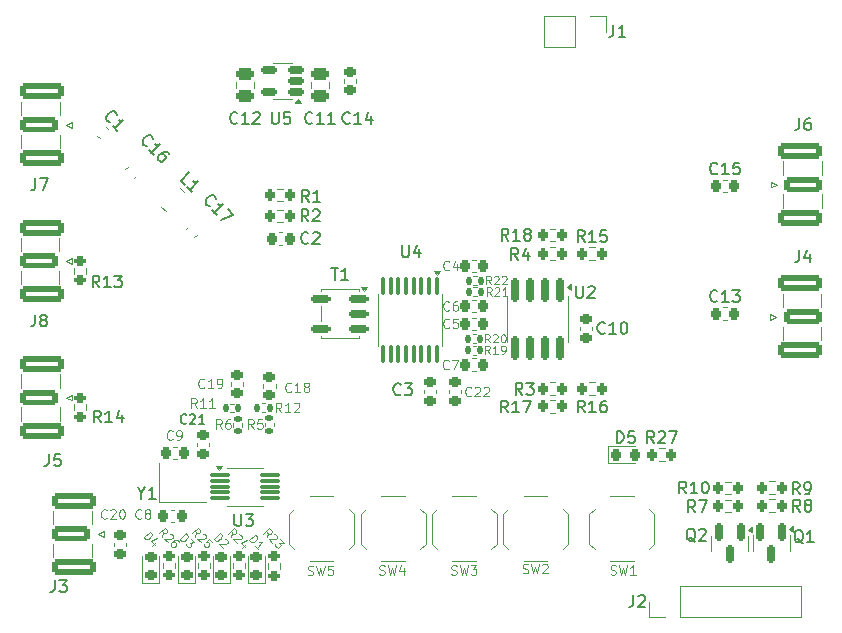
<source format=gbr>
%TF.GenerationSoftware,KiCad,Pcbnew,8.0.6*%
%TF.CreationDate,2025-06-24T21:55:00+02:00*%
%TF.ProjectId,PhaseLoom,50686173-654c-46f6-9f6d-2e6b69636164,rev?*%
%TF.SameCoordinates,Original*%
%TF.FileFunction,Legend,Top*%
%TF.FilePolarity,Positive*%
%FSLAX46Y46*%
G04 Gerber Fmt 4.6, Leading zero omitted, Abs format (unit mm)*
G04 Created by KiCad (PCBNEW 8.0.6) date 2025-06-24 21:55:00*
%MOMM*%
%LPD*%
G01*
G04 APERTURE LIST*
G04 Aperture macros list*
%AMRoundRect*
0 Rectangle with rounded corners*
0 $1 Rounding radius*
0 $2 $3 $4 $5 $6 $7 $8 $9 X,Y pos of 4 corners*
0 Add a 4 corners polygon primitive as box body*
4,1,4,$2,$3,$4,$5,$6,$7,$8,$9,$2,$3,0*
0 Add four circle primitives for the rounded corners*
1,1,$1+$1,$2,$3*
1,1,$1+$1,$4,$5*
1,1,$1+$1,$6,$7*
1,1,$1+$1,$8,$9*
0 Add four rect primitives between the rounded corners*
20,1,$1+$1,$2,$3,$4,$5,0*
20,1,$1+$1,$4,$5,$6,$7,0*
20,1,$1+$1,$6,$7,$8,$9,0*
20,1,$1+$1,$8,$9,$2,$3,0*%
G04 Aperture macros list end*
%ADD10C,0.120000*%
%ADD11C,0.150000*%
%ADD12C,0.100000*%
%ADD13C,0.200000*%
%ADD14R,1.000000X1.700000*%
%ADD15RoundRect,0.200000X-0.200000X-0.275000X0.200000X-0.275000X0.200000X0.275000X-0.200000X0.275000X0*%
%ADD16RoundRect,0.200000X-0.275000X0.200000X-0.275000X-0.200000X0.275000X-0.200000X0.275000X0.200000X0*%
%ADD17RoundRect,0.218750X-0.218750X-0.256250X0.218750X-0.256250X0.218750X0.256250X-0.218750X0.256250X0*%
%ADD18RoundRect,0.218750X0.256250X-0.218750X0.256250X0.218750X-0.256250X0.218750X-0.256250X-0.218750X0*%
%ADD19RoundRect,0.200000X0.200000X0.275000X-0.200000X0.275000X-0.200000X-0.275000X0.200000X-0.275000X0*%
%ADD20RoundRect,0.225000X0.225000X0.250000X-0.225000X0.250000X-0.225000X-0.250000X0.225000X-0.250000X0*%
%ADD21RoundRect,0.150000X0.512500X0.150000X-0.512500X0.150000X-0.512500X-0.150000X0.512500X-0.150000X0*%
%ADD22RoundRect,0.250000X0.475000X-0.250000X0.475000X0.250000X-0.475000X0.250000X-0.475000X-0.250000X0*%
%ADD23RoundRect,0.150000X-0.150000X0.587500X-0.150000X-0.587500X0.150000X-0.587500X0.150000X0.587500X0*%
%ADD24RoundRect,0.200000X0.275000X-0.200000X0.275000X0.200000X-0.275000X0.200000X-0.275000X-0.200000X0*%
%ADD25RoundRect,0.250000X-1.350000X0.385000X-1.350000X-0.385000X1.350000X-0.385000X1.350000X0.385000X0*%
%ADD26RoundRect,0.250000X-1.600000X0.425000X-1.600000X-0.425000X1.600000X-0.425000X1.600000X0.425000X0*%
%ADD27RoundRect,0.087500X-0.725000X-0.087500X0.725000X-0.087500X0.725000X0.087500X-0.725000X0.087500X0*%
%ADD28RoundRect,0.225000X0.017678X-0.335876X0.335876X-0.017678X-0.017678X0.335876X-0.335876X0.017678X0*%
%ADD29R,1.700000X1.700000*%
%ADD30O,1.700000X1.700000*%
%ADD31RoundRect,0.250000X-0.866206X-0.335876X-0.335876X-0.866206X0.866206X0.335876X0.335876X0.866206X0*%
%ADD32RoundRect,0.135000X0.135000X0.185000X-0.135000X0.185000X-0.135000X-0.185000X0.135000X-0.185000X0*%
%ADD33RoundRect,0.150000X-0.150000X0.825000X-0.150000X-0.825000X0.150000X-0.825000X0.150000X0.825000X0*%
%ADD34RoundRect,0.100000X-0.100000X0.637500X-0.100000X-0.637500X0.100000X-0.637500X0.100000X0.637500X0*%
%ADD35RoundRect,0.190000X-0.635000X-0.190000X0.635000X-0.190000X0.635000X0.190000X-0.635000X0.190000X0*%
%ADD36R,1.400000X1.200000*%
%ADD37RoundRect,0.135000X-0.135000X-0.185000X0.135000X-0.185000X0.135000X0.185000X-0.135000X0.185000X0*%
%ADD38RoundRect,0.225000X0.250000X-0.225000X0.250000X0.225000X-0.250000X0.225000X-0.250000X-0.225000X0*%
%ADD39RoundRect,0.225000X-0.225000X-0.250000X0.225000X-0.250000X0.225000X0.250000X-0.225000X0.250000X0*%
%ADD40RoundRect,0.225000X-0.335876X-0.017678X-0.017678X-0.335876X0.335876X0.017678X0.017678X0.335876X0*%
%ADD41RoundRect,0.225000X-0.250000X0.225000X-0.250000X-0.225000X0.250000X-0.225000X0.250000X0.225000X0*%
%ADD42RoundRect,0.135000X0.185000X-0.135000X0.185000X0.135000X-0.185000X0.135000X-0.185000X-0.135000X0*%
%ADD43RoundRect,0.250000X1.350000X-0.385000X1.350000X0.385000X-1.350000X0.385000X-1.350000X-0.385000X0*%
%ADD44RoundRect,0.250000X1.600000X-0.425000X1.600000X0.425000X-1.600000X0.425000X-1.600000X-0.425000X0*%
%ADD45R,1.600000X1.600000*%
%ADD46O,1.600000X1.600000*%
G04 APERTURE END LIST*
D10*
X147574132Y-135148960D02*
X147688418Y-135187055D01*
X147688418Y-135187055D02*
X147878894Y-135187055D01*
X147878894Y-135187055D02*
X147955085Y-135148960D01*
X147955085Y-135148960D02*
X147993180Y-135110864D01*
X147993180Y-135110864D02*
X148031275Y-135034674D01*
X148031275Y-135034674D02*
X148031275Y-134958483D01*
X148031275Y-134958483D02*
X147993180Y-134882293D01*
X147993180Y-134882293D02*
X147955085Y-134844198D01*
X147955085Y-134844198D02*
X147878894Y-134806102D01*
X147878894Y-134806102D02*
X147726513Y-134768007D01*
X147726513Y-134768007D02*
X147650323Y-134729912D01*
X147650323Y-134729912D02*
X147612228Y-134691817D01*
X147612228Y-134691817D02*
X147574132Y-134615626D01*
X147574132Y-134615626D02*
X147574132Y-134539436D01*
X147574132Y-134539436D02*
X147612228Y-134463245D01*
X147612228Y-134463245D02*
X147650323Y-134425150D01*
X147650323Y-134425150D02*
X147726513Y-134387055D01*
X147726513Y-134387055D02*
X147916990Y-134387055D01*
X147916990Y-134387055D02*
X148031275Y-134425150D01*
X148297942Y-134387055D02*
X148488418Y-135187055D01*
X148488418Y-135187055D02*
X148640799Y-134615626D01*
X148640799Y-134615626D02*
X148793180Y-135187055D01*
X148793180Y-135187055D02*
X148983657Y-134387055D01*
X149669371Y-134387055D02*
X149288419Y-134387055D01*
X149288419Y-134387055D02*
X149250323Y-134768007D01*
X149250323Y-134768007D02*
X149288419Y-134729912D01*
X149288419Y-134729912D02*
X149364609Y-134691817D01*
X149364609Y-134691817D02*
X149555085Y-134691817D01*
X149555085Y-134691817D02*
X149631276Y-134729912D01*
X149631276Y-134729912D02*
X149669371Y-134768007D01*
X149669371Y-134768007D02*
X149707466Y-134844198D01*
X149707466Y-134844198D02*
X149707466Y-135034674D01*
X149707466Y-135034674D02*
X149669371Y-135110864D01*
X149669371Y-135110864D02*
X149631276Y-135148960D01*
X149631276Y-135148960D02*
X149555085Y-135187055D01*
X149555085Y-135187055D02*
X149364609Y-135187055D01*
X149364609Y-135187055D02*
X149288419Y-135148960D01*
X149288419Y-135148960D02*
X149250323Y-135110864D01*
X153619332Y-135098160D02*
X153733618Y-135136255D01*
X153733618Y-135136255D02*
X153924094Y-135136255D01*
X153924094Y-135136255D02*
X154000285Y-135098160D01*
X154000285Y-135098160D02*
X154038380Y-135060064D01*
X154038380Y-135060064D02*
X154076475Y-134983874D01*
X154076475Y-134983874D02*
X154076475Y-134907683D01*
X154076475Y-134907683D02*
X154038380Y-134831493D01*
X154038380Y-134831493D02*
X154000285Y-134793398D01*
X154000285Y-134793398D02*
X153924094Y-134755302D01*
X153924094Y-134755302D02*
X153771713Y-134717207D01*
X153771713Y-134717207D02*
X153695523Y-134679112D01*
X153695523Y-134679112D02*
X153657428Y-134641017D01*
X153657428Y-134641017D02*
X153619332Y-134564826D01*
X153619332Y-134564826D02*
X153619332Y-134488636D01*
X153619332Y-134488636D02*
X153657428Y-134412445D01*
X153657428Y-134412445D02*
X153695523Y-134374350D01*
X153695523Y-134374350D02*
X153771713Y-134336255D01*
X153771713Y-134336255D02*
X153962190Y-134336255D01*
X153962190Y-134336255D02*
X154076475Y-134374350D01*
X154343142Y-134336255D02*
X154533618Y-135136255D01*
X154533618Y-135136255D02*
X154685999Y-134564826D01*
X154685999Y-134564826D02*
X154838380Y-135136255D01*
X154838380Y-135136255D02*
X155028857Y-134336255D01*
X155676476Y-134602921D02*
X155676476Y-135136255D01*
X155486000Y-134298160D02*
X155295523Y-134869588D01*
X155295523Y-134869588D02*
X155790762Y-134869588D01*
X159715332Y-135098160D02*
X159829618Y-135136255D01*
X159829618Y-135136255D02*
X160020094Y-135136255D01*
X160020094Y-135136255D02*
X160096285Y-135098160D01*
X160096285Y-135098160D02*
X160134380Y-135060064D01*
X160134380Y-135060064D02*
X160172475Y-134983874D01*
X160172475Y-134983874D02*
X160172475Y-134907683D01*
X160172475Y-134907683D02*
X160134380Y-134831493D01*
X160134380Y-134831493D02*
X160096285Y-134793398D01*
X160096285Y-134793398D02*
X160020094Y-134755302D01*
X160020094Y-134755302D02*
X159867713Y-134717207D01*
X159867713Y-134717207D02*
X159791523Y-134679112D01*
X159791523Y-134679112D02*
X159753428Y-134641017D01*
X159753428Y-134641017D02*
X159715332Y-134564826D01*
X159715332Y-134564826D02*
X159715332Y-134488636D01*
X159715332Y-134488636D02*
X159753428Y-134412445D01*
X159753428Y-134412445D02*
X159791523Y-134374350D01*
X159791523Y-134374350D02*
X159867713Y-134336255D01*
X159867713Y-134336255D02*
X160058190Y-134336255D01*
X160058190Y-134336255D02*
X160172475Y-134374350D01*
X160439142Y-134336255D02*
X160629618Y-135136255D01*
X160629618Y-135136255D02*
X160781999Y-134564826D01*
X160781999Y-134564826D02*
X160934380Y-135136255D01*
X160934380Y-135136255D02*
X161124857Y-134336255D01*
X161353428Y-134336255D02*
X161848666Y-134336255D01*
X161848666Y-134336255D02*
X161582000Y-134641017D01*
X161582000Y-134641017D02*
X161696285Y-134641017D01*
X161696285Y-134641017D02*
X161772476Y-134679112D01*
X161772476Y-134679112D02*
X161810571Y-134717207D01*
X161810571Y-134717207D02*
X161848666Y-134793398D01*
X161848666Y-134793398D02*
X161848666Y-134983874D01*
X161848666Y-134983874D02*
X161810571Y-135060064D01*
X161810571Y-135060064D02*
X161772476Y-135098160D01*
X161772476Y-135098160D02*
X161696285Y-135136255D01*
X161696285Y-135136255D02*
X161467714Y-135136255D01*
X161467714Y-135136255D02*
X161391523Y-135098160D01*
X161391523Y-135098160D02*
X161353428Y-135060064D01*
X165760532Y-134996560D02*
X165874818Y-135034655D01*
X165874818Y-135034655D02*
X166065294Y-135034655D01*
X166065294Y-135034655D02*
X166141485Y-134996560D01*
X166141485Y-134996560D02*
X166179580Y-134958464D01*
X166179580Y-134958464D02*
X166217675Y-134882274D01*
X166217675Y-134882274D02*
X166217675Y-134806083D01*
X166217675Y-134806083D02*
X166179580Y-134729893D01*
X166179580Y-134729893D02*
X166141485Y-134691798D01*
X166141485Y-134691798D02*
X166065294Y-134653702D01*
X166065294Y-134653702D02*
X165912913Y-134615607D01*
X165912913Y-134615607D02*
X165836723Y-134577512D01*
X165836723Y-134577512D02*
X165798628Y-134539417D01*
X165798628Y-134539417D02*
X165760532Y-134463226D01*
X165760532Y-134463226D02*
X165760532Y-134387036D01*
X165760532Y-134387036D02*
X165798628Y-134310845D01*
X165798628Y-134310845D02*
X165836723Y-134272750D01*
X165836723Y-134272750D02*
X165912913Y-134234655D01*
X165912913Y-134234655D02*
X166103390Y-134234655D01*
X166103390Y-134234655D02*
X166217675Y-134272750D01*
X166484342Y-134234655D02*
X166674818Y-135034655D01*
X166674818Y-135034655D02*
X166827199Y-134463226D01*
X166827199Y-134463226D02*
X166979580Y-135034655D01*
X166979580Y-135034655D02*
X167170057Y-134234655D01*
X167436723Y-134310845D02*
X167474819Y-134272750D01*
X167474819Y-134272750D02*
X167551009Y-134234655D01*
X167551009Y-134234655D02*
X167741485Y-134234655D01*
X167741485Y-134234655D02*
X167817676Y-134272750D01*
X167817676Y-134272750D02*
X167855771Y-134310845D01*
X167855771Y-134310845D02*
X167893866Y-134387036D01*
X167893866Y-134387036D02*
X167893866Y-134463226D01*
X167893866Y-134463226D02*
X167855771Y-134577512D01*
X167855771Y-134577512D02*
X167398628Y-135034655D01*
X167398628Y-135034655D02*
X167893866Y-135034655D01*
X173197732Y-135098559D02*
X173312018Y-135136654D01*
X173312018Y-135136654D02*
X173502494Y-135136654D01*
X173502494Y-135136654D02*
X173578685Y-135098559D01*
X173578685Y-135098559D02*
X173616780Y-135060463D01*
X173616780Y-135060463D02*
X173654875Y-134984273D01*
X173654875Y-134984273D02*
X173654875Y-134908082D01*
X173654875Y-134908082D02*
X173616780Y-134831892D01*
X173616780Y-134831892D02*
X173578685Y-134793797D01*
X173578685Y-134793797D02*
X173502494Y-134755701D01*
X173502494Y-134755701D02*
X173350113Y-134717606D01*
X173350113Y-134717606D02*
X173273923Y-134679511D01*
X173273923Y-134679511D02*
X173235828Y-134641416D01*
X173235828Y-134641416D02*
X173197732Y-134565225D01*
X173197732Y-134565225D02*
X173197732Y-134489035D01*
X173197732Y-134489035D02*
X173235828Y-134412844D01*
X173235828Y-134412844D02*
X173273923Y-134374749D01*
X173273923Y-134374749D02*
X173350113Y-134336654D01*
X173350113Y-134336654D02*
X173540590Y-134336654D01*
X173540590Y-134336654D02*
X173654875Y-134374749D01*
X173921542Y-134336654D02*
X174112018Y-135136654D01*
X174112018Y-135136654D02*
X174264399Y-134565225D01*
X174264399Y-134565225D02*
X174416780Y-135136654D01*
X174416780Y-135136654D02*
X174607257Y-134336654D01*
X175331066Y-135136654D02*
X174873923Y-135136654D01*
X175102495Y-135136654D02*
X175102495Y-134336654D01*
X175102495Y-134336654D02*
X175026304Y-134450939D01*
X175026304Y-134450939D02*
X174950114Y-134527130D01*
X174950114Y-134527130D02*
X174873923Y-134565225D01*
D11*
X176890942Y-123992819D02*
X176557609Y-123516628D01*
X176319514Y-123992819D02*
X176319514Y-122992819D01*
X176319514Y-122992819D02*
X176700466Y-122992819D01*
X176700466Y-122992819D02*
X176795704Y-123040438D01*
X176795704Y-123040438D02*
X176843323Y-123088057D01*
X176843323Y-123088057D02*
X176890942Y-123183295D01*
X176890942Y-123183295D02*
X176890942Y-123326152D01*
X176890942Y-123326152D02*
X176843323Y-123421390D01*
X176843323Y-123421390D02*
X176795704Y-123469009D01*
X176795704Y-123469009D02*
X176700466Y-123516628D01*
X176700466Y-123516628D02*
X176319514Y-123516628D01*
X177271895Y-123088057D02*
X177319514Y-123040438D01*
X177319514Y-123040438D02*
X177414752Y-122992819D01*
X177414752Y-122992819D02*
X177652847Y-122992819D01*
X177652847Y-122992819D02*
X177748085Y-123040438D01*
X177748085Y-123040438D02*
X177795704Y-123088057D01*
X177795704Y-123088057D02*
X177843323Y-123183295D01*
X177843323Y-123183295D02*
X177843323Y-123278533D01*
X177843323Y-123278533D02*
X177795704Y-123421390D01*
X177795704Y-123421390D02*
X177224276Y-123992819D01*
X177224276Y-123992819D02*
X177843323Y-123992819D01*
X178176657Y-122992819D02*
X178843323Y-122992819D01*
X178843323Y-122992819D02*
X178414752Y-123992819D01*
D12*
X135244893Y-131936309D02*
X135315604Y-131535615D01*
X134962051Y-131653466D02*
X135457025Y-131158492D01*
X135457025Y-131158492D02*
X135645587Y-131347053D01*
X135645587Y-131347053D02*
X135669157Y-131417764D01*
X135669157Y-131417764D02*
X135669157Y-131464904D01*
X135669157Y-131464904D02*
X135645587Y-131535615D01*
X135645587Y-131535615D02*
X135574877Y-131606326D01*
X135574877Y-131606326D02*
X135504166Y-131629896D01*
X135504166Y-131629896D02*
X135457025Y-131629896D01*
X135457025Y-131629896D02*
X135386315Y-131606326D01*
X135386315Y-131606326D02*
X135197753Y-131417764D01*
X135881290Y-131677037D02*
X135928430Y-131677037D01*
X135928430Y-131677037D02*
X135999141Y-131700607D01*
X135999141Y-131700607D02*
X136116992Y-131818458D01*
X136116992Y-131818458D02*
X136140562Y-131889169D01*
X136140562Y-131889169D02*
X136140562Y-131936309D01*
X136140562Y-131936309D02*
X136116992Y-132007020D01*
X136116992Y-132007020D02*
X136069851Y-132054160D01*
X136069851Y-132054160D02*
X135975570Y-132101301D01*
X135975570Y-132101301D02*
X135409885Y-132101301D01*
X135409885Y-132101301D02*
X135716298Y-132407714D01*
X136635537Y-132337003D02*
X136541256Y-132242722D01*
X136541256Y-132242722D02*
X136470545Y-132219152D01*
X136470545Y-132219152D02*
X136423405Y-132219152D01*
X136423405Y-132219152D02*
X136305554Y-132242722D01*
X136305554Y-132242722D02*
X136187703Y-132313433D01*
X136187703Y-132313433D02*
X135999141Y-132501995D01*
X135999141Y-132501995D02*
X135975571Y-132572705D01*
X135975571Y-132572705D02*
X135975571Y-132619846D01*
X135975571Y-132619846D02*
X135999141Y-132690556D01*
X135999141Y-132690556D02*
X136093422Y-132784837D01*
X136093422Y-132784837D02*
X136164132Y-132808408D01*
X136164132Y-132808408D02*
X136211273Y-132808408D01*
X136211273Y-132808408D02*
X136281984Y-132784837D01*
X136281984Y-132784837D02*
X136399835Y-132666986D01*
X136399835Y-132666986D02*
X136423405Y-132596276D01*
X136423405Y-132596276D02*
X136423405Y-132549135D01*
X136423405Y-132549135D02*
X136399835Y-132478424D01*
X136399835Y-132478424D02*
X136305554Y-132384144D01*
X136305554Y-132384144D02*
X136234843Y-132360573D01*
X136234843Y-132360573D02*
X136187703Y-132360573D01*
X136187703Y-132360573D02*
X136116992Y-132384144D01*
X138038893Y-131936309D02*
X138109604Y-131535615D01*
X137756051Y-131653466D02*
X138251025Y-131158492D01*
X138251025Y-131158492D02*
X138439587Y-131347053D01*
X138439587Y-131347053D02*
X138463157Y-131417764D01*
X138463157Y-131417764D02*
X138463157Y-131464904D01*
X138463157Y-131464904D02*
X138439587Y-131535615D01*
X138439587Y-131535615D02*
X138368877Y-131606326D01*
X138368877Y-131606326D02*
X138298166Y-131629896D01*
X138298166Y-131629896D02*
X138251025Y-131629896D01*
X138251025Y-131629896D02*
X138180315Y-131606326D01*
X138180315Y-131606326D02*
X137991753Y-131417764D01*
X138675290Y-131677037D02*
X138722430Y-131677037D01*
X138722430Y-131677037D02*
X138793141Y-131700607D01*
X138793141Y-131700607D02*
X138910992Y-131818458D01*
X138910992Y-131818458D02*
X138934562Y-131889169D01*
X138934562Y-131889169D02*
X138934562Y-131936309D01*
X138934562Y-131936309D02*
X138910992Y-132007020D01*
X138910992Y-132007020D02*
X138863851Y-132054160D01*
X138863851Y-132054160D02*
X138769570Y-132101301D01*
X138769570Y-132101301D02*
X138203885Y-132101301D01*
X138203885Y-132101301D02*
X138510298Y-132407714D01*
X139453107Y-132360573D02*
X139217405Y-132124871D01*
X139217405Y-132124871D02*
X138958132Y-132337003D01*
X138958132Y-132337003D02*
X139005273Y-132337003D01*
X139005273Y-132337003D02*
X139075984Y-132360573D01*
X139075984Y-132360573D02*
X139193835Y-132478424D01*
X139193835Y-132478424D02*
X139217405Y-132549135D01*
X139217405Y-132549135D02*
X139217405Y-132596276D01*
X139217405Y-132596276D02*
X139193835Y-132666986D01*
X139193835Y-132666986D02*
X139075984Y-132784837D01*
X139075984Y-132784837D02*
X139005273Y-132808408D01*
X139005273Y-132808408D02*
X138958132Y-132808408D01*
X138958132Y-132808408D02*
X138887422Y-132784837D01*
X138887422Y-132784837D02*
X138769571Y-132666986D01*
X138769571Y-132666986D02*
X138746000Y-132596276D01*
X138746000Y-132596276D02*
X138746000Y-132549135D01*
X141086893Y-131987109D02*
X141157604Y-131586415D01*
X140804051Y-131704266D02*
X141299025Y-131209292D01*
X141299025Y-131209292D02*
X141487587Y-131397853D01*
X141487587Y-131397853D02*
X141511157Y-131468564D01*
X141511157Y-131468564D02*
X141511157Y-131515704D01*
X141511157Y-131515704D02*
X141487587Y-131586415D01*
X141487587Y-131586415D02*
X141416877Y-131657126D01*
X141416877Y-131657126D02*
X141346166Y-131680696D01*
X141346166Y-131680696D02*
X141299025Y-131680696D01*
X141299025Y-131680696D02*
X141228315Y-131657126D01*
X141228315Y-131657126D02*
X141039753Y-131468564D01*
X141723290Y-131727837D02*
X141770430Y-131727837D01*
X141770430Y-131727837D02*
X141841141Y-131751407D01*
X141841141Y-131751407D02*
X141958992Y-131869258D01*
X141958992Y-131869258D02*
X141982562Y-131939969D01*
X141982562Y-131939969D02*
X141982562Y-131987109D01*
X141982562Y-131987109D02*
X141958992Y-132057820D01*
X141958992Y-132057820D02*
X141911851Y-132104960D01*
X141911851Y-132104960D02*
X141817570Y-132152101D01*
X141817570Y-132152101D02*
X141251885Y-132152101D01*
X141251885Y-132152101D02*
X141558298Y-132458514D01*
X142312545Y-132552795D02*
X141982562Y-132882778D01*
X142383256Y-132246382D02*
X141911852Y-132482084D01*
X141911852Y-132482084D02*
X142218265Y-132788497D01*
X144084093Y-131987109D02*
X144154804Y-131586415D01*
X143801251Y-131704266D02*
X144296225Y-131209292D01*
X144296225Y-131209292D02*
X144484787Y-131397853D01*
X144484787Y-131397853D02*
X144508357Y-131468564D01*
X144508357Y-131468564D02*
X144508357Y-131515704D01*
X144508357Y-131515704D02*
X144484787Y-131586415D01*
X144484787Y-131586415D02*
X144414077Y-131657126D01*
X144414077Y-131657126D02*
X144343366Y-131680696D01*
X144343366Y-131680696D02*
X144296225Y-131680696D01*
X144296225Y-131680696D02*
X144225515Y-131657126D01*
X144225515Y-131657126D02*
X144036953Y-131468564D01*
X144720490Y-131727837D02*
X144767630Y-131727837D01*
X144767630Y-131727837D02*
X144838341Y-131751407D01*
X144838341Y-131751407D02*
X144956192Y-131869258D01*
X144956192Y-131869258D02*
X144979762Y-131939969D01*
X144979762Y-131939969D02*
X144979762Y-131987109D01*
X144979762Y-131987109D02*
X144956192Y-132057820D01*
X144956192Y-132057820D02*
X144909051Y-132104960D01*
X144909051Y-132104960D02*
X144814770Y-132152101D01*
X144814770Y-132152101D02*
X144249085Y-132152101D01*
X144249085Y-132152101D02*
X144555498Y-132458514D01*
X145215465Y-132128531D02*
X145521877Y-132434944D01*
X145521877Y-132434944D02*
X145168324Y-132458514D01*
X145168324Y-132458514D02*
X145239035Y-132529224D01*
X145239035Y-132529224D02*
X145262605Y-132599935D01*
X145262605Y-132599935D02*
X145262605Y-132647076D01*
X145262605Y-132647076D02*
X145239035Y-132717786D01*
X145239035Y-132717786D02*
X145121184Y-132835637D01*
X145121184Y-132835637D02*
X145050473Y-132859208D01*
X145050473Y-132859208D02*
X145003332Y-132859208D01*
X145003332Y-132859208D02*
X144932622Y-132835637D01*
X144932622Y-132835637D02*
X144791200Y-132694216D01*
X144791200Y-132694216D02*
X144767630Y-132623505D01*
X144767630Y-132623505D02*
X144767630Y-132576365D01*
D11*
X173734404Y-123992819D02*
X173734404Y-122992819D01*
X173734404Y-122992819D02*
X173972499Y-122992819D01*
X173972499Y-122992819D02*
X174115356Y-123040438D01*
X174115356Y-123040438D02*
X174210594Y-123135676D01*
X174210594Y-123135676D02*
X174258213Y-123230914D01*
X174258213Y-123230914D02*
X174305832Y-123421390D01*
X174305832Y-123421390D02*
X174305832Y-123564247D01*
X174305832Y-123564247D02*
X174258213Y-123754723D01*
X174258213Y-123754723D02*
X174210594Y-123849961D01*
X174210594Y-123849961D02*
X174115356Y-123945200D01*
X174115356Y-123945200D02*
X173972499Y-123992819D01*
X173972499Y-123992819D02*
X173734404Y-123992819D01*
X175210594Y-122992819D02*
X174734404Y-122992819D01*
X174734404Y-122992819D02*
X174686785Y-123469009D01*
X174686785Y-123469009D02*
X174734404Y-123421390D01*
X174734404Y-123421390D02*
X174829642Y-123373771D01*
X174829642Y-123373771D02*
X175067737Y-123373771D01*
X175067737Y-123373771D02*
X175162975Y-123421390D01*
X175162975Y-123421390D02*
X175210594Y-123469009D01*
X175210594Y-123469009D02*
X175258213Y-123564247D01*
X175258213Y-123564247D02*
X175258213Y-123802342D01*
X175258213Y-123802342D02*
X175210594Y-123897580D01*
X175210594Y-123897580D02*
X175162975Y-123945200D01*
X175162975Y-123945200D02*
X175067737Y-123992819D01*
X175067737Y-123992819D02*
X174829642Y-123992819D01*
X174829642Y-123992819D02*
X174734404Y-123945200D01*
X174734404Y-123945200D02*
X174686785Y-123897580D01*
D12*
X133673753Y-131990769D02*
X134168728Y-131495794D01*
X134168728Y-131495794D02*
X134286579Y-131613645D01*
X134286579Y-131613645D02*
X134333720Y-131707926D01*
X134333720Y-131707926D02*
X134333720Y-131802207D01*
X134333720Y-131802207D02*
X134310150Y-131872918D01*
X134310150Y-131872918D02*
X134239439Y-131990769D01*
X134239439Y-131990769D02*
X134168728Y-132061480D01*
X134168728Y-132061480D02*
X134050877Y-132132190D01*
X134050877Y-132132190D02*
X133980166Y-132155761D01*
X133980166Y-132155761D02*
X133885885Y-132155761D01*
X133885885Y-132155761D02*
X133791605Y-132108620D01*
X133791605Y-132108620D02*
X133673753Y-131990769D01*
X134710843Y-132367893D02*
X134380860Y-132697876D01*
X134781554Y-132061480D02*
X134310150Y-132297182D01*
X134310150Y-132297182D02*
X134616562Y-132603595D01*
X136721753Y-132143371D02*
X137216728Y-131648396D01*
X137216728Y-131648396D02*
X137334579Y-131766247D01*
X137334579Y-131766247D02*
X137381720Y-131860528D01*
X137381720Y-131860528D02*
X137381720Y-131954809D01*
X137381720Y-131954809D02*
X137358150Y-132025520D01*
X137358150Y-132025520D02*
X137287439Y-132143371D01*
X137287439Y-132143371D02*
X137216728Y-132214082D01*
X137216728Y-132214082D02*
X137098877Y-132284792D01*
X137098877Y-132284792D02*
X137028166Y-132308363D01*
X137028166Y-132308363D02*
X136933885Y-132308363D01*
X136933885Y-132308363D02*
X136839605Y-132261222D01*
X136839605Y-132261222D02*
X136721753Y-132143371D01*
X137664562Y-132096231D02*
X137970975Y-132402644D01*
X137970975Y-132402644D02*
X137617422Y-132426214D01*
X137617422Y-132426214D02*
X137688133Y-132496924D01*
X137688133Y-132496924D02*
X137711703Y-132567635D01*
X137711703Y-132567635D02*
X137711703Y-132614776D01*
X137711703Y-132614776D02*
X137688133Y-132685486D01*
X137688133Y-132685486D02*
X137570282Y-132803337D01*
X137570282Y-132803337D02*
X137499571Y-132826908D01*
X137499571Y-132826908D02*
X137452430Y-132826908D01*
X137452430Y-132826908D02*
X137381720Y-132803337D01*
X137381720Y-132803337D02*
X137240298Y-132661916D01*
X137240298Y-132661916D02*
X137216728Y-132591205D01*
X137216728Y-132591205D02*
X137216728Y-132544065D01*
X139617353Y-132092571D02*
X140112328Y-131597596D01*
X140112328Y-131597596D02*
X140230179Y-131715447D01*
X140230179Y-131715447D02*
X140277320Y-131809728D01*
X140277320Y-131809728D02*
X140277320Y-131904009D01*
X140277320Y-131904009D02*
X140253750Y-131974720D01*
X140253750Y-131974720D02*
X140183039Y-132092571D01*
X140183039Y-132092571D02*
X140112328Y-132163282D01*
X140112328Y-132163282D02*
X139994477Y-132233992D01*
X139994477Y-132233992D02*
X139923766Y-132257563D01*
X139923766Y-132257563D02*
X139829485Y-132257563D01*
X139829485Y-132257563D02*
X139735205Y-132210422D01*
X139735205Y-132210422D02*
X139617353Y-132092571D01*
X140536592Y-132116141D02*
X140583733Y-132116141D01*
X140583733Y-132116141D02*
X140654443Y-132139711D01*
X140654443Y-132139711D02*
X140772295Y-132257563D01*
X140772295Y-132257563D02*
X140795865Y-132328273D01*
X140795865Y-132328273D02*
X140795865Y-132375414D01*
X140795865Y-132375414D02*
X140772295Y-132446124D01*
X140772295Y-132446124D02*
X140725154Y-132493265D01*
X140725154Y-132493265D02*
X140630873Y-132540405D01*
X140630873Y-132540405D02*
X140065188Y-132540405D01*
X140065188Y-132540405D02*
X140371601Y-132846818D01*
X142614553Y-132245173D02*
X143109528Y-131750198D01*
X143109528Y-131750198D02*
X143227379Y-131868049D01*
X143227379Y-131868049D02*
X143274520Y-131962330D01*
X143274520Y-131962330D02*
X143274520Y-132056611D01*
X143274520Y-132056611D02*
X143250950Y-132127322D01*
X143250950Y-132127322D02*
X143180239Y-132245173D01*
X143180239Y-132245173D02*
X143109528Y-132315884D01*
X143109528Y-132315884D02*
X142991677Y-132386594D01*
X142991677Y-132386594D02*
X142920966Y-132410165D01*
X142920966Y-132410165D02*
X142826685Y-132410165D01*
X142826685Y-132410165D02*
X142732405Y-132363024D01*
X142732405Y-132363024D02*
X142614553Y-132245173D01*
X143368801Y-132999420D02*
X143085958Y-132716578D01*
X143227379Y-132857999D02*
X143722354Y-132363024D01*
X143722354Y-132363024D02*
X143604503Y-132386594D01*
X143604503Y-132386594D02*
X143510222Y-132386594D01*
X143510222Y-132386594D02*
X143439511Y-132363024D01*
D11*
X164557142Y-106854819D02*
X164223809Y-106378628D01*
X163985714Y-106854819D02*
X163985714Y-105854819D01*
X163985714Y-105854819D02*
X164366666Y-105854819D01*
X164366666Y-105854819D02*
X164461904Y-105902438D01*
X164461904Y-105902438D02*
X164509523Y-105950057D01*
X164509523Y-105950057D02*
X164557142Y-106045295D01*
X164557142Y-106045295D02*
X164557142Y-106188152D01*
X164557142Y-106188152D02*
X164509523Y-106283390D01*
X164509523Y-106283390D02*
X164461904Y-106331009D01*
X164461904Y-106331009D02*
X164366666Y-106378628D01*
X164366666Y-106378628D02*
X163985714Y-106378628D01*
X165509523Y-106854819D02*
X164938095Y-106854819D01*
X165223809Y-106854819D02*
X165223809Y-105854819D01*
X165223809Y-105854819D02*
X165128571Y-105997676D01*
X165128571Y-105997676D02*
X165033333Y-106092914D01*
X165033333Y-106092914D02*
X164938095Y-106140533D01*
X166080952Y-106283390D02*
X165985714Y-106235771D01*
X165985714Y-106235771D02*
X165938095Y-106188152D01*
X165938095Y-106188152D02*
X165890476Y-106092914D01*
X165890476Y-106092914D02*
X165890476Y-106045295D01*
X165890476Y-106045295D02*
X165938095Y-105950057D01*
X165938095Y-105950057D02*
X165985714Y-105902438D01*
X165985714Y-105902438D02*
X166080952Y-105854819D01*
X166080952Y-105854819D02*
X166271428Y-105854819D01*
X166271428Y-105854819D02*
X166366666Y-105902438D01*
X166366666Y-105902438D02*
X166414285Y-105950057D01*
X166414285Y-105950057D02*
X166461904Y-106045295D01*
X166461904Y-106045295D02*
X166461904Y-106092914D01*
X166461904Y-106092914D02*
X166414285Y-106188152D01*
X166414285Y-106188152D02*
X166366666Y-106235771D01*
X166366666Y-106235771D02*
X166271428Y-106283390D01*
X166271428Y-106283390D02*
X166080952Y-106283390D01*
X166080952Y-106283390D02*
X165985714Y-106331009D01*
X165985714Y-106331009D02*
X165938095Y-106378628D01*
X165938095Y-106378628D02*
X165890476Y-106473866D01*
X165890476Y-106473866D02*
X165890476Y-106664342D01*
X165890476Y-106664342D02*
X165938095Y-106759580D01*
X165938095Y-106759580D02*
X165985714Y-106807200D01*
X165985714Y-106807200D02*
X166080952Y-106854819D01*
X166080952Y-106854819D02*
X166271428Y-106854819D01*
X166271428Y-106854819D02*
X166366666Y-106807200D01*
X166366666Y-106807200D02*
X166414285Y-106759580D01*
X166414285Y-106759580D02*
X166461904Y-106664342D01*
X166461904Y-106664342D02*
X166461904Y-106473866D01*
X166461904Y-106473866D02*
X166414285Y-106378628D01*
X166414285Y-106378628D02*
X166366666Y-106331009D01*
X166366666Y-106331009D02*
X166271428Y-106283390D01*
X147613333Y-107053580D02*
X147565714Y-107101200D01*
X147565714Y-107101200D02*
X147422857Y-107148819D01*
X147422857Y-107148819D02*
X147327619Y-107148819D01*
X147327619Y-107148819D02*
X147184762Y-107101200D01*
X147184762Y-107101200D02*
X147089524Y-107005961D01*
X147089524Y-107005961D02*
X147041905Y-106910723D01*
X147041905Y-106910723D02*
X146994286Y-106720247D01*
X146994286Y-106720247D02*
X146994286Y-106577390D01*
X146994286Y-106577390D02*
X147041905Y-106386914D01*
X147041905Y-106386914D02*
X147089524Y-106291676D01*
X147089524Y-106291676D02*
X147184762Y-106196438D01*
X147184762Y-106196438D02*
X147327619Y-106148819D01*
X147327619Y-106148819D02*
X147422857Y-106148819D01*
X147422857Y-106148819D02*
X147565714Y-106196438D01*
X147565714Y-106196438D02*
X147613333Y-106244057D01*
X147994286Y-106244057D02*
X148041905Y-106196438D01*
X148041905Y-106196438D02*
X148137143Y-106148819D01*
X148137143Y-106148819D02*
X148375238Y-106148819D01*
X148375238Y-106148819D02*
X148470476Y-106196438D01*
X148470476Y-106196438D02*
X148518095Y-106244057D01*
X148518095Y-106244057D02*
X148565714Y-106339295D01*
X148565714Y-106339295D02*
X148565714Y-106434533D01*
X148565714Y-106434533D02*
X148518095Y-106577390D01*
X148518095Y-106577390D02*
X147946667Y-107148819D01*
X147946667Y-107148819D02*
X148565714Y-107148819D01*
X144526095Y-95974819D02*
X144526095Y-96784342D01*
X144526095Y-96784342D02*
X144573714Y-96879580D01*
X144573714Y-96879580D02*
X144621333Y-96927200D01*
X144621333Y-96927200D02*
X144716571Y-96974819D01*
X144716571Y-96974819D02*
X144907047Y-96974819D01*
X144907047Y-96974819D02*
X145002285Y-96927200D01*
X145002285Y-96927200D02*
X145049904Y-96879580D01*
X145049904Y-96879580D02*
X145097523Y-96784342D01*
X145097523Y-96784342D02*
X145097523Y-95974819D01*
X146049904Y-95974819D02*
X145573714Y-95974819D01*
X145573714Y-95974819D02*
X145526095Y-96451009D01*
X145526095Y-96451009D02*
X145573714Y-96403390D01*
X145573714Y-96403390D02*
X145668952Y-96355771D01*
X145668952Y-96355771D02*
X145907047Y-96355771D01*
X145907047Y-96355771D02*
X146002285Y-96403390D01*
X146002285Y-96403390D02*
X146049904Y-96451009D01*
X146049904Y-96451009D02*
X146097523Y-96546247D01*
X146097523Y-96546247D02*
X146097523Y-96784342D01*
X146097523Y-96784342D02*
X146049904Y-96879580D01*
X146049904Y-96879580D02*
X146002285Y-96927200D01*
X146002285Y-96927200D02*
X145907047Y-96974819D01*
X145907047Y-96974819D02*
X145668952Y-96974819D01*
X145668952Y-96974819D02*
X145573714Y-96927200D01*
X145573714Y-96927200D02*
X145526095Y-96879580D01*
D10*
X159480267Y-117686464D02*
X159442171Y-117724560D01*
X159442171Y-117724560D02*
X159327886Y-117762655D01*
X159327886Y-117762655D02*
X159251695Y-117762655D01*
X159251695Y-117762655D02*
X159137409Y-117724560D01*
X159137409Y-117724560D02*
X159061219Y-117648369D01*
X159061219Y-117648369D02*
X159023124Y-117572179D01*
X159023124Y-117572179D02*
X158985028Y-117419798D01*
X158985028Y-117419798D02*
X158985028Y-117305512D01*
X158985028Y-117305512D02*
X159023124Y-117153131D01*
X159023124Y-117153131D02*
X159061219Y-117076940D01*
X159061219Y-117076940D02*
X159137409Y-117000750D01*
X159137409Y-117000750D02*
X159251695Y-116962655D01*
X159251695Y-116962655D02*
X159327886Y-116962655D01*
X159327886Y-116962655D02*
X159442171Y-117000750D01*
X159442171Y-117000750D02*
X159480267Y-117038845D01*
X159746933Y-116962655D02*
X160280267Y-116962655D01*
X160280267Y-116962655D02*
X159937409Y-117762655D01*
D11*
X141597142Y-96879580D02*
X141549523Y-96927200D01*
X141549523Y-96927200D02*
X141406666Y-96974819D01*
X141406666Y-96974819D02*
X141311428Y-96974819D01*
X141311428Y-96974819D02*
X141168571Y-96927200D01*
X141168571Y-96927200D02*
X141073333Y-96831961D01*
X141073333Y-96831961D02*
X141025714Y-96736723D01*
X141025714Y-96736723D02*
X140978095Y-96546247D01*
X140978095Y-96546247D02*
X140978095Y-96403390D01*
X140978095Y-96403390D02*
X141025714Y-96212914D01*
X141025714Y-96212914D02*
X141073333Y-96117676D01*
X141073333Y-96117676D02*
X141168571Y-96022438D01*
X141168571Y-96022438D02*
X141311428Y-95974819D01*
X141311428Y-95974819D02*
X141406666Y-95974819D01*
X141406666Y-95974819D02*
X141549523Y-96022438D01*
X141549523Y-96022438D02*
X141597142Y-96070057D01*
X142549523Y-96974819D02*
X141978095Y-96974819D01*
X142263809Y-96974819D02*
X142263809Y-95974819D01*
X142263809Y-95974819D02*
X142168571Y-96117676D01*
X142168571Y-96117676D02*
X142073333Y-96212914D01*
X142073333Y-96212914D02*
X141978095Y-96260533D01*
X142930476Y-96070057D02*
X142978095Y-96022438D01*
X142978095Y-96022438D02*
X143073333Y-95974819D01*
X143073333Y-95974819D02*
X143311428Y-95974819D01*
X143311428Y-95974819D02*
X143406666Y-96022438D01*
X143406666Y-96022438D02*
X143454285Y-96070057D01*
X143454285Y-96070057D02*
X143501904Y-96165295D01*
X143501904Y-96165295D02*
X143501904Y-96260533D01*
X143501904Y-96260533D02*
X143454285Y-96403390D01*
X143454285Y-96403390D02*
X142882857Y-96974819D01*
X142882857Y-96974819D02*
X143501904Y-96974819D01*
X189500561Y-132482256D02*
X189405323Y-132434637D01*
X189405323Y-132434637D02*
X189310085Y-132339399D01*
X189310085Y-132339399D02*
X189167228Y-132196541D01*
X189167228Y-132196541D02*
X189071990Y-132148922D01*
X189071990Y-132148922D02*
X188976752Y-132148922D01*
X189024371Y-132387018D02*
X188929133Y-132339399D01*
X188929133Y-132339399D02*
X188833895Y-132244160D01*
X188833895Y-132244160D02*
X188786276Y-132053684D01*
X188786276Y-132053684D02*
X188786276Y-131720351D01*
X188786276Y-131720351D02*
X188833895Y-131529875D01*
X188833895Y-131529875D02*
X188929133Y-131434637D01*
X188929133Y-131434637D02*
X189024371Y-131387018D01*
X189024371Y-131387018D02*
X189214847Y-131387018D01*
X189214847Y-131387018D02*
X189310085Y-131434637D01*
X189310085Y-131434637D02*
X189405323Y-131529875D01*
X189405323Y-131529875D02*
X189452942Y-131720351D01*
X189452942Y-131720351D02*
X189452942Y-132053684D01*
X189452942Y-132053684D02*
X189405323Y-132244160D01*
X189405323Y-132244160D02*
X189310085Y-132339399D01*
X189310085Y-132339399D02*
X189214847Y-132387018D01*
X189214847Y-132387018D02*
X189024371Y-132387018D01*
X190405323Y-132387018D02*
X189833895Y-132387018D01*
X190119609Y-132387018D02*
X190119609Y-131387018D01*
X190119609Y-131387018D02*
X190024371Y-131529875D01*
X190024371Y-131529875D02*
X189929133Y-131625113D01*
X189929133Y-131625113D02*
X189833895Y-131672732D01*
X130040142Y-122247819D02*
X129706809Y-121771628D01*
X129468714Y-122247819D02*
X129468714Y-121247819D01*
X129468714Y-121247819D02*
X129849666Y-121247819D01*
X129849666Y-121247819D02*
X129944904Y-121295438D01*
X129944904Y-121295438D02*
X129992523Y-121343057D01*
X129992523Y-121343057D02*
X130040142Y-121438295D01*
X130040142Y-121438295D02*
X130040142Y-121581152D01*
X130040142Y-121581152D02*
X129992523Y-121676390D01*
X129992523Y-121676390D02*
X129944904Y-121724009D01*
X129944904Y-121724009D02*
X129849666Y-121771628D01*
X129849666Y-121771628D02*
X129468714Y-121771628D01*
X130992523Y-122247819D02*
X130421095Y-122247819D01*
X130706809Y-122247819D02*
X130706809Y-121247819D01*
X130706809Y-121247819D02*
X130611571Y-121390676D01*
X130611571Y-121390676D02*
X130516333Y-121485914D01*
X130516333Y-121485914D02*
X130421095Y-121533533D01*
X131849666Y-121581152D02*
X131849666Y-122247819D01*
X131611571Y-121200200D02*
X131373476Y-121914485D01*
X131373476Y-121914485D02*
X131992523Y-121914485D01*
X147661333Y-103578819D02*
X147328000Y-103102628D01*
X147089905Y-103578819D02*
X147089905Y-102578819D01*
X147089905Y-102578819D02*
X147470857Y-102578819D01*
X147470857Y-102578819D02*
X147566095Y-102626438D01*
X147566095Y-102626438D02*
X147613714Y-102674057D01*
X147613714Y-102674057D02*
X147661333Y-102769295D01*
X147661333Y-102769295D02*
X147661333Y-102912152D01*
X147661333Y-102912152D02*
X147613714Y-103007390D01*
X147613714Y-103007390D02*
X147566095Y-103055009D01*
X147566095Y-103055009D02*
X147470857Y-103102628D01*
X147470857Y-103102628D02*
X147089905Y-103102628D01*
X148613714Y-103578819D02*
X148042286Y-103578819D01*
X148328000Y-103578819D02*
X148328000Y-102578819D01*
X148328000Y-102578819D02*
X148232762Y-102721676D01*
X148232762Y-102721676D02*
X148137524Y-102816914D01*
X148137524Y-102816914D02*
X148042286Y-102864533D01*
X126158666Y-135598819D02*
X126158666Y-136313104D01*
X126158666Y-136313104D02*
X126111047Y-136455961D01*
X126111047Y-136455961D02*
X126015809Y-136551200D01*
X126015809Y-136551200D02*
X125872952Y-136598819D01*
X125872952Y-136598819D02*
X125777714Y-136598819D01*
X126539619Y-135598819D02*
X127158666Y-135598819D01*
X127158666Y-135598819D02*
X126825333Y-135979771D01*
X126825333Y-135979771D02*
X126968190Y-135979771D01*
X126968190Y-135979771D02*
X127063428Y-136027390D01*
X127063428Y-136027390D02*
X127111047Y-136075009D01*
X127111047Y-136075009D02*
X127158666Y-136170247D01*
X127158666Y-136170247D02*
X127158666Y-136408342D01*
X127158666Y-136408342D02*
X127111047Y-136503580D01*
X127111047Y-136503580D02*
X127063428Y-136551200D01*
X127063428Y-136551200D02*
X126968190Y-136598819D01*
X126968190Y-136598819D02*
X126682476Y-136598819D01*
X126682476Y-136598819D02*
X126587238Y-136551200D01*
X126587238Y-136551200D02*
X126539619Y-136503580D01*
X141351095Y-130010819D02*
X141351095Y-130820342D01*
X141351095Y-130820342D02*
X141398714Y-130915580D01*
X141398714Y-130915580D02*
X141446333Y-130963200D01*
X141446333Y-130963200D02*
X141541571Y-131010819D01*
X141541571Y-131010819D02*
X141732047Y-131010819D01*
X141732047Y-131010819D02*
X141827285Y-130963200D01*
X141827285Y-130963200D02*
X141874904Y-130915580D01*
X141874904Y-130915580D02*
X141922523Y-130820342D01*
X141922523Y-130820342D02*
X141922523Y-130010819D01*
X142303476Y-130010819D02*
X142922523Y-130010819D01*
X142922523Y-130010819D02*
X142589190Y-130391771D01*
X142589190Y-130391771D02*
X142732047Y-130391771D01*
X142732047Y-130391771D02*
X142827285Y-130439390D01*
X142827285Y-130439390D02*
X142874904Y-130487009D01*
X142874904Y-130487009D02*
X142922523Y-130582247D01*
X142922523Y-130582247D02*
X142922523Y-130820342D01*
X142922523Y-130820342D02*
X142874904Y-130915580D01*
X142874904Y-130915580D02*
X142827285Y-130963200D01*
X142827285Y-130963200D02*
X142732047Y-131010819D01*
X142732047Y-131010819D02*
X142446333Y-131010819D01*
X142446333Y-131010819D02*
X142351095Y-130963200D01*
X142351095Y-130963200D02*
X142303476Y-130915580D01*
X129913142Y-110817819D02*
X129579809Y-110341628D01*
X129341714Y-110817819D02*
X129341714Y-109817819D01*
X129341714Y-109817819D02*
X129722666Y-109817819D01*
X129722666Y-109817819D02*
X129817904Y-109865438D01*
X129817904Y-109865438D02*
X129865523Y-109913057D01*
X129865523Y-109913057D02*
X129913142Y-110008295D01*
X129913142Y-110008295D02*
X129913142Y-110151152D01*
X129913142Y-110151152D02*
X129865523Y-110246390D01*
X129865523Y-110246390D02*
X129817904Y-110294009D01*
X129817904Y-110294009D02*
X129722666Y-110341628D01*
X129722666Y-110341628D02*
X129341714Y-110341628D01*
X130865523Y-110817819D02*
X130294095Y-110817819D01*
X130579809Y-110817819D02*
X130579809Y-109817819D01*
X130579809Y-109817819D02*
X130484571Y-109960676D01*
X130484571Y-109960676D02*
X130389333Y-110055914D01*
X130389333Y-110055914D02*
X130294095Y-110103533D01*
X131198857Y-109817819D02*
X131817904Y-109817819D01*
X131817904Y-109817819D02*
X131484571Y-110198771D01*
X131484571Y-110198771D02*
X131627428Y-110198771D01*
X131627428Y-110198771D02*
X131722666Y-110246390D01*
X131722666Y-110246390D02*
X131770285Y-110294009D01*
X131770285Y-110294009D02*
X131817904Y-110389247D01*
X131817904Y-110389247D02*
X131817904Y-110627342D01*
X131817904Y-110627342D02*
X131770285Y-110722580D01*
X131770285Y-110722580D02*
X131722666Y-110770200D01*
X131722666Y-110770200D02*
X131627428Y-110817819D01*
X131627428Y-110817819D02*
X131341714Y-110817819D01*
X131341714Y-110817819D02*
X131246476Y-110770200D01*
X131246476Y-110770200D02*
X131198857Y-110722580D01*
D10*
X159531067Y-112708064D02*
X159492971Y-112746160D01*
X159492971Y-112746160D02*
X159378686Y-112784255D01*
X159378686Y-112784255D02*
X159302495Y-112784255D01*
X159302495Y-112784255D02*
X159188209Y-112746160D01*
X159188209Y-112746160D02*
X159112019Y-112669969D01*
X159112019Y-112669969D02*
X159073924Y-112593779D01*
X159073924Y-112593779D02*
X159035828Y-112441398D01*
X159035828Y-112441398D02*
X159035828Y-112327112D01*
X159035828Y-112327112D02*
X159073924Y-112174731D01*
X159073924Y-112174731D02*
X159112019Y-112098540D01*
X159112019Y-112098540D02*
X159188209Y-112022350D01*
X159188209Y-112022350D02*
X159302495Y-111984255D01*
X159302495Y-111984255D02*
X159378686Y-111984255D01*
X159378686Y-111984255D02*
X159492971Y-112022350D01*
X159492971Y-112022350D02*
X159531067Y-112060445D01*
X160216781Y-111984255D02*
X160064400Y-111984255D01*
X160064400Y-111984255D02*
X159988209Y-112022350D01*
X159988209Y-112022350D02*
X159950114Y-112060445D01*
X159950114Y-112060445D02*
X159873924Y-112174731D01*
X159873924Y-112174731D02*
X159835828Y-112327112D01*
X159835828Y-112327112D02*
X159835828Y-112631874D01*
X159835828Y-112631874D02*
X159873924Y-112708064D01*
X159873924Y-112708064D02*
X159912019Y-112746160D01*
X159912019Y-112746160D02*
X159988209Y-112784255D01*
X159988209Y-112784255D02*
X160140590Y-112784255D01*
X160140590Y-112784255D02*
X160216781Y-112746160D01*
X160216781Y-112746160D02*
X160254876Y-112708064D01*
X160254876Y-112708064D02*
X160292971Y-112631874D01*
X160292971Y-112631874D02*
X160292971Y-112441398D01*
X160292971Y-112441398D02*
X160254876Y-112365207D01*
X160254876Y-112365207D02*
X160216781Y-112327112D01*
X160216781Y-112327112D02*
X160140590Y-112289017D01*
X160140590Y-112289017D02*
X159988209Y-112289017D01*
X159988209Y-112289017D02*
X159912019Y-112327112D01*
X159912019Y-112327112D02*
X159873924Y-112365207D01*
X159873924Y-112365207D02*
X159835828Y-112441398D01*
D11*
X139245169Y-103939693D02*
X139177825Y-103939693D01*
X139177825Y-103939693D02*
X139043138Y-103872349D01*
X139043138Y-103872349D02*
X138975795Y-103805006D01*
X138975795Y-103805006D02*
X138908451Y-103670319D01*
X138908451Y-103670319D02*
X138908451Y-103535632D01*
X138908451Y-103535632D02*
X138942123Y-103434617D01*
X138942123Y-103434617D02*
X139043138Y-103266258D01*
X139043138Y-103266258D02*
X139144153Y-103165243D01*
X139144153Y-103165243D02*
X139312512Y-103064227D01*
X139312512Y-103064227D02*
X139413527Y-103030556D01*
X139413527Y-103030556D02*
X139548214Y-103030556D01*
X139548214Y-103030556D02*
X139682901Y-103097899D01*
X139682901Y-103097899D02*
X139750245Y-103165243D01*
X139750245Y-103165243D02*
X139817588Y-103299930D01*
X139817588Y-103299930D02*
X139817588Y-103367273D01*
X139851260Y-104680471D02*
X139447199Y-104276410D01*
X139649230Y-104478441D02*
X140356336Y-103771334D01*
X140356336Y-103771334D02*
X140187978Y-103805006D01*
X140187978Y-103805006D02*
X140053291Y-103805006D01*
X140053291Y-103805006D02*
X139952275Y-103771334D01*
X140794069Y-104209067D02*
X141265474Y-104680472D01*
X141265474Y-104680472D02*
X140255321Y-105084533D01*
X175136666Y-136868819D02*
X175136666Y-137583104D01*
X175136666Y-137583104D02*
X175089047Y-137725961D01*
X175089047Y-137725961D02*
X174993809Y-137821200D01*
X174993809Y-137821200D02*
X174850952Y-137868819D01*
X174850952Y-137868819D02*
X174755714Y-137868819D01*
X175565238Y-136964057D02*
X175612857Y-136916438D01*
X175612857Y-136916438D02*
X175708095Y-136868819D01*
X175708095Y-136868819D02*
X175946190Y-136868819D01*
X175946190Y-136868819D02*
X176041428Y-136916438D01*
X176041428Y-136916438D02*
X176089047Y-136964057D01*
X176089047Y-136964057D02*
X176136666Y-137059295D01*
X176136666Y-137059295D02*
X176136666Y-137154533D01*
X176136666Y-137154533D02*
X176089047Y-137297390D01*
X176089047Y-137297390D02*
X175517619Y-137868819D01*
X175517619Y-137868819D02*
X176136666Y-137868819D01*
X137154112Y-102134045D02*
X136817394Y-101797328D01*
X136817394Y-101797328D02*
X137524501Y-101090221D01*
X137760204Y-102740137D02*
X137356143Y-102336076D01*
X137558173Y-102538106D02*
X138265280Y-101831000D01*
X138265280Y-101831000D02*
X138096921Y-101864671D01*
X138096921Y-101864671D02*
X137962234Y-101864671D01*
X137962234Y-101864671D02*
X137861219Y-101831000D01*
X125650666Y-124930819D02*
X125650666Y-125645104D01*
X125650666Y-125645104D02*
X125603047Y-125787961D01*
X125603047Y-125787961D02*
X125507809Y-125883200D01*
X125507809Y-125883200D02*
X125364952Y-125930819D01*
X125364952Y-125930819D02*
X125269714Y-125930819D01*
X126603047Y-124930819D02*
X126126857Y-124930819D01*
X126126857Y-124930819D02*
X126079238Y-125407009D01*
X126079238Y-125407009D02*
X126126857Y-125359390D01*
X126126857Y-125359390D02*
X126222095Y-125311771D01*
X126222095Y-125311771D02*
X126460190Y-125311771D01*
X126460190Y-125311771D02*
X126555428Y-125359390D01*
X126555428Y-125359390D02*
X126603047Y-125407009D01*
X126603047Y-125407009D02*
X126650666Y-125502247D01*
X126650666Y-125502247D02*
X126650666Y-125740342D01*
X126650666Y-125740342D02*
X126603047Y-125835580D01*
X126603047Y-125835580D02*
X126555428Y-125883200D01*
X126555428Y-125883200D02*
X126460190Y-125930819D01*
X126460190Y-125930819D02*
X126222095Y-125930819D01*
X126222095Y-125930819D02*
X126126857Y-125883200D01*
X126126857Y-125883200D02*
X126079238Y-125835580D01*
D10*
X138169714Y-121013855D02*
X137903047Y-120632902D01*
X137712571Y-121013855D02*
X137712571Y-120213855D01*
X137712571Y-120213855D02*
X138017333Y-120213855D01*
X138017333Y-120213855D02*
X138093523Y-120251950D01*
X138093523Y-120251950D02*
X138131618Y-120290045D01*
X138131618Y-120290045D02*
X138169714Y-120366236D01*
X138169714Y-120366236D02*
X138169714Y-120480521D01*
X138169714Y-120480521D02*
X138131618Y-120556712D01*
X138131618Y-120556712D02*
X138093523Y-120594807D01*
X138093523Y-120594807D02*
X138017333Y-120632902D01*
X138017333Y-120632902D02*
X137712571Y-120632902D01*
X138931618Y-121013855D02*
X138474475Y-121013855D01*
X138703047Y-121013855D02*
X138703047Y-120213855D01*
X138703047Y-120213855D02*
X138626856Y-120328140D01*
X138626856Y-120328140D02*
X138550666Y-120404331D01*
X138550666Y-120404331D02*
X138474475Y-120442426D01*
X139693523Y-121013855D02*
X139236380Y-121013855D01*
X139464952Y-121013855D02*
X139464952Y-120213855D01*
X139464952Y-120213855D02*
X139388761Y-120328140D01*
X139388761Y-120328140D02*
X139312571Y-120404331D01*
X139312571Y-120404331D02*
X139236380Y-120442426D01*
D11*
X133911169Y-98859693D02*
X133843825Y-98859693D01*
X133843825Y-98859693D02*
X133709138Y-98792349D01*
X133709138Y-98792349D02*
X133641795Y-98725006D01*
X133641795Y-98725006D02*
X133574451Y-98590319D01*
X133574451Y-98590319D02*
X133574451Y-98455632D01*
X133574451Y-98455632D02*
X133608123Y-98354617D01*
X133608123Y-98354617D02*
X133709138Y-98186258D01*
X133709138Y-98186258D02*
X133810153Y-98085243D01*
X133810153Y-98085243D02*
X133978512Y-97984227D01*
X133978512Y-97984227D02*
X134079527Y-97950556D01*
X134079527Y-97950556D02*
X134214214Y-97950556D01*
X134214214Y-97950556D02*
X134348901Y-98017899D01*
X134348901Y-98017899D02*
X134416245Y-98085243D01*
X134416245Y-98085243D02*
X134483588Y-98219930D01*
X134483588Y-98219930D02*
X134483588Y-98287273D01*
X134517260Y-99600471D02*
X134113199Y-99196410D01*
X134315230Y-99398441D02*
X135022336Y-98691334D01*
X135022336Y-98691334D02*
X134853978Y-98725006D01*
X134853978Y-98725006D02*
X134719291Y-98725006D01*
X134719291Y-98725006D02*
X134618275Y-98691334D01*
X135830459Y-99499456D02*
X135695772Y-99364769D01*
X135695772Y-99364769D02*
X135594756Y-99331098D01*
X135594756Y-99331098D02*
X135527413Y-99331098D01*
X135527413Y-99331098D02*
X135359054Y-99364769D01*
X135359054Y-99364769D02*
X135190695Y-99465785D01*
X135190695Y-99465785D02*
X134921321Y-99735159D01*
X134921321Y-99735159D02*
X134887650Y-99836174D01*
X134887650Y-99836174D02*
X134887650Y-99903517D01*
X134887650Y-99903517D02*
X134921321Y-100004533D01*
X134921321Y-100004533D02*
X135056008Y-100139220D01*
X135056008Y-100139220D02*
X135157024Y-100172891D01*
X135157024Y-100172891D02*
X135224367Y-100172891D01*
X135224367Y-100172891D02*
X135325382Y-100139220D01*
X135325382Y-100139220D02*
X135493741Y-99970861D01*
X135493741Y-99970861D02*
X135527413Y-99869846D01*
X135527413Y-99869846D02*
X135527413Y-99802502D01*
X135527413Y-99802502D02*
X135493741Y-99701487D01*
X135493741Y-99701487D02*
X135359054Y-99566800D01*
X135359054Y-99566800D02*
X135258039Y-99533128D01*
X135258039Y-99533128D02*
X135190695Y-99533128D01*
X135190695Y-99533128D02*
X135089680Y-99566800D01*
X170288095Y-110704819D02*
X170288095Y-111514342D01*
X170288095Y-111514342D02*
X170335714Y-111609580D01*
X170335714Y-111609580D02*
X170383333Y-111657200D01*
X170383333Y-111657200D02*
X170478571Y-111704819D01*
X170478571Y-111704819D02*
X170669047Y-111704819D01*
X170669047Y-111704819D02*
X170764285Y-111657200D01*
X170764285Y-111657200D02*
X170811904Y-111609580D01*
X170811904Y-111609580D02*
X170859523Y-111514342D01*
X170859523Y-111514342D02*
X170859523Y-110704819D01*
X171288095Y-110800057D02*
X171335714Y-110752438D01*
X171335714Y-110752438D02*
X171430952Y-110704819D01*
X171430952Y-110704819D02*
X171669047Y-110704819D01*
X171669047Y-110704819D02*
X171764285Y-110752438D01*
X171764285Y-110752438D02*
X171811904Y-110800057D01*
X171811904Y-110800057D02*
X171859523Y-110895295D01*
X171859523Y-110895295D02*
X171859523Y-110990533D01*
X171859523Y-110990533D02*
X171811904Y-111133390D01*
X171811904Y-111133390D02*
X171240476Y-111704819D01*
X171240476Y-111704819D02*
X171859523Y-111704819D01*
X170997142Y-106974819D02*
X170663809Y-106498628D01*
X170425714Y-106974819D02*
X170425714Y-105974819D01*
X170425714Y-105974819D02*
X170806666Y-105974819D01*
X170806666Y-105974819D02*
X170901904Y-106022438D01*
X170901904Y-106022438D02*
X170949523Y-106070057D01*
X170949523Y-106070057D02*
X170997142Y-106165295D01*
X170997142Y-106165295D02*
X170997142Y-106308152D01*
X170997142Y-106308152D02*
X170949523Y-106403390D01*
X170949523Y-106403390D02*
X170901904Y-106451009D01*
X170901904Y-106451009D02*
X170806666Y-106498628D01*
X170806666Y-106498628D02*
X170425714Y-106498628D01*
X171949523Y-106974819D02*
X171378095Y-106974819D01*
X171663809Y-106974819D02*
X171663809Y-105974819D01*
X171663809Y-105974819D02*
X171568571Y-106117676D01*
X171568571Y-106117676D02*
X171473333Y-106212914D01*
X171473333Y-106212914D02*
X171378095Y-106260533D01*
X172854285Y-105974819D02*
X172378095Y-105974819D01*
X172378095Y-105974819D02*
X172330476Y-106451009D01*
X172330476Y-106451009D02*
X172378095Y-106403390D01*
X172378095Y-106403390D02*
X172473333Y-106355771D01*
X172473333Y-106355771D02*
X172711428Y-106355771D01*
X172711428Y-106355771D02*
X172806666Y-106403390D01*
X172806666Y-106403390D02*
X172854285Y-106451009D01*
X172854285Y-106451009D02*
X172901904Y-106546247D01*
X172901904Y-106546247D02*
X172901904Y-106784342D01*
X172901904Y-106784342D02*
X172854285Y-106879580D01*
X172854285Y-106879580D02*
X172806666Y-106927200D01*
X172806666Y-106927200D02*
X172711428Y-106974819D01*
X172711428Y-106974819D02*
X172473333Y-106974819D01*
X172473333Y-106974819D02*
X172378095Y-106927200D01*
X172378095Y-106927200D02*
X172330476Y-106879580D01*
X155538095Y-107254819D02*
X155538095Y-108064342D01*
X155538095Y-108064342D02*
X155585714Y-108159580D01*
X155585714Y-108159580D02*
X155633333Y-108207200D01*
X155633333Y-108207200D02*
X155728571Y-108254819D01*
X155728571Y-108254819D02*
X155919047Y-108254819D01*
X155919047Y-108254819D02*
X156014285Y-108207200D01*
X156014285Y-108207200D02*
X156061904Y-108159580D01*
X156061904Y-108159580D02*
X156109523Y-108064342D01*
X156109523Y-108064342D02*
X156109523Y-107254819D01*
X157014285Y-107588152D02*
X157014285Y-108254819D01*
X156776190Y-107207200D02*
X156538095Y-107921485D01*
X156538095Y-107921485D02*
X157157142Y-107921485D01*
D10*
X145332514Y-121369455D02*
X145065847Y-120988502D01*
X144875371Y-121369455D02*
X144875371Y-120569455D01*
X144875371Y-120569455D02*
X145180133Y-120569455D01*
X145180133Y-120569455D02*
X145256323Y-120607550D01*
X145256323Y-120607550D02*
X145294418Y-120645645D01*
X145294418Y-120645645D02*
X145332514Y-120721836D01*
X145332514Y-120721836D02*
X145332514Y-120836121D01*
X145332514Y-120836121D02*
X145294418Y-120912312D01*
X145294418Y-120912312D02*
X145256323Y-120950407D01*
X145256323Y-120950407D02*
X145180133Y-120988502D01*
X145180133Y-120988502D02*
X144875371Y-120988502D01*
X146094418Y-121369455D02*
X145637275Y-121369455D01*
X145865847Y-121369455D02*
X145865847Y-120569455D01*
X145865847Y-120569455D02*
X145789656Y-120683740D01*
X145789656Y-120683740D02*
X145713466Y-120759931D01*
X145713466Y-120759931D02*
X145637275Y-120798026D01*
X146399180Y-120645645D02*
X146437276Y-120607550D01*
X146437276Y-120607550D02*
X146513466Y-120569455D01*
X146513466Y-120569455D02*
X146703942Y-120569455D01*
X146703942Y-120569455D02*
X146780133Y-120607550D01*
X146780133Y-120607550D02*
X146818228Y-120645645D01*
X146818228Y-120645645D02*
X146856323Y-120721836D01*
X146856323Y-120721836D02*
X146856323Y-120798026D01*
X146856323Y-120798026D02*
X146818228Y-120912312D01*
X146818228Y-120912312D02*
X146361085Y-121369455D01*
X146361085Y-121369455D02*
X146856323Y-121369455D01*
D11*
X149555295Y-109182819D02*
X150126723Y-109182819D01*
X149841009Y-110182819D02*
X149841009Y-109182819D01*
X150983866Y-110182819D02*
X150412438Y-110182819D01*
X150698152Y-110182819D02*
X150698152Y-109182819D01*
X150698152Y-109182819D02*
X150602914Y-109325676D01*
X150602914Y-109325676D02*
X150507676Y-109420914D01*
X150507676Y-109420914D02*
X150412438Y-109468533D01*
X133483409Y-128248628D02*
X133483409Y-128724819D01*
X133150076Y-127724819D02*
X133483409Y-128248628D01*
X133483409Y-128248628D02*
X133816742Y-127724819D01*
X134673885Y-128724819D02*
X134102457Y-128724819D01*
X134388171Y-128724819D02*
X134388171Y-127724819D01*
X134388171Y-127724819D02*
X134292933Y-127867676D01*
X134292933Y-127867676D02*
X134197695Y-127962914D01*
X134197695Y-127962914D02*
X134102457Y-128010533D01*
D12*
X163125999Y-111519833D02*
X162892666Y-111186500D01*
X162725999Y-111519833D02*
X162725999Y-110819833D01*
X162725999Y-110819833D02*
X162992666Y-110819833D01*
X162992666Y-110819833D02*
X163059333Y-110853166D01*
X163059333Y-110853166D02*
X163092666Y-110886500D01*
X163092666Y-110886500D02*
X163125999Y-110953166D01*
X163125999Y-110953166D02*
X163125999Y-111053166D01*
X163125999Y-111053166D02*
X163092666Y-111119833D01*
X163092666Y-111119833D02*
X163059333Y-111153166D01*
X163059333Y-111153166D02*
X162992666Y-111186500D01*
X162992666Y-111186500D02*
X162725999Y-111186500D01*
X163392666Y-110886500D02*
X163425999Y-110853166D01*
X163425999Y-110853166D02*
X163492666Y-110819833D01*
X163492666Y-110819833D02*
X163659333Y-110819833D01*
X163659333Y-110819833D02*
X163725999Y-110853166D01*
X163725999Y-110853166D02*
X163759333Y-110886500D01*
X163759333Y-110886500D02*
X163792666Y-110953166D01*
X163792666Y-110953166D02*
X163792666Y-111019833D01*
X163792666Y-111019833D02*
X163759333Y-111119833D01*
X163759333Y-111119833D02*
X163359333Y-111519833D01*
X163359333Y-111519833D02*
X163792666Y-111519833D01*
X164459333Y-111519833D02*
X164059333Y-111519833D01*
X164259333Y-111519833D02*
X164259333Y-110819833D01*
X164259333Y-110819833D02*
X164192666Y-110919833D01*
X164192666Y-110919833D02*
X164126000Y-110986500D01*
X164126000Y-110986500D02*
X164059333Y-111019833D01*
D11*
X165733333Y-119904819D02*
X165400000Y-119428628D01*
X165161905Y-119904819D02*
X165161905Y-118904819D01*
X165161905Y-118904819D02*
X165542857Y-118904819D01*
X165542857Y-118904819D02*
X165638095Y-118952438D01*
X165638095Y-118952438D02*
X165685714Y-119000057D01*
X165685714Y-119000057D02*
X165733333Y-119095295D01*
X165733333Y-119095295D02*
X165733333Y-119238152D01*
X165733333Y-119238152D02*
X165685714Y-119333390D01*
X165685714Y-119333390D02*
X165638095Y-119381009D01*
X165638095Y-119381009D02*
X165542857Y-119428628D01*
X165542857Y-119428628D02*
X165161905Y-119428628D01*
X166066667Y-118904819D02*
X166685714Y-118904819D01*
X166685714Y-118904819D02*
X166352381Y-119285771D01*
X166352381Y-119285771D02*
X166495238Y-119285771D01*
X166495238Y-119285771D02*
X166590476Y-119333390D01*
X166590476Y-119333390D02*
X166638095Y-119381009D01*
X166638095Y-119381009D02*
X166685714Y-119476247D01*
X166685714Y-119476247D02*
X166685714Y-119714342D01*
X166685714Y-119714342D02*
X166638095Y-119809580D01*
X166638095Y-119809580D02*
X166590476Y-119857200D01*
X166590476Y-119857200D02*
X166495238Y-119904819D01*
X166495238Y-119904819D02*
X166209524Y-119904819D01*
X166209524Y-119904819D02*
X166114286Y-119857200D01*
X166114286Y-119857200D02*
X166066667Y-119809580D01*
X151122142Y-96879580D02*
X151074523Y-96927200D01*
X151074523Y-96927200D02*
X150931666Y-96974819D01*
X150931666Y-96974819D02*
X150836428Y-96974819D01*
X150836428Y-96974819D02*
X150693571Y-96927200D01*
X150693571Y-96927200D02*
X150598333Y-96831961D01*
X150598333Y-96831961D02*
X150550714Y-96736723D01*
X150550714Y-96736723D02*
X150503095Y-96546247D01*
X150503095Y-96546247D02*
X150503095Y-96403390D01*
X150503095Y-96403390D02*
X150550714Y-96212914D01*
X150550714Y-96212914D02*
X150598333Y-96117676D01*
X150598333Y-96117676D02*
X150693571Y-96022438D01*
X150693571Y-96022438D02*
X150836428Y-95974819D01*
X150836428Y-95974819D02*
X150931666Y-95974819D01*
X150931666Y-95974819D02*
X151074523Y-96022438D01*
X151074523Y-96022438D02*
X151122142Y-96070057D01*
X152074523Y-96974819D02*
X151503095Y-96974819D01*
X151788809Y-96974819D02*
X151788809Y-95974819D01*
X151788809Y-95974819D02*
X151693571Y-96117676D01*
X151693571Y-96117676D02*
X151598333Y-96212914D01*
X151598333Y-96212914D02*
X151503095Y-96260533D01*
X152931666Y-96308152D02*
X152931666Y-96974819D01*
X152693571Y-95927200D02*
X152455476Y-96641485D01*
X152455476Y-96641485D02*
X153074523Y-96641485D01*
D12*
X162973599Y-116447433D02*
X162740266Y-116114100D01*
X162573599Y-116447433D02*
X162573599Y-115747433D01*
X162573599Y-115747433D02*
X162840266Y-115747433D01*
X162840266Y-115747433D02*
X162906933Y-115780766D01*
X162906933Y-115780766D02*
X162940266Y-115814100D01*
X162940266Y-115814100D02*
X162973599Y-115880766D01*
X162973599Y-115880766D02*
X162973599Y-115980766D01*
X162973599Y-115980766D02*
X162940266Y-116047433D01*
X162940266Y-116047433D02*
X162906933Y-116080766D01*
X162906933Y-116080766D02*
X162840266Y-116114100D01*
X162840266Y-116114100D02*
X162573599Y-116114100D01*
X163640266Y-116447433D02*
X163240266Y-116447433D01*
X163440266Y-116447433D02*
X163440266Y-115747433D01*
X163440266Y-115747433D02*
X163373599Y-115847433D01*
X163373599Y-115847433D02*
X163306933Y-115914100D01*
X163306933Y-115914100D02*
X163240266Y-115947433D01*
X163973600Y-116447433D02*
X164106933Y-116447433D01*
X164106933Y-116447433D02*
X164173600Y-116414100D01*
X164173600Y-116414100D02*
X164206933Y-116380766D01*
X164206933Y-116380766D02*
X164273600Y-116280766D01*
X164273600Y-116280766D02*
X164306933Y-116147433D01*
X164306933Y-116147433D02*
X164306933Y-115880766D01*
X164306933Y-115880766D02*
X164273600Y-115814100D01*
X164273600Y-115814100D02*
X164240266Y-115780766D01*
X164240266Y-115780766D02*
X164173600Y-115747433D01*
X164173600Y-115747433D02*
X164040266Y-115747433D01*
X164040266Y-115747433D02*
X163973600Y-115780766D01*
X163973600Y-115780766D02*
X163940266Y-115814100D01*
X163940266Y-115814100D02*
X163906933Y-115880766D01*
X163906933Y-115880766D02*
X163906933Y-116047433D01*
X163906933Y-116047433D02*
X163940266Y-116114100D01*
X163940266Y-116114100D02*
X163973600Y-116147433D01*
X163973600Y-116147433D02*
X164040266Y-116180766D01*
X164040266Y-116180766D02*
X164173600Y-116180766D01*
X164173600Y-116180766D02*
X164240266Y-116147433D01*
X164240266Y-116147433D02*
X164273600Y-116114100D01*
X164273600Y-116114100D02*
X164306933Y-116047433D01*
X162973599Y-115482233D02*
X162740266Y-115148900D01*
X162573599Y-115482233D02*
X162573599Y-114782233D01*
X162573599Y-114782233D02*
X162840266Y-114782233D01*
X162840266Y-114782233D02*
X162906933Y-114815566D01*
X162906933Y-114815566D02*
X162940266Y-114848900D01*
X162940266Y-114848900D02*
X162973599Y-114915566D01*
X162973599Y-114915566D02*
X162973599Y-115015566D01*
X162973599Y-115015566D02*
X162940266Y-115082233D01*
X162940266Y-115082233D02*
X162906933Y-115115566D01*
X162906933Y-115115566D02*
X162840266Y-115148900D01*
X162840266Y-115148900D02*
X162573599Y-115148900D01*
X163240266Y-114848900D02*
X163273599Y-114815566D01*
X163273599Y-114815566D02*
X163340266Y-114782233D01*
X163340266Y-114782233D02*
X163506933Y-114782233D01*
X163506933Y-114782233D02*
X163573599Y-114815566D01*
X163573599Y-114815566D02*
X163606933Y-114848900D01*
X163606933Y-114848900D02*
X163640266Y-114915566D01*
X163640266Y-114915566D02*
X163640266Y-114982233D01*
X163640266Y-114982233D02*
X163606933Y-115082233D01*
X163606933Y-115082233D02*
X163206933Y-115482233D01*
X163206933Y-115482233D02*
X163640266Y-115482233D01*
X164073600Y-114782233D02*
X164140266Y-114782233D01*
X164140266Y-114782233D02*
X164206933Y-114815566D01*
X164206933Y-114815566D02*
X164240266Y-114848900D01*
X164240266Y-114848900D02*
X164273600Y-114915566D01*
X164273600Y-114915566D02*
X164306933Y-115048900D01*
X164306933Y-115048900D02*
X164306933Y-115215566D01*
X164306933Y-115215566D02*
X164273600Y-115348900D01*
X164273600Y-115348900D02*
X164240266Y-115415566D01*
X164240266Y-115415566D02*
X164206933Y-115448900D01*
X164206933Y-115448900D02*
X164140266Y-115482233D01*
X164140266Y-115482233D02*
X164073600Y-115482233D01*
X164073600Y-115482233D02*
X164006933Y-115448900D01*
X164006933Y-115448900D02*
X163973600Y-115415566D01*
X163973600Y-115415566D02*
X163940266Y-115348900D01*
X163940266Y-115348900D02*
X163906933Y-115215566D01*
X163906933Y-115215566D02*
X163906933Y-115048900D01*
X163906933Y-115048900D02*
X163940266Y-114915566D01*
X163940266Y-114915566D02*
X163973600Y-114848900D01*
X163973600Y-114848900D02*
X164006933Y-114815566D01*
X164006933Y-114815566D02*
X164073600Y-114782233D01*
D10*
X159531067Y-114181264D02*
X159492971Y-114219360D01*
X159492971Y-114219360D02*
X159378686Y-114257455D01*
X159378686Y-114257455D02*
X159302495Y-114257455D01*
X159302495Y-114257455D02*
X159188209Y-114219360D01*
X159188209Y-114219360D02*
X159112019Y-114143169D01*
X159112019Y-114143169D02*
X159073924Y-114066979D01*
X159073924Y-114066979D02*
X159035828Y-113914598D01*
X159035828Y-113914598D02*
X159035828Y-113800312D01*
X159035828Y-113800312D02*
X159073924Y-113647931D01*
X159073924Y-113647931D02*
X159112019Y-113571740D01*
X159112019Y-113571740D02*
X159188209Y-113495550D01*
X159188209Y-113495550D02*
X159302495Y-113457455D01*
X159302495Y-113457455D02*
X159378686Y-113457455D01*
X159378686Y-113457455D02*
X159492971Y-113495550D01*
X159492971Y-113495550D02*
X159531067Y-113533645D01*
X160254876Y-113457455D02*
X159873924Y-113457455D01*
X159873924Y-113457455D02*
X159835828Y-113838407D01*
X159835828Y-113838407D02*
X159873924Y-113800312D01*
X159873924Y-113800312D02*
X159950114Y-113762217D01*
X159950114Y-113762217D02*
X160140590Y-113762217D01*
X160140590Y-113762217D02*
X160216781Y-113800312D01*
X160216781Y-113800312D02*
X160254876Y-113838407D01*
X160254876Y-113838407D02*
X160292971Y-113914598D01*
X160292971Y-113914598D02*
X160292971Y-114105074D01*
X160292971Y-114105074D02*
X160254876Y-114181264D01*
X160254876Y-114181264D02*
X160216781Y-114219360D01*
X160216781Y-114219360D02*
X160140590Y-114257455D01*
X160140590Y-114257455D02*
X159950114Y-114257455D01*
X159950114Y-114257455D02*
X159873924Y-114219360D01*
X159873924Y-114219360D02*
X159835828Y-114181264D01*
X138804714Y-119261264D02*
X138766618Y-119299360D01*
X138766618Y-119299360D02*
X138652333Y-119337455D01*
X138652333Y-119337455D02*
X138576142Y-119337455D01*
X138576142Y-119337455D02*
X138461856Y-119299360D01*
X138461856Y-119299360D02*
X138385666Y-119223169D01*
X138385666Y-119223169D02*
X138347571Y-119146979D01*
X138347571Y-119146979D02*
X138309475Y-118994598D01*
X138309475Y-118994598D02*
X138309475Y-118880312D01*
X138309475Y-118880312D02*
X138347571Y-118727931D01*
X138347571Y-118727931D02*
X138385666Y-118651740D01*
X138385666Y-118651740D02*
X138461856Y-118575550D01*
X138461856Y-118575550D02*
X138576142Y-118537455D01*
X138576142Y-118537455D02*
X138652333Y-118537455D01*
X138652333Y-118537455D02*
X138766618Y-118575550D01*
X138766618Y-118575550D02*
X138804714Y-118613645D01*
X139566618Y-119337455D02*
X139109475Y-119337455D01*
X139338047Y-119337455D02*
X139338047Y-118537455D01*
X139338047Y-118537455D02*
X139261856Y-118651740D01*
X139261856Y-118651740D02*
X139185666Y-118727931D01*
X139185666Y-118727931D02*
X139109475Y-118766026D01*
X139947571Y-119337455D02*
X140099952Y-119337455D01*
X140099952Y-119337455D02*
X140176142Y-119299360D01*
X140176142Y-119299360D02*
X140214238Y-119261264D01*
X140214238Y-119261264D02*
X140290428Y-119146979D01*
X140290428Y-119146979D02*
X140328523Y-118994598D01*
X140328523Y-118994598D02*
X140328523Y-118689836D01*
X140328523Y-118689836D02*
X140290428Y-118613645D01*
X140290428Y-118613645D02*
X140252333Y-118575550D01*
X140252333Y-118575550D02*
X140176142Y-118537455D01*
X140176142Y-118537455D02*
X140023761Y-118537455D01*
X140023761Y-118537455D02*
X139947571Y-118575550D01*
X139947571Y-118575550D02*
X139909476Y-118613645D01*
X139909476Y-118613645D02*
X139871380Y-118689836D01*
X139871380Y-118689836D02*
X139871380Y-118880312D01*
X139871380Y-118880312D02*
X139909476Y-118956502D01*
X139909476Y-118956502D02*
X139947571Y-118994598D01*
X139947571Y-118994598D02*
X140023761Y-119032693D01*
X140023761Y-119032693D02*
X140176142Y-119032693D01*
X140176142Y-119032693D02*
X140252333Y-118994598D01*
X140252333Y-118994598D02*
X140290428Y-118956502D01*
X140290428Y-118956502D02*
X140328523Y-118880312D01*
D11*
X182237142Y-111959580D02*
X182189523Y-112007200D01*
X182189523Y-112007200D02*
X182046666Y-112054819D01*
X182046666Y-112054819D02*
X181951428Y-112054819D01*
X181951428Y-112054819D02*
X181808571Y-112007200D01*
X181808571Y-112007200D02*
X181713333Y-111911961D01*
X181713333Y-111911961D02*
X181665714Y-111816723D01*
X181665714Y-111816723D02*
X181618095Y-111626247D01*
X181618095Y-111626247D02*
X181618095Y-111483390D01*
X181618095Y-111483390D02*
X181665714Y-111292914D01*
X181665714Y-111292914D02*
X181713333Y-111197676D01*
X181713333Y-111197676D02*
X181808571Y-111102438D01*
X181808571Y-111102438D02*
X181951428Y-111054819D01*
X181951428Y-111054819D02*
X182046666Y-111054819D01*
X182046666Y-111054819D02*
X182189523Y-111102438D01*
X182189523Y-111102438D02*
X182237142Y-111150057D01*
X183189523Y-112054819D02*
X182618095Y-112054819D01*
X182903809Y-112054819D02*
X182903809Y-111054819D01*
X182903809Y-111054819D02*
X182808571Y-111197676D01*
X182808571Y-111197676D02*
X182713333Y-111292914D01*
X182713333Y-111292914D02*
X182618095Y-111340533D01*
X183522857Y-111054819D02*
X184141904Y-111054819D01*
X184141904Y-111054819D02*
X183808571Y-111435771D01*
X183808571Y-111435771D02*
X183951428Y-111435771D01*
X183951428Y-111435771D02*
X184046666Y-111483390D01*
X184046666Y-111483390D02*
X184094285Y-111531009D01*
X184094285Y-111531009D02*
X184141904Y-111626247D01*
X184141904Y-111626247D02*
X184141904Y-111864342D01*
X184141904Y-111864342D02*
X184094285Y-111959580D01*
X184094285Y-111959580D02*
X184046666Y-112007200D01*
X184046666Y-112007200D02*
X183951428Y-112054819D01*
X183951428Y-112054819D02*
X183665714Y-112054819D01*
X183665714Y-112054819D02*
X183570476Y-112007200D01*
X183570476Y-112007200D02*
X183522857Y-111959580D01*
X124471166Y-113119819D02*
X124471166Y-113834104D01*
X124471166Y-113834104D02*
X124423547Y-113976961D01*
X124423547Y-113976961D02*
X124328309Y-114072200D01*
X124328309Y-114072200D02*
X124185452Y-114119819D01*
X124185452Y-114119819D02*
X124090214Y-114119819D01*
X125090214Y-113548390D02*
X124994976Y-113500771D01*
X124994976Y-113500771D02*
X124947357Y-113453152D01*
X124947357Y-113453152D02*
X124899738Y-113357914D01*
X124899738Y-113357914D02*
X124899738Y-113310295D01*
X124899738Y-113310295D02*
X124947357Y-113215057D01*
X124947357Y-113215057D02*
X124994976Y-113167438D01*
X124994976Y-113167438D02*
X125090214Y-113119819D01*
X125090214Y-113119819D02*
X125280690Y-113119819D01*
X125280690Y-113119819D02*
X125375928Y-113167438D01*
X125375928Y-113167438D02*
X125423547Y-113215057D01*
X125423547Y-113215057D02*
X125471166Y-113310295D01*
X125471166Y-113310295D02*
X125471166Y-113357914D01*
X125471166Y-113357914D02*
X125423547Y-113453152D01*
X125423547Y-113453152D02*
X125375928Y-113500771D01*
X125375928Y-113500771D02*
X125280690Y-113548390D01*
X125280690Y-113548390D02*
X125090214Y-113548390D01*
X125090214Y-113548390D02*
X124994976Y-113596009D01*
X124994976Y-113596009D02*
X124947357Y-113643628D01*
X124947357Y-113643628D02*
X124899738Y-113738866D01*
X124899738Y-113738866D02*
X124899738Y-113929342D01*
X124899738Y-113929342D02*
X124947357Y-114024580D01*
X124947357Y-114024580D02*
X124994976Y-114072200D01*
X124994976Y-114072200D02*
X125090214Y-114119819D01*
X125090214Y-114119819D02*
X125280690Y-114119819D01*
X125280690Y-114119819D02*
X125375928Y-114072200D01*
X125375928Y-114072200D02*
X125423547Y-114024580D01*
X125423547Y-114024580D02*
X125471166Y-113929342D01*
X125471166Y-113929342D02*
X125471166Y-113738866D01*
X125471166Y-113738866D02*
X125423547Y-113643628D01*
X125423547Y-113643628D02*
X125375928Y-113596009D01*
X125375928Y-113596009D02*
X125280690Y-113548390D01*
X130839050Y-96825248D02*
X130771706Y-96825248D01*
X130771706Y-96825248D02*
X130637019Y-96757904D01*
X130637019Y-96757904D02*
X130569676Y-96690561D01*
X130569676Y-96690561D02*
X130502332Y-96555874D01*
X130502332Y-96555874D02*
X130502332Y-96421187D01*
X130502332Y-96421187D02*
X130536004Y-96320172D01*
X130536004Y-96320172D02*
X130637019Y-96151813D01*
X130637019Y-96151813D02*
X130738034Y-96050798D01*
X130738034Y-96050798D02*
X130906393Y-95949782D01*
X130906393Y-95949782D02*
X131007408Y-95916111D01*
X131007408Y-95916111D02*
X131142095Y-95916111D01*
X131142095Y-95916111D02*
X131276782Y-95983454D01*
X131276782Y-95983454D02*
X131344126Y-96050798D01*
X131344126Y-96050798D02*
X131411469Y-96185485D01*
X131411469Y-96185485D02*
X131411469Y-96252828D01*
X131445141Y-97566026D02*
X131041080Y-97161965D01*
X131243111Y-97363996D02*
X131950217Y-96656889D01*
X131950217Y-96656889D02*
X131781859Y-96690561D01*
X131781859Y-96690561D02*
X131647172Y-96690561D01*
X131647172Y-96690561D02*
X131546156Y-96656889D01*
X172712142Y-114659580D02*
X172664523Y-114707200D01*
X172664523Y-114707200D02*
X172521666Y-114754819D01*
X172521666Y-114754819D02*
X172426428Y-114754819D01*
X172426428Y-114754819D02*
X172283571Y-114707200D01*
X172283571Y-114707200D02*
X172188333Y-114611961D01*
X172188333Y-114611961D02*
X172140714Y-114516723D01*
X172140714Y-114516723D02*
X172093095Y-114326247D01*
X172093095Y-114326247D02*
X172093095Y-114183390D01*
X172093095Y-114183390D02*
X172140714Y-113992914D01*
X172140714Y-113992914D02*
X172188333Y-113897676D01*
X172188333Y-113897676D02*
X172283571Y-113802438D01*
X172283571Y-113802438D02*
X172426428Y-113754819D01*
X172426428Y-113754819D02*
X172521666Y-113754819D01*
X172521666Y-113754819D02*
X172664523Y-113802438D01*
X172664523Y-113802438D02*
X172712142Y-113850057D01*
X173664523Y-114754819D02*
X173093095Y-114754819D01*
X173378809Y-114754819D02*
X173378809Y-113754819D01*
X173378809Y-113754819D02*
X173283571Y-113897676D01*
X173283571Y-113897676D02*
X173188333Y-113992914D01*
X173188333Y-113992914D02*
X173093095Y-114040533D01*
X174283571Y-113754819D02*
X174378809Y-113754819D01*
X174378809Y-113754819D02*
X174474047Y-113802438D01*
X174474047Y-113802438D02*
X174521666Y-113850057D01*
X174521666Y-113850057D02*
X174569285Y-113945295D01*
X174569285Y-113945295D02*
X174616904Y-114135771D01*
X174616904Y-114135771D02*
X174616904Y-114373866D01*
X174616904Y-114373866D02*
X174569285Y-114564342D01*
X174569285Y-114564342D02*
X174521666Y-114659580D01*
X174521666Y-114659580D02*
X174474047Y-114707200D01*
X174474047Y-114707200D02*
X174378809Y-114754819D01*
X174378809Y-114754819D02*
X174283571Y-114754819D01*
X174283571Y-114754819D02*
X174188333Y-114707200D01*
X174188333Y-114707200D02*
X174140714Y-114659580D01*
X174140714Y-114659580D02*
X174093095Y-114564342D01*
X174093095Y-114564342D02*
X174045476Y-114373866D01*
X174045476Y-114373866D02*
X174045476Y-114135771D01*
X174045476Y-114135771D02*
X174093095Y-113945295D01*
X174093095Y-113945295D02*
X174140714Y-113850057D01*
X174140714Y-113850057D02*
X174188333Y-113802438D01*
X174188333Y-113802438D02*
X174283571Y-113754819D01*
X180371761Y-132350657D02*
X180276523Y-132303038D01*
X180276523Y-132303038D02*
X180181285Y-132207800D01*
X180181285Y-132207800D02*
X180038428Y-132064942D01*
X180038428Y-132064942D02*
X179943190Y-132017323D01*
X179943190Y-132017323D02*
X179847952Y-132017323D01*
X179895571Y-132255419D02*
X179800333Y-132207800D01*
X179800333Y-132207800D02*
X179705095Y-132112561D01*
X179705095Y-132112561D02*
X179657476Y-131922085D01*
X179657476Y-131922085D02*
X179657476Y-131588752D01*
X179657476Y-131588752D02*
X179705095Y-131398276D01*
X179705095Y-131398276D02*
X179800333Y-131303038D01*
X179800333Y-131303038D02*
X179895571Y-131255419D01*
X179895571Y-131255419D02*
X180086047Y-131255419D01*
X180086047Y-131255419D02*
X180181285Y-131303038D01*
X180181285Y-131303038D02*
X180276523Y-131398276D01*
X180276523Y-131398276D02*
X180324142Y-131588752D01*
X180324142Y-131588752D02*
X180324142Y-131922085D01*
X180324142Y-131922085D02*
X180276523Y-132112561D01*
X180276523Y-132112561D02*
X180181285Y-132207800D01*
X180181285Y-132207800D02*
X180086047Y-132255419D01*
X180086047Y-132255419D02*
X179895571Y-132255419D01*
X180705095Y-131350657D02*
X180752714Y-131303038D01*
X180752714Y-131303038D02*
X180847952Y-131255419D01*
X180847952Y-131255419D02*
X181086047Y-131255419D01*
X181086047Y-131255419D02*
X181181285Y-131303038D01*
X181181285Y-131303038D02*
X181228904Y-131350657D01*
X181228904Y-131350657D02*
X181276523Y-131445895D01*
X181276523Y-131445895D02*
X181276523Y-131541133D01*
X181276523Y-131541133D02*
X181228904Y-131683990D01*
X181228904Y-131683990D02*
X180657476Y-132255419D01*
X180657476Y-132255419D02*
X181276523Y-132255419D01*
X182237142Y-101164580D02*
X182189523Y-101212200D01*
X182189523Y-101212200D02*
X182046666Y-101259819D01*
X182046666Y-101259819D02*
X181951428Y-101259819D01*
X181951428Y-101259819D02*
X181808571Y-101212200D01*
X181808571Y-101212200D02*
X181713333Y-101116961D01*
X181713333Y-101116961D02*
X181665714Y-101021723D01*
X181665714Y-101021723D02*
X181618095Y-100831247D01*
X181618095Y-100831247D02*
X181618095Y-100688390D01*
X181618095Y-100688390D02*
X181665714Y-100497914D01*
X181665714Y-100497914D02*
X181713333Y-100402676D01*
X181713333Y-100402676D02*
X181808571Y-100307438D01*
X181808571Y-100307438D02*
X181951428Y-100259819D01*
X181951428Y-100259819D02*
X182046666Y-100259819D01*
X182046666Y-100259819D02*
X182189523Y-100307438D01*
X182189523Y-100307438D02*
X182237142Y-100355057D01*
X183189523Y-101259819D02*
X182618095Y-101259819D01*
X182903809Y-101259819D02*
X182903809Y-100259819D01*
X182903809Y-100259819D02*
X182808571Y-100402676D01*
X182808571Y-100402676D02*
X182713333Y-100497914D01*
X182713333Y-100497914D02*
X182618095Y-100545533D01*
X184094285Y-100259819D02*
X183618095Y-100259819D01*
X183618095Y-100259819D02*
X183570476Y-100736009D01*
X183570476Y-100736009D02*
X183618095Y-100688390D01*
X183618095Y-100688390D02*
X183713333Y-100640771D01*
X183713333Y-100640771D02*
X183951428Y-100640771D01*
X183951428Y-100640771D02*
X184046666Y-100688390D01*
X184046666Y-100688390D02*
X184094285Y-100736009D01*
X184094285Y-100736009D02*
X184141904Y-100831247D01*
X184141904Y-100831247D02*
X184141904Y-101069342D01*
X184141904Y-101069342D02*
X184094285Y-101164580D01*
X184094285Y-101164580D02*
X184046666Y-101212200D01*
X184046666Y-101212200D02*
X183951428Y-101259819D01*
X183951428Y-101259819D02*
X183713333Y-101259819D01*
X183713333Y-101259819D02*
X183618095Y-101212200D01*
X183618095Y-101212200D02*
X183570476Y-101164580D01*
D12*
X163075199Y-110554633D02*
X162841866Y-110221300D01*
X162675199Y-110554633D02*
X162675199Y-109854633D01*
X162675199Y-109854633D02*
X162941866Y-109854633D01*
X162941866Y-109854633D02*
X163008533Y-109887966D01*
X163008533Y-109887966D02*
X163041866Y-109921300D01*
X163041866Y-109921300D02*
X163075199Y-109987966D01*
X163075199Y-109987966D02*
X163075199Y-110087966D01*
X163075199Y-110087966D02*
X163041866Y-110154633D01*
X163041866Y-110154633D02*
X163008533Y-110187966D01*
X163008533Y-110187966D02*
X162941866Y-110221300D01*
X162941866Y-110221300D02*
X162675199Y-110221300D01*
X163341866Y-109921300D02*
X163375199Y-109887966D01*
X163375199Y-109887966D02*
X163441866Y-109854633D01*
X163441866Y-109854633D02*
X163608533Y-109854633D01*
X163608533Y-109854633D02*
X163675199Y-109887966D01*
X163675199Y-109887966D02*
X163708533Y-109921300D01*
X163708533Y-109921300D02*
X163741866Y-109987966D01*
X163741866Y-109987966D02*
X163741866Y-110054633D01*
X163741866Y-110054633D02*
X163708533Y-110154633D01*
X163708533Y-110154633D02*
X163308533Y-110554633D01*
X163308533Y-110554633D02*
X163741866Y-110554633D01*
X164008533Y-109921300D02*
X164041866Y-109887966D01*
X164041866Y-109887966D02*
X164108533Y-109854633D01*
X164108533Y-109854633D02*
X164275200Y-109854633D01*
X164275200Y-109854633D02*
X164341866Y-109887966D01*
X164341866Y-109887966D02*
X164375200Y-109921300D01*
X164375200Y-109921300D02*
X164408533Y-109987966D01*
X164408533Y-109987966D02*
X164408533Y-110054633D01*
X164408533Y-110054633D02*
X164375200Y-110154633D01*
X164375200Y-110154633D02*
X163975200Y-110554633D01*
X163975200Y-110554633D02*
X164408533Y-110554633D01*
D11*
X189251333Y-129796218D02*
X188918000Y-129320027D01*
X188679905Y-129796218D02*
X188679905Y-128796218D01*
X188679905Y-128796218D02*
X189060857Y-128796218D01*
X189060857Y-128796218D02*
X189156095Y-128843837D01*
X189156095Y-128843837D02*
X189203714Y-128891456D01*
X189203714Y-128891456D02*
X189251333Y-128986694D01*
X189251333Y-128986694D02*
X189251333Y-129129551D01*
X189251333Y-129129551D02*
X189203714Y-129224789D01*
X189203714Y-129224789D02*
X189156095Y-129272408D01*
X189156095Y-129272408D02*
X189060857Y-129320027D01*
X189060857Y-129320027D02*
X188679905Y-129320027D01*
X189822762Y-129224789D02*
X189727524Y-129177170D01*
X189727524Y-129177170D02*
X189679905Y-129129551D01*
X189679905Y-129129551D02*
X189632286Y-129034313D01*
X189632286Y-129034313D02*
X189632286Y-128986694D01*
X189632286Y-128986694D02*
X189679905Y-128891456D01*
X189679905Y-128891456D02*
X189727524Y-128843837D01*
X189727524Y-128843837D02*
X189822762Y-128796218D01*
X189822762Y-128796218D02*
X190013238Y-128796218D01*
X190013238Y-128796218D02*
X190108476Y-128843837D01*
X190108476Y-128843837D02*
X190156095Y-128891456D01*
X190156095Y-128891456D02*
X190203714Y-128986694D01*
X190203714Y-128986694D02*
X190203714Y-129034313D01*
X190203714Y-129034313D02*
X190156095Y-129129551D01*
X190156095Y-129129551D02*
X190108476Y-129177170D01*
X190108476Y-129177170D02*
X190013238Y-129224789D01*
X190013238Y-129224789D02*
X189822762Y-129224789D01*
X189822762Y-129224789D02*
X189727524Y-129272408D01*
X189727524Y-129272408D02*
X189679905Y-129320027D01*
X189679905Y-129320027D02*
X189632286Y-129415265D01*
X189632286Y-129415265D02*
X189632286Y-129605741D01*
X189632286Y-129605741D02*
X189679905Y-129700979D01*
X189679905Y-129700979D02*
X189727524Y-129748599D01*
X189727524Y-129748599D02*
X189822762Y-129796218D01*
X189822762Y-129796218D02*
X190013238Y-129796218D01*
X190013238Y-129796218D02*
X190108476Y-129748599D01*
X190108476Y-129748599D02*
X190156095Y-129700979D01*
X190156095Y-129700979D02*
X190203714Y-129605741D01*
X190203714Y-129605741D02*
X190203714Y-129415265D01*
X190203714Y-129415265D02*
X190156095Y-129320027D01*
X190156095Y-129320027D02*
X190108476Y-129272408D01*
X190108476Y-129272408D02*
X190013238Y-129224789D01*
X165383333Y-108504819D02*
X165050000Y-108028628D01*
X164811905Y-108504819D02*
X164811905Y-107504819D01*
X164811905Y-107504819D02*
X165192857Y-107504819D01*
X165192857Y-107504819D02*
X165288095Y-107552438D01*
X165288095Y-107552438D02*
X165335714Y-107600057D01*
X165335714Y-107600057D02*
X165383333Y-107695295D01*
X165383333Y-107695295D02*
X165383333Y-107838152D01*
X165383333Y-107838152D02*
X165335714Y-107933390D01*
X165335714Y-107933390D02*
X165288095Y-107981009D01*
X165288095Y-107981009D02*
X165192857Y-108028628D01*
X165192857Y-108028628D02*
X164811905Y-108028628D01*
X166240476Y-107838152D02*
X166240476Y-108504819D01*
X166002381Y-107457200D02*
X165764286Y-108171485D01*
X165764286Y-108171485D02*
X166383333Y-108171485D01*
X179595542Y-128267619D02*
X179262209Y-127791428D01*
X179024114Y-128267619D02*
X179024114Y-127267619D01*
X179024114Y-127267619D02*
X179405066Y-127267619D01*
X179405066Y-127267619D02*
X179500304Y-127315238D01*
X179500304Y-127315238D02*
X179547923Y-127362857D01*
X179547923Y-127362857D02*
X179595542Y-127458095D01*
X179595542Y-127458095D02*
X179595542Y-127600952D01*
X179595542Y-127600952D02*
X179547923Y-127696190D01*
X179547923Y-127696190D02*
X179500304Y-127743809D01*
X179500304Y-127743809D02*
X179405066Y-127791428D01*
X179405066Y-127791428D02*
X179024114Y-127791428D01*
X180547923Y-128267619D02*
X179976495Y-128267619D01*
X180262209Y-128267619D02*
X180262209Y-127267619D01*
X180262209Y-127267619D02*
X180166971Y-127410476D01*
X180166971Y-127410476D02*
X180071733Y-127505714D01*
X180071733Y-127505714D02*
X179976495Y-127553333D01*
X181166971Y-127267619D02*
X181262209Y-127267619D01*
X181262209Y-127267619D02*
X181357447Y-127315238D01*
X181357447Y-127315238D02*
X181405066Y-127362857D01*
X181405066Y-127362857D02*
X181452685Y-127458095D01*
X181452685Y-127458095D02*
X181500304Y-127648571D01*
X181500304Y-127648571D02*
X181500304Y-127886666D01*
X181500304Y-127886666D02*
X181452685Y-128077142D01*
X181452685Y-128077142D02*
X181405066Y-128172380D01*
X181405066Y-128172380D02*
X181357447Y-128220000D01*
X181357447Y-128220000D02*
X181262209Y-128267619D01*
X181262209Y-128267619D02*
X181166971Y-128267619D01*
X181166971Y-128267619D02*
X181071733Y-128220000D01*
X181071733Y-128220000D02*
X181024114Y-128172380D01*
X181024114Y-128172380D02*
X180976495Y-128077142D01*
X180976495Y-128077142D02*
X180928876Y-127886666D01*
X180928876Y-127886666D02*
X180928876Y-127648571D01*
X180928876Y-127648571D02*
X180976495Y-127458095D01*
X180976495Y-127458095D02*
X181024114Y-127362857D01*
X181024114Y-127362857D02*
X181071733Y-127315238D01*
X181071733Y-127315238D02*
X181166971Y-127267619D01*
X173446666Y-88608819D02*
X173446666Y-89323104D01*
X173446666Y-89323104D02*
X173399047Y-89465961D01*
X173399047Y-89465961D02*
X173303809Y-89561200D01*
X173303809Y-89561200D02*
X173160952Y-89608819D01*
X173160952Y-89608819D02*
X173065714Y-89608819D01*
X174446666Y-89608819D02*
X173875238Y-89608819D01*
X174160952Y-89608819D02*
X174160952Y-88608819D01*
X174160952Y-88608819D02*
X174065714Y-88751676D01*
X174065714Y-88751676D02*
X173970476Y-88846914D01*
X173970476Y-88846914D02*
X173875238Y-88894533D01*
X170998142Y-121409619D02*
X170664809Y-120933428D01*
X170426714Y-121409619D02*
X170426714Y-120409619D01*
X170426714Y-120409619D02*
X170807666Y-120409619D01*
X170807666Y-120409619D02*
X170902904Y-120457238D01*
X170902904Y-120457238D02*
X170950523Y-120504857D01*
X170950523Y-120504857D02*
X170998142Y-120600095D01*
X170998142Y-120600095D02*
X170998142Y-120742952D01*
X170998142Y-120742952D02*
X170950523Y-120838190D01*
X170950523Y-120838190D02*
X170902904Y-120885809D01*
X170902904Y-120885809D02*
X170807666Y-120933428D01*
X170807666Y-120933428D02*
X170426714Y-120933428D01*
X171950523Y-121409619D02*
X171379095Y-121409619D01*
X171664809Y-121409619D02*
X171664809Y-120409619D01*
X171664809Y-120409619D02*
X171569571Y-120552476D01*
X171569571Y-120552476D02*
X171474333Y-120647714D01*
X171474333Y-120647714D02*
X171379095Y-120695333D01*
X172807666Y-120409619D02*
X172617190Y-120409619D01*
X172617190Y-120409619D02*
X172521952Y-120457238D01*
X172521952Y-120457238D02*
X172474333Y-120504857D01*
X172474333Y-120504857D02*
X172379095Y-120647714D01*
X172379095Y-120647714D02*
X172331476Y-120838190D01*
X172331476Y-120838190D02*
X172331476Y-121219142D01*
X172331476Y-121219142D02*
X172379095Y-121314380D01*
X172379095Y-121314380D02*
X172426714Y-121362000D01*
X172426714Y-121362000D02*
X172521952Y-121409619D01*
X172521952Y-121409619D02*
X172712428Y-121409619D01*
X172712428Y-121409619D02*
X172807666Y-121362000D01*
X172807666Y-121362000D02*
X172855285Y-121314380D01*
X172855285Y-121314380D02*
X172902904Y-121219142D01*
X172902904Y-121219142D02*
X172902904Y-120981047D01*
X172902904Y-120981047D02*
X172855285Y-120885809D01*
X172855285Y-120885809D02*
X172807666Y-120838190D01*
X172807666Y-120838190D02*
X172712428Y-120790571D01*
X172712428Y-120790571D02*
X172521952Y-120790571D01*
X172521952Y-120790571D02*
X172426714Y-120838190D01*
X172426714Y-120838190D02*
X172379095Y-120885809D01*
X172379095Y-120885809D02*
X172331476Y-120981047D01*
X180361333Y-129847018D02*
X180028000Y-129370827D01*
X179789905Y-129847018D02*
X179789905Y-128847018D01*
X179789905Y-128847018D02*
X180170857Y-128847018D01*
X180170857Y-128847018D02*
X180266095Y-128894637D01*
X180266095Y-128894637D02*
X180313714Y-128942256D01*
X180313714Y-128942256D02*
X180361333Y-129037494D01*
X180361333Y-129037494D02*
X180361333Y-129180351D01*
X180361333Y-129180351D02*
X180313714Y-129275589D01*
X180313714Y-129275589D02*
X180266095Y-129323208D01*
X180266095Y-129323208D02*
X180170857Y-129370827D01*
X180170857Y-129370827D02*
X179789905Y-129370827D01*
X180694667Y-128847018D02*
X181361333Y-128847018D01*
X181361333Y-128847018D02*
X180932762Y-129847018D01*
D10*
X133470667Y-130335664D02*
X133432571Y-130373760D01*
X133432571Y-130373760D02*
X133318286Y-130411855D01*
X133318286Y-130411855D02*
X133242095Y-130411855D01*
X133242095Y-130411855D02*
X133127809Y-130373760D01*
X133127809Y-130373760D02*
X133051619Y-130297569D01*
X133051619Y-130297569D02*
X133013524Y-130221379D01*
X133013524Y-130221379D02*
X132975428Y-130068998D01*
X132975428Y-130068998D02*
X132975428Y-129954712D01*
X132975428Y-129954712D02*
X133013524Y-129802331D01*
X133013524Y-129802331D02*
X133051619Y-129726140D01*
X133051619Y-129726140D02*
X133127809Y-129649950D01*
X133127809Y-129649950D02*
X133242095Y-129611855D01*
X133242095Y-129611855D02*
X133318286Y-129611855D01*
X133318286Y-129611855D02*
X133432571Y-129649950D01*
X133432571Y-129649950D02*
X133470667Y-129688045D01*
X133927809Y-129954712D02*
X133851619Y-129916617D01*
X133851619Y-129916617D02*
X133813524Y-129878521D01*
X133813524Y-129878521D02*
X133775428Y-129802331D01*
X133775428Y-129802331D02*
X133775428Y-129764236D01*
X133775428Y-129764236D02*
X133813524Y-129688045D01*
X133813524Y-129688045D02*
X133851619Y-129649950D01*
X133851619Y-129649950D02*
X133927809Y-129611855D01*
X133927809Y-129611855D02*
X134080190Y-129611855D01*
X134080190Y-129611855D02*
X134156381Y-129649950D01*
X134156381Y-129649950D02*
X134194476Y-129688045D01*
X134194476Y-129688045D02*
X134232571Y-129764236D01*
X134232571Y-129764236D02*
X134232571Y-129802331D01*
X134232571Y-129802331D02*
X134194476Y-129878521D01*
X134194476Y-129878521D02*
X134156381Y-129916617D01*
X134156381Y-129916617D02*
X134080190Y-129954712D01*
X134080190Y-129954712D02*
X133927809Y-129954712D01*
X133927809Y-129954712D02*
X133851619Y-129992807D01*
X133851619Y-129992807D02*
X133813524Y-130030902D01*
X133813524Y-130030902D02*
X133775428Y-130107093D01*
X133775428Y-130107093D02*
X133775428Y-130259474D01*
X133775428Y-130259474D02*
X133813524Y-130335664D01*
X133813524Y-130335664D02*
X133851619Y-130373760D01*
X133851619Y-130373760D02*
X133927809Y-130411855D01*
X133927809Y-130411855D02*
X134080190Y-130411855D01*
X134080190Y-130411855D02*
X134156381Y-130373760D01*
X134156381Y-130373760D02*
X134194476Y-130335664D01*
X134194476Y-130335664D02*
X134232571Y-130259474D01*
X134232571Y-130259474D02*
X134232571Y-130107093D01*
X134232571Y-130107093D02*
X134194476Y-130030902D01*
X134194476Y-130030902D02*
X134156381Y-129992807D01*
X134156381Y-129992807D02*
X134080190Y-129954712D01*
D11*
X137285714Y-122286104D02*
X137247618Y-122324200D01*
X137247618Y-122324200D02*
X137133333Y-122362295D01*
X137133333Y-122362295D02*
X137057142Y-122362295D01*
X137057142Y-122362295D02*
X136942856Y-122324200D01*
X136942856Y-122324200D02*
X136866666Y-122248009D01*
X136866666Y-122248009D02*
X136828571Y-122171819D01*
X136828571Y-122171819D02*
X136790475Y-122019438D01*
X136790475Y-122019438D02*
X136790475Y-121905152D01*
X136790475Y-121905152D02*
X136828571Y-121752771D01*
X136828571Y-121752771D02*
X136866666Y-121676580D01*
X136866666Y-121676580D02*
X136942856Y-121600390D01*
X136942856Y-121600390D02*
X137057142Y-121562295D01*
X137057142Y-121562295D02*
X137133333Y-121562295D01*
X137133333Y-121562295D02*
X137247618Y-121600390D01*
X137247618Y-121600390D02*
X137285714Y-121638485D01*
X137590475Y-121638485D02*
X137628571Y-121600390D01*
X137628571Y-121600390D02*
X137704761Y-121562295D01*
X137704761Y-121562295D02*
X137895237Y-121562295D01*
X137895237Y-121562295D02*
X137971428Y-121600390D01*
X137971428Y-121600390D02*
X138009523Y-121638485D01*
X138009523Y-121638485D02*
X138047618Y-121714676D01*
X138047618Y-121714676D02*
X138047618Y-121790866D01*
X138047618Y-121790866D02*
X138009523Y-121905152D01*
X138009523Y-121905152D02*
X137552380Y-122362295D01*
X137552380Y-122362295D02*
X138047618Y-122362295D01*
X138809523Y-122362295D02*
X138352380Y-122362295D01*
X138580952Y-122362295D02*
X138580952Y-121562295D01*
X138580952Y-121562295D02*
X138504761Y-121676580D01*
X138504761Y-121676580D02*
X138428571Y-121752771D01*
X138428571Y-121752771D02*
X138352380Y-121790866D01*
X164507142Y-121404819D02*
X164173809Y-120928628D01*
X163935714Y-121404819D02*
X163935714Y-120404819D01*
X163935714Y-120404819D02*
X164316666Y-120404819D01*
X164316666Y-120404819D02*
X164411904Y-120452438D01*
X164411904Y-120452438D02*
X164459523Y-120500057D01*
X164459523Y-120500057D02*
X164507142Y-120595295D01*
X164507142Y-120595295D02*
X164507142Y-120738152D01*
X164507142Y-120738152D02*
X164459523Y-120833390D01*
X164459523Y-120833390D02*
X164411904Y-120881009D01*
X164411904Y-120881009D02*
X164316666Y-120928628D01*
X164316666Y-120928628D02*
X163935714Y-120928628D01*
X165459523Y-121404819D02*
X164888095Y-121404819D01*
X165173809Y-121404819D02*
X165173809Y-120404819D01*
X165173809Y-120404819D02*
X165078571Y-120547676D01*
X165078571Y-120547676D02*
X164983333Y-120642914D01*
X164983333Y-120642914D02*
X164888095Y-120690533D01*
X165792857Y-120404819D02*
X166459523Y-120404819D01*
X166459523Y-120404819D02*
X166030952Y-121404819D01*
D10*
X161385314Y-119972464D02*
X161347218Y-120010560D01*
X161347218Y-120010560D02*
X161232933Y-120048655D01*
X161232933Y-120048655D02*
X161156742Y-120048655D01*
X161156742Y-120048655D02*
X161042456Y-120010560D01*
X161042456Y-120010560D02*
X160966266Y-119934369D01*
X160966266Y-119934369D02*
X160928171Y-119858179D01*
X160928171Y-119858179D02*
X160890075Y-119705798D01*
X160890075Y-119705798D02*
X160890075Y-119591512D01*
X160890075Y-119591512D02*
X160928171Y-119439131D01*
X160928171Y-119439131D02*
X160966266Y-119362940D01*
X160966266Y-119362940D02*
X161042456Y-119286750D01*
X161042456Y-119286750D02*
X161156742Y-119248655D01*
X161156742Y-119248655D02*
X161232933Y-119248655D01*
X161232933Y-119248655D02*
X161347218Y-119286750D01*
X161347218Y-119286750D02*
X161385314Y-119324845D01*
X161690075Y-119324845D02*
X161728171Y-119286750D01*
X161728171Y-119286750D02*
X161804361Y-119248655D01*
X161804361Y-119248655D02*
X161994837Y-119248655D01*
X161994837Y-119248655D02*
X162071028Y-119286750D01*
X162071028Y-119286750D02*
X162109123Y-119324845D01*
X162109123Y-119324845D02*
X162147218Y-119401036D01*
X162147218Y-119401036D02*
X162147218Y-119477226D01*
X162147218Y-119477226D02*
X162109123Y-119591512D01*
X162109123Y-119591512D02*
X161651980Y-120048655D01*
X161651980Y-120048655D02*
X162147218Y-120048655D01*
X162451980Y-119324845D02*
X162490076Y-119286750D01*
X162490076Y-119286750D02*
X162566266Y-119248655D01*
X162566266Y-119248655D02*
X162756742Y-119248655D01*
X162756742Y-119248655D02*
X162832933Y-119286750D01*
X162832933Y-119286750D02*
X162871028Y-119324845D01*
X162871028Y-119324845D02*
X162909123Y-119401036D01*
X162909123Y-119401036D02*
X162909123Y-119477226D01*
X162909123Y-119477226D02*
X162871028Y-119591512D01*
X162871028Y-119591512D02*
X162413885Y-120048655D01*
X162413885Y-120048655D02*
X162909123Y-120048655D01*
X136112267Y-123655464D02*
X136074171Y-123693560D01*
X136074171Y-123693560D02*
X135959886Y-123731655D01*
X135959886Y-123731655D02*
X135883695Y-123731655D01*
X135883695Y-123731655D02*
X135769409Y-123693560D01*
X135769409Y-123693560D02*
X135693219Y-123617369D01*
X135693219Y-123617369D02*
X135655124Y-123541179D01*
X135655124Y-123541179D02*
X135617028Y-123388798D01*
X135617028Y-123388798D02*
X135617028Y-123274512D01*
X135617028Y-123274512D02*
X135655124Y-123122131D01*
X135655124Y-123122131D02*
X135693219Y-123045940D01*
X135693219Y-123045940D02*
X135769409Y-122969750D01*
X135769409Y-122969750D02*
X135883695Y-122931655D01*
X135883695Y-122931655D02*
X135959886Y-122931655D01*
X135959886Y-122931655D02*
X136074171Y-122969750D01*
X136074171Y-122969750D02*
X136112267Y-123007845D01*
X136493219Y-123731655D02*
X136645600Y-123731655D01*
X136645600Y-123731655D02*
X136721790Y-123693560D01*
X136721790Y-123693560D02*
X136759886Y-123655464D01*
X136759886Y-123655464D02*
X136836076Y-123541179D01*
X136836076Y-123541179D02*
X136874171Y-123388798D01*
X136874171Y-123388798D02*
X136874171Y-123084036D01*
X136874171Y-123084036D02*
X136836076Y-123007845D01*
X136836076Y-123007845D02*
X136797981Y-122969750D01*
X136797981Y-122969750D02*
X136721790Y-122931655D01*
X136721790Y-122931655D02*
X136569409Y-122931655D01*
X136569409Y-122931655D02*
X136493219Y-122969750D01*
X136493219Y-122969750D02*
X136455124Y-123007845D01*
X136455124Y-123007845D02*
X136417028Y-123084036D01*
X136417028Y-123084036D02*
X136417028Y-123274512D01*
X136417028Y-123274512D02*
X136455124Y-123350702D01*
X136455124Y-123350702D02*
X136493219Y-123388798D01*
X136493219Y-123388798D02*
X136569409Y-123426893D01*
X136569409Y-123426893D02*
X136721790Y-123426893D01*
X136721790Y-123426893D02*
X136797981Y-123388798D01*
X136797981Y-123388798D02*
X136836076Y-123350702D01*
X136836076Y-123350702D02*
X136874171Y-123274512D01*
D11*
X147947142Y-96879580D02*
X147899523Y-96927200D01*
X147899523Y-96927200D02*
X147756666Y-96974819D01*
X147756666Y-96974819D02*
X147661428Y-96974819D01*
X147661428Y-96974819D02*
X147518571Y-96927200D01*
X147518571Y-96927200D02*
X147423333Y-96831961D01*
X147423333Y-96831961D02*
X147375714Y-96736723D01*
X147375714Y-96736723D02*
X147328095Y-96546247D01*
X147328095Y-96546247D02*
X147328095Y-96403390D01*
X147328095Y-96403390D02*
X147375714Y-96212914D01*
X147375714Y-96212914D02*
X147423333Y-96117676D01*
X147423333Y-96117676D02*
X147518571Y-96022438D01*
X147518571Y-96022438D02*
X147661428Y-95974819D01*
X147661428Y-95974819D02*
X147756666Y-95974819D01*
X147756666Y-95974819D02*
X147899523Y-96022438D01*
X147899523Y-96022438D02*
X147947142Y-96070057D01*
X148899523Y-96974819D02*
X148328095Y-96974819D01*
X148613809Y-96974819D02*
X148613809Y-95974819D01*
X148613809Y-95974819D02*
X148518571Y-96117676D01*
X148518571Y-96117676D02*
X148423333Y-96212914D01*
X148423333Y-96212914D02*
X148328095Y-96260533D01*
X149851904Y-96974819D02*
X149280476Y-96974819D01*
X149566190Y-96974819D02*
X149566190Y-95974819D01*
X149566190Y-95974819D02*
X149470952Y-96117676D01*
X149470952Y-96117676D02*
X149375714Y-96212914D01*
X149375714Y-96212914D02*
X149280476Y-96260533D01*
D10*
X159531067Y-109304464D02*
X159492971Y-109342560D01*
X159492971Y-109342560D02*
X159378686Y-109380655D01*
X159378686Y-109380655D02*
X159302495Y-109380655D01*
X159302495Y-109380655D02*
X159188209Y-109342560D01*
X159188209Y-109342560D02*
X159112019Y-109266369D01*
X159112019Y-109266369D02*
X159073924Y-109190179D01*
X159073924Y-109190179D02*
X159035828Y-109037798D01*
X159035828Y-109037798D02*
X159035828Y-108923512D01*
X159035828Y-108923512D02*
X159073924Y-108771131D01*
X159073924Y-108771131D02*
X159112019Y-108694940D01*
X159112019Y-108694940D02*
X159188209Y-108618750D01*
X159188209Y-108618750D02*
X159302495Y-108580655D01*
X159302495Y-108580655D02*
X159378686Y-108580655D01*
X159378686Y-108580655D02*
X159492971Y-108618750D01*
X159492971Y-108618750D02*
X159531067Y-108656845D01*
X160216781Y-108847321D02*
X160216781Y-109380655D01*
X160026305Y-108542560D02*
X159835828Y-109113988D01*
X159835828Y-109113988D02*
X160331067Y-109113988D01*
D11*
X124507666Y-101588219D02*
X124507666Y-102302504D01*
X124507666Y-102302504D02*
X124460047Y-102445361D01*
X124460047Y-102445361D02*
X124364809Y-102540600D01*
X124364809Y-102540600D02*
X124221952Y-102588219D01*
X124221952Y-102588219D02*
X124126714Y-102588219D01*
X124888619Y-101588219D02*
X125555285Y-101588219D01*
X125555285Y-101588219D02*
X125126714Y-102588219D01*
D10*
X140277867Y-122791855D02*
X140011200Y-122410902D01*
X139820724Y-122791855D02*
X139820724Y-121991855D01*
X139820724Y-121991855D02*
X140125486Y-121991855D01*
X140125486Y-121991855D02*
X140201676Y-122029950D01*
X140201676Y-122029950D02*
X140239771Y-122068045D01*
X140239771Y-122068045D02*
X140277867Y-122144236D01*
X140277867Y-122144236D02*
X140277867Y-122258521D01*
X140277867Y-122258521D02*
X140239771Y-122334712D01*
X140239771Y-122334712D02*
X140201676Y-122372807D01*
X140201676Y-122372807D02*
X140125486Y-122410902D01*
X140125486Y-122410902D02*
X139820724Y-122410902D01*
X140963581Y-121991855D02*
X140811200Y-121991855D01*
X140811200Y-121991855D02*
X140735009Y-122029950D01*
X140735009Y-122029950D02*
X140696914Y-122068045D01*
X140696914Y-122068045D02*
X140620724Y-122182331D01*
X140620724Y-122182331D02*
X140582628Y-122334712D01*
X140582628Y-122334712D02*
X140582628Y-122639474D01*
X140582628Y-122639474D02*
X140620724Y-122715664D01*
X140620724Y-122715664D02*
X140658819Y-122753760D01*
X140658819Y-122753760D02*
X140735009Y-122791855D01*
X140735009Y-122791855D02*
X140887390Y-122791855D01*
X140887390Y-122791855D02*
X140963581Y-122753760D01*
X140963581Y-122753760D02*
X141001676Y-122715664D01*
X141001676Y-122715664D02*
X141039771Y-122639474D01*
X141039771Y-122639474D02*
X141039771Y-122448998D01*
X141039771Y-122448998D02*
X141001676Y-122372807D01*
X141001676Y-122372807D02*
X140963581Y-122334712D01*
X140963581Y-122334712D02*
X140887390Y-122296617D01*
X140887390Y-122296617D02*
X140735009Y-122296617D01*
X140735009Y-122296617D02*
X140658819Y-122334712D01*
X140658819Y-122334712D02*
X140620724Y-122372807D01*
X140620724Y-122372807D02*
X140582628Y-122448998D01*
D11*
X155433733Y-119859580D02*
X155386114Y-119907200D01*
X155386114Y-119907200D02*
X155243257Y-119954819D01*
X155243257Y-119954819D02*
X155148019Y-119954819D01*
X155148019Y-119954819D02*
X155005162Y-119907200D01*
X155005162Y-119907200D02*
X154909924Y-119811961D01*
X154909924Y-119811961D02*
X154862305Y-119716723D01*
X154862305Y-119716723D02*
X154814686Y-119526247D01*
X154814686Y-119526247D02*
X154814686Y-119383390D01*
X154814686Y-119383390D02*
X154862305Y-119192914D01*
X154862305Y-119192914D02*
X154909924Y-119097676D01*
X154909924Y-119097676D02*
X155005162Y-119002438D01*
X155005162Y-119002438D02*
X155148019Y-118954819D01*
X155148019Y-118954819D02*
X155243257Y-118954819D01*
X155243257Y-118954819D02*
X155386114Y-119002438D01*
X155386114Y-119002438D02*
X155433733Y-119050057D01*
X155767067Y-118954819D02*
X156386114Y-118954819D01*
X156386114Y-118954819D02*
X156052781Y-119335771D01*
X156052781Y-119335771D02*
X156195638Y-119335771D01*
X156195638Y-119335771D02*
X156290876Y-119383390D01*
X156290876Y-119383390D02*
X156338495Y-119431009D01*
X156338495Y-119431009D02*
X156386114Y-119526247D01*
X156386114Y-119526247D02*
X156386114Y-119764342D01*
X156386114Y-119764342D02*
X156338495Y-119859580D01*
X156338495Y-119859580D02*
X156290876Y-119907200D01*
X156290876Y-119907200D02*
X156195638Y-119954819D01*
X156195638Y-119954819D02*
X155909924Y-119954819D01*
X155909924Y-119954819D02*
X155814686Y-119907200D01*
X155814686Y-119907200D02*
X155767067Y-119859580D01*
D10*
X146145314Y-119603864D02*
X146107218Y-119641960D01*
X146107218Y-119641960D02*
X145992933Y-119680055D01*
X145992933Y-119680055D02*
X145916742Y-119680055D01*
X145916742Y-119680055D02*
X145802456Y-119641960D01*
X145802456Y-119641960D02*
X145726266Y-119565769D01*
X145726266Y-119565769D02*
X145688171Y-119489579D01*
X145688171Y-119489579D02*
X145650075Y-119337198D01*
X145650075Y-119337198D02*
X145650075Y-119222912D01*
X145650075Y-119222912D02*
X145688171Y-119070531D01*
X145688171Y-119070531D02*
X145726266Y-118994340D01*
X145726266Y-118994340D02*
X145802456Y-118918150D01*
X145802456Y-118918150D02*
X145916742Y-118880055D01*
X145916742Y-118880055D02*
X145992933Y-118880055D01*
X145992933Y-118880055D02*
X146107218Y-118918150D01*
X146107218Y-118918150D02*
X146145314Y-118956245D01*
X146907218Y-119680055D02*
X146450075Y-119680055D01*
X146678647Y-119680055D02*
X146678647Y-118880055D01*
X146678647Y-118880055D02*
X146602456Y-118994340D01*
X146602456Y-118994340D02*
X146526266Y-119070531D01*
X146526266Y-119070531D02*
X146450075Y-119108626D01*
X147364361Y-119222912D02*
X147288171Y-119184817D01*
X147288171Y-119184817D02*
X147250076Y-119146721D01*
X147250076Y-119146721D02*
X147211980Y-119070531D01*
X147211980Y-119070531D02*
X147211980Y-119032436D01*
X147211980Y-119032436D02*
X147250076Y-118956245D01*
X147250076Y-118956245D02*
X147288171Y-118918150D01*
X147288171Y-118918150D02*
X147364361Y-118880055D01*
X147364361Y-118880055D02*
X147516742Y-118880055D01*
X147516742Y-118880055D02*
X147592933Y-118918150D01*
X147592933Y-118918150D02*
X147631028Y-118956245D01*
X147631028Y-118956245D02*
X147669123Y-119032436D01*
X147669123Y-119032436D02*
X147669123Y-119070531D01*
X147669123Y-119070531D02*
X147631028Y-119146721D01*
X147631028Y-119146721D02*
X147592933Y-119184817D01*
X147592933Y-119184817D02*
X147516742Y-119222912D01*
X147516742Y-119222912D02*
X147364361Y-119222912D01*
X147364361Y-119222912D02*
X147288171Y-119261007D01*
X147288171Y-119261007D02*
X147250076Y-119299102D01*
X147250076Y-119299102D02*
X147211980Y-119375293D01*
X147211980Y-119375293D02*
X147211980Y-119527674D01*
X147211980Y-119527674D02*
X147250076Y-119603864D01*
X147250076Y-119603864D02*
X147288171Y-119641960D01*
X147288171Y-119641960D02*
X147364361Y-119680055D01*
X147364361Y-119680055D02*
X147516742Y-119680055D01*
X147516742Y-119680055D02*
X147592933Y-119641960D01*
X147592933Y-119641960D02*
X147631028Y-119603864D01*
X147631028Y-119603864D02*
X147669123Y-119527674D01*
X147669123Y-119527674D02*
X147669123Y-119375293D01*
X147669123Y-119375293D02*
X147631028Y-119299102D01*
X147631028Y-119299102D02*
X147592933Y-119261007D01*
X147592933Y-119261007D02*
X147516742Y-119222912D01*
D11*
X189200533Y-128323018D02*
X188867200Y-127846827D01*
X188629105Y-128323018D02*
X188629105Y-127323018D01*
X188629105Y-127323018D02*
X189010057Y-127323018D01*
X189010057Y-127323018D02*
X189105295Y-127370637D01*
X189105295Y-127370637D02*
X189152914Y-127418256D01*
X189152914Y-127418256D02*
X189200533Y-127513494D01*
X189200533Y-127513494D02*
X189200533Y-127656351D01*
X189200533Y-127656351D02*
X189152914Y-127751589D01*
X189152914Y-127751589D02*
X189105295Y-127799208D01*
X189105295Y-127799208D02*
X189010057Y-127846827D01*
X189010057Y-127846827D02*
X188629105Y-127846827D01*
X189676724Y-128323018D02*
X189867200Y-128323018D01*
X189867200Y-128323018D02*
X189962438Y-128275399D01*
X189962438Y-128275399D02*
X190010057Y-128227779D01*
X190010057Y-128227779D02*
X190105295Y-128084922D01*
X190105295Y-128084922D02*
X190152914Y-127894446D01*
X190152914Y-127894446D02*
X190152914Y-127513494D01*
X190152914Y-127513494D02*
X190105295Y-127418256D01*
X190105295Y-127418256D02*
X190057676Y-127370637D01*
X190057676Y-127370637D02*
X189962438Y-127323018D01*
X189962438Y-127323018D02*
X189771962Y-127323018D01*
X189771962Y-127323018D02*
X189676724Y-127370637D01*
X189676724Y-127370637D02*
X189629105Y-127418256D01*
X189629105Y-127418256D02*
X189581486Y-127513494D01*
X189581486Y-127513494D02*
X189581486Y-127751589D01*
X189581486Y-127751589D02*
X189629105Y-127846827D01*
X189629105Y-127846827D02*
X189676724Y-127894446D01*
X189676724Y-127894446D02*
X189771962Y-127942065D01*
X189771962Y-127942065D02*
X189962438Y-127942065D01*
X189962438Y-127942065D02*
X190057676Y-127894446D01*
X190057676Y-127894446D02*
X190105295Y-127846827D01*
X190105295Y-127846827D02*
X190152914Y-127751589D01*
D10*
X142970267Y-122791855D02*
X142703600Y-122410902D01*
X142513124Y-122791855D02*
X142513124Y-121991855D01*
X142513124Y-121991855D02*
X142817886Y-121991855D01*
X142817886Y-121991855D02*
X142894076Y-122029950D01*
X142894076Y-122029950D02*
X142932171Y-122068045D01*
X142932171Y-122068045D02*
X142970267Y-122144236D01*
X142970267Y-122144236D02*
X142970267Y-122258521D01*
X142970267Y-122258521D02*
X142932171Y-122334712D01*
X142932171Y-122334712D02*
X142894076Y-122372807D01*
X142894076Y-122372807D02*
X142817886Y-122410902D01*
X142817886Y-122410902D02*
X142513124Y-122410902D01*
X143694076Y-121991855D02*
X143313124Y-121991855D01*
X143313124Y-121991855D02*
X143275028Y-122372807D01*
X143275028Y-122372807D02*
X143313124Y-122334712D01*
X143313124Y-122334712D02*
X143389314Y-122296617D01*
X143389314Y-122296617D02*
X143579790Y-122296617D01*
X143579790Y-122296617D02*
X143655981Y-122334712D01*
X143655981Y-122334712D02*
X143694076Y-122372807D01*
X143694076Y-122372807D02*
X143732171Y-122448998D01*
X143732171Y-122448998D02*
X143732171Y-122639474D01*
X143732171Y-122639474D02*
X143694076Y-122715664D01*
X143694076Y-122715664D02*
X143655981Y-122753760D01*
X143655981Y-122753760D02*
X143579790Y-122791855D01*
X143579790Y-122791855D02*
X143389314Y-122791855D01*
X143389314Y-122791855D02*
X143313124Y-122753760D01*
X143313124Y-122753760D02*
X143275028Y-122715664D01*
D11*
X189161766Y-107684219D02*
X189161766Y-108398504D01*
X189161766Y-108398504D02*
X189114147Y-108541361D01*
X189114147Y-108541361D02*
X189018909Y-108636600D01*
X189018909Y-108636600D02*
X188876052Y-108684219D01*
X188876052Y-108684219D02*
X188780814Y-108684219D01*
X190066528Y-108017552D02*
X190066528Y-108684219D01*
X189828433Y-107636600D02*
X189590338Y-108350885D01*
X189590338Y-108350885D02*
X190209385Y-108350885D01*
X189187166Y-96482819D02*
X189187166Y-97197104D01*
X189187166Y-97197104D02*
X189139547Y-97339961D01*
X189139547Y-97339961D02*
X189044309Y-97435200D01*
X189044309Y-97435200D02*
X188901452Y-97482819D01*
X188901452Y-97482819D02*
X188806214Y-97482819D01*
X190091928Y-96482819D02*
X189901452Y-96482819D01*
X189901452Y-96482819D02*
X189806214Y-96530438D01*
X189806214Y-96530438D02*
X189758595Y-96578057D01*
X189758595Y-96578057D02*
X189663357Y-96720914D01*
X189663357Y-96720914D02*
X189615738Y-96911390D01*
X189615738Y-96911390D02*
X189615738Y-97292342D01*
X189615738Y-97292342D02*
X189663357Y-97387580D01*
X189663357Y-97387580D02*
X189710976Y-97435200D01*
X189710976Y-97435200D02*
X189806214Y-97482819D01*
X189806214Y-97482819D02*
X189996690Y-97482819D01*
X189996690Y-97482819D02*
X190091928Y-97435200D01*
X190091928Y-97435200D02*
X190139547Y-97387580D01*
X190139547Y-97387580D02*
X190187166Y-97292342D01*
X190187166Y-97292342D02*
X190187166Y-97054247D01*
X190187166Y-97054247D02*
X190139547Y-96959009D01*
X190139547Y-96959009D02*
X190091928Y-96911390D01*
X190091928Y-96911390D02*
X189996690Y-96863771D01*
X189996690Y-96863771D02*
X189806214Y-96863771D01*
X189806214Y-96863771D02*
X189710976Y-96911390D01*
X189710976Y-96911390D02*
X189663357Y-96959009D01*
X189663357Y-96959009D02*
X189615738Y-97054247D01*
D10*
X130549714Y-130335664D02*
X130511618Y-130373760D01*
X130511618Y-130373760D02*
X130397333Y-130411855D01*
X130397333Y-130411855D02*
X130321142Y-130411855D01*
X130321142Y-130411855D02*
X130206856Y-130373760D01*
X130206856Y-130373760D02*
X130130666Y-130297569D01*
X130130666Y-130297569D02*
X130092571Y-130221379D01*
X130092571Y-130221379D02*
X130054475Y-130068998D01*
X130054475Y-130068998D02*
X130054475Y-129954712D01*
X130054475Y-129954712D02*
X130092571Y-129802331D01*
X130092571Y-129802331D02*
X130130666Y-129726140D01*
X130130666Y-129726140D02*
X130206856Y-129649950D01*
X130206856Y-129649950D02*
X130321142Y-129611855D01*
X130321142Y-129611855D02*
X130397333Y-129611855D01*
X130397333Y-129611855D02*
X130511618Y-129649950D01*
X130511618Y-129649950D02*
X130549714Y-129688045D01*
X130854475Y-129688045D02*
X130892571Y-129649950D01*
X130892571Y-129649950D02*
X130968761Y-129611855D01*
X130968761Y-129611855D02*
X131159237Y-129611855D01*
X131159237Y-129611855D02*
X131235428Y-129649950D01*
X131235428Y-129649950D02*
X131273523Y-129688045D01*
X131273523Y-129688045D02*
X131311618Y-129764236D01*
X131311618Y-129764236D02*
X131311618Y-129840426D01*
X131311618Y-129840426D02*
X131273523Y-129954712D01*
X131273523Y-129954712D02*
X130816380Y-130411855D01*
X130816380Y-130411855D02*
X131311618Y-130411855D01*
X131806857Y-129611855D02*
X131883047Y-129611855D01*
X131883047Y-129611855D02*
X131959238Y-129649950D01*
X131959238Y-129649950D02*
X131997333Y-129688045D01*
X131997333Y-129688045D02*
X132035428Y-129764236D01*
X132035428Y-129764236D02*
X132073523Y-129916617D01*
X132073523Y-129916617D02*
X132073523Y-130107093D01*
X132073523Y-130107093D02*
X132035428Y-130259474D01*
X132035428Y-130259474D02*
X131997333Y-130335664D01*
X131997333Y-130335664D02*
X131959238Y-130373760D01*
X131959238Y-130373760D02*
X131883047Y-130411855D01*
X131883047Y-130411855D02*
X131806857Y-130411855D01*
X131806857Y-130411855D02*
X131730666Y-130373760D01*
X131730666Y-130373760D02*
X131692571Y-130335664D01*
X131692571Y-130335664D02*
X131654476Y-130259474D01*
X131654476Y-130259474D02*
X131616380Y-130107093D01*
X131616380Y-130107093D02*
X131616380Y-129916617D01*
X131616380Y-129916617D02*
X131654476Y-129764236D01*
X131654476Y-129764236D02*
X131692571Y-129688045D01*
X131692571Y-129688045D02*
X131730666Y-129649950D01*
X131730666Y-129649950D02*
X131806857Y-129611855D01*
D11*
X147613333Y-105219819D02*
X147280000Y-104743628D01*
X147041905Y-105219819D02*
X147041905Y-104219819D01*
X147041905Y-104219819D02*
X147422857Y-104219819D01*
X147422857Y-104219819D02*
X147518095Y-104267438D01*
X147518095Y-104267438D02*
X147565714Y-104315057D01*
X147565714Y-104315057D02*
X147613333Y-104410295D01*
X147613333Y-104410295D02*
X147613333Y-104553152D01*
X147613333Y-104553152D02*
X147565714Y-104648390D01*
X147565714Y-104648390D02*
X147518095Y-104696009D01*
X147518095Y-104696009D02*
X147422857Y-104743628D01*
X147422857Y-104743628D02*
X147041905Y-104743628D01*
X147994286Y-104315057D02*
X148041905Y-104267438D01*
X148041905Y-104267438D02*
X148137143Y-104219819D01*
X148137143Y-104219819D02*
X148375238Y-104219819D01*
X148375238Y-104219819D02*
X148470476Y-104267438D01*
X148470476Y-104267438D02*
X148518095Y-104315057D01*
X148518095Y-104315057D02*
X148565714Y-104410295D01*
X148565714Y-104410295D02*
X148565714Y-104505533D01*
X148565714Y-104505533D02*
X148518095Y-104648390D01*
X148518095Y-104648390D02*
X147946667Y-105219819D01*
X147946667Y-105219819D02*
X148565714Y-105219819D01*
D10*
%TO.C,SW5*%
X147722000Y-134016801D02*
X149722000Y-134016801D01*
X146422000Y-132966801D02*
X145972000Y-132516801D01*
X151022000Y-132966801D02*
X151472000Y-132516801D01*
X145972000Y-132516801D02*
X145972000Y-130016801D01*
X151472000Y-132516801D02*
X151472000Y-130016801D01*
X146422000Y-129566801D02*
X145972000Y-130016801D01*
X151022000Y-129566801D02*
X151472000Y-130016801D01*
X147722000Y-128516801D02*
X149722000Y-128516801D01*
%TO.C,SW4*%
X153787600Y-134017200D02*
X155787600Y-134017200D01*
X152487600Y-132967200D02*
X152037600Y-132517200D01*
X157087600Y-132967200D02*
X157537600Y-132517200D01*
X152037600Y-132517200D02*
X152037600Y-130017200D01*
X157537600Y-132517200D02*
X157537600Y-130017200D01*
X152487600Y-129567200D02*
X152037600Y-130017200D01*
X157087600Y-129567200D02*
X157537600Y-130017200D01*
X153787600Y-128517200D02*
X155787600Y-128517200D01*
%TO.C,SW3*%
X159812400Y-134016801D02*
X161812400Y-134016801D01*
X158512400Y-132966801D02*
X158062400Y-132516801D01*
X163112400Y-132966801D02*
X163562400Y-132516801D01*
X158062400Y-132516801D02*
X158062400Y-130016801D01*
X163562400Y-132516801D02*
X163562400Y-130016801D01*
X158512400Y-129566801D02*
X158062400Y-130016801D01*
X163112400Y-129566801D02*
X163562400Y-130016801D01*
X159812400Y-128516801D02*
X161812400Y-128516801D01*
%TO.C,SW2*%
X165857600Y-134016801D02*
X167857600Y-134016801D01*
X164557600Y-132966801D02*
X164107600Y-132516801D01*
X169157600Y-132966801D02*
X169607600Y-132516801D01*
X164107600Y-132516801D02*
X164107600Y-130016801D01*
X169607600Y-132516801D02*
X169607600Y-130016801D01*
X164557600Y-129566801D02*
X164107600Y-130016801D01*
X169157600Y-129566801D02*
X169607600Y-130016801D01*
X165857600Y-128516801D02*
X167857600Y-128516801D01*
%TO.C,SW1*%
X173142400Y-134017200D02*
X175142400Y-134017200D01*
X171842400Y-132967200D02*
X171392400Y-132517200D01*
X176442400Y-132967200D02*
X176892400Y-132517200D01*
X171392400Y-132517200D02*
X171392400Y-130017200D01*
X176892400Y-132517200D02*
X176892400Y-130017200D01*
X171842400Y-129567200D02*
X171392400Y-130017200D01*
X176442400Y-129567200D02*
X176892400Y-130017200D01*
X173142400Y-128517200D02*
X175142400Y-128517200D01*
%TO.C,R27*%
X177296542Y-124445500D02*
X177771058Y-124445500D01*
X177296542Y-125490500D02*
X177771058Y-125490500D01*
%TO.C,R26*%
X136310900Y-134140942D02*
X136310900Y-134615458D01*
X135265900Y-134140942D02*
X135265900Y-134615458D01*
%TO.C,R25*%
X139308100Y-134140942D02*
X139308100Y-134615458D01*
X138263100Y-134140942D02*
X138263100Y-134615458D01*
%TO.C,R24*%
X142254500Y-134140942D02*
X142254500Y-134615458D01*
X141209500Y-134140942D02*
X141209500Y-134615458D01*
%TO.C,R23*%
X145200900Y-134167342D02*
X145200900Y-134641858D01*
X144155900Y-134167342D02*
X144155900Y-134641858D01*
%TO.C,D5*%
X172987499Y-124233000D02*
X172987499Y-125703000D01*
X172987499Y-125703000D02*
X175272499Y-125703000D01*
X175272499Y-124233000D02*
X172987499Y-124233000D01*
%TO.C,D4*%
X133529400Y-135876299D02*
X134999400Y-135876299D01*
X134999400Y-135876299D02*
X134999400Y-133591299D01*
X133529400Y-133591299D02*
X133529400Y-135876299D01*
%TO.C,D3*%
X136577400Y-135876501D02*
X138047400Y-135876501D01*
X138047400Y-135876501D02*
X138047400Y-133591501D01*
X136577400Y-133591501D02*
X136577400Y-135876501D01*
%TO.C,D2*%
X139523800Y-135876501D02*
X140993800Y-135876501D01*
X140993800Y-135876501D02*
X140993800Y-133591501D01*
X139523800Y-133591501D02*
X139523800Y-135876501D01*
%TO.C,D1*%
X142470200Y-133591501D02*
X142470200Y-135876501D01*
X143940200Y-135876501D02*
X143940200Y-133591501D01*
X142470200Y-135876501D02*
X143940200Y-135876501D01*
%TO.C,R18*%
X168512258Y-105877500D02*
X168037742Y-105877500D01*
X168512258Y-106922500D02*
X168037742Y-106922500D01*
%TO.C,C2*%
X145415581Y-106170000D02*
X145134419Y-106170000D01*
X145415581Y-107190000D02*
X145134419Y-107190000D01*
%TO.C,U5*%
X145415000Y-91784999D02*
X144615000Y-91785000D01*
X145415000Y-91784999D02*
X146215000Y-91785000D01*
X145415000Y-94905001D02*
X144615000Y-94905000D01*
X145415000Y-94905001D02*
X146215000Y-94905000D01*
X146955000Y-95185000D02*
X146475000Y-95185000D01*
X146715000Y-94855000D01*
X146955000Y-95185000D01*
G36*
X146955000Y-95185000D02*
G01*
X146475000Y-95185000D01*
X146715000Y-94855000D01*
X146955000Y-95185000D01*
G37*
%TO.C,C7*%
X161786180Y-116838000D02*
X161505020Y-116838000D01*
X161786180Y-117858000D02*
X161505020Y-117858000D01*
%TO.C,C12*%
X141505000Y-93921252D02*
X141505000Y-93398746D01*
X142975000Y-93921252D02*
X142975000Y-93398746D01*
%TO.C,Q1*%
X188631599Y-131540799D02*
X188301600Y-131300799D01*
X188631600Y-131060799D01*
X188631599Y-131540799D01*
G36*
X188631599Y-131540799D02*
G01*
X188301600Y-131300799D01*
X188631600Y-131060799D01*
X188631599Y-131540799D01*
G37*
X188351601Y-132463299D02*
X188351600Y-133113299D01*
X188351601Y-132463299D02*
X188351600Y-131813299D01*
X185231599Y-132463299D02*
X185231600Y-133113299D01*
X185231599Y-132463299D02*
X185231600Y-131813299D01*
%TO.C,R14*%
X127747500Y-121204258D02*
X127747500Y-120729742D01*
X128792500Y-121204258D02*
X128792500Y-120729742D01*
%TO.C,R1*%
X145461258Y-102474500D02*
X144986742Y-102474500D01*
X145461258Y-103519500D02*
X144986742Y-103519500D01*
%TO.C,J3*%
X126007699Y-129749000D02*
X126007699Y-130859000D01*
X126007699Y-132539000D02*
X126007699Y-133649000D01*
X129257699Y-129749000D02*
X129257699Y-130859000D01*
X129257699Y-132539000D02*
X129257699Y-133649000D01*
X129807699Y-131699000D02*
X130307699Y-131949000D01*
X130307699Y-131449000D02*
X129807699Y-131699000D01*
X130307699Y-131949000D02*
X130307699Y-131449000D01*
%TO.C,U3*%
X142259902Y-126070398D02*
X140759902Y-126070398D01*
X142259902Y-126070398D02*
X143759902Y-126070398D01*
X142259902Y-129290398D02*
X140759902Y-129290398D01*
X142259902Y-129290398D02*
X143759902Y-129290398D01*
X140047402Y-126245398D02*
X139807402Y-125915398D01*
X140287401Y-125915398D01*
X140047402Y-126245398D01*
G36*
X140047402Y-126245398D02*
G01*
X139807402Y-125915398D01*
X140287401Y-125915398D01*
X140047402Y-126245398D01*
G37*
%TO.C,R13*%
X127747500Y-109647258D02*
X127747500Y-109172742D01*
X128792500Y-109647258D02*
X128792500Y-109172742D01*
%TO.C,C6*%
X161786180Y-111910400D02*
X161505020Y-111910400D01*
X161786180Y-112930400D02*
X161505020Y-112930400D01*
%TO.C,C17*%
X137247978Y-105870773D02*
X137446789Y-105671962D01*
X137969227Y-106592022D02*
X138168038Y-106393211D01*
%TO.C,J2*%
X176470000Y-138744000D02*
X176470000Y-137414000D01*
X177800000Y-138744000D02*
X176470000Y-138744000D01*
X179070001Y-136084000D02*
X189290000Y-136084000D01*
X179070001Y-138744000D02*
X179070001Y-136084000D01*
X179070001Y-138744000D02*
X189290000Y-138744000D01*
X189290000Y-138744000D02*
X189290000Y-136084000D01*
%TO.C,L1*%
X135174378Y-103980015D02*
X135543845Y-104349482D01*
X136744155Y-102410238D02*
X137113622Y-102779705D01*
%TO.C,J5*%
X123310000Y-118192000D02*
X123310000Y-119302000D01*
X123310000Y-120982000D02*
X123310000Y-122092000D01*
X126560000Y-118192000D02*
X126560000Y-119302000D01*
X126560000Y-120982000D02*
X126560000Y-122092000D01*
X127110000Y-120142000D02*
X127610000Y-120392000D01*
X127610000Y-119892000D02*
X127110000Y-120142000D01*
X127610000Y-120392000D02*
X127610000Y-119892000D01*
%TO.C,R11*%
X141276041Y-120651000D02*
X140968759Y-120651000D01*
X141276041Y-121411000D02*
X140968759Y-121411000D01*
%TO.C,C16*%
X132127970Y-100830781D02*
X132326781Y-100631970D01*
X132849219Y-101552030D02*
X133048030Y-101353219D01*
%TO.C,U2*%
X164470400Y-113476000D02*
X164470400Y-111526000D01*
X164470400Y-113476000D02*
X164470400Y-115426000D01*
X169590400Y-113476000D02*
X169590400Y-111526000D01*
X169590400Y-113476000D02*
X169590400Y-115426000D01*
X169825400Y-111016000D02*
X169495400Y-110776000D01*
X169825400Y-110536000D01*
X169825400Y-111016000D01*
G36*
X169825400Y-111016000D02*
G01*
X169495400Y-110776000D01*
X169825400Y-110536000D01*
X169825400Y-111016000D01*
G37*
%TO.C,R15*%
X171402742Y-107427500D02*
X171877258Y-107427500D01*
X171402742Y-108472500D02*
X171877258Y-108472500D01*
%TO.C,U4*%
X153475000Y-113588800D02*
X153475000Y-111388800D01*
X153475000Y-113588800D02*
X153475000Y-115788800D01*
X158945000Y-113588800D02*
X158945000Y-111388800D01*
X158945000Y-113588800D02*
X158945000Y-115788800D01*
X158485000Y-109728800D02*
X158245000Y-109398800D01*
X158725000Y-109398800D01*
X158485000Y-109728800D01*
G36*
X158485000Y-109728800D02*
G01*
X158245000Y-109398800D01*
X158725000Y-109398800D01*
X158485000Y-109728800D01*
G37*
%TO.C,R12*%
X143968441Y-120625600D02*
X143661159Y-120625600D01*
X143968441Y-121385600D02*
X143661159Y-121385600D01*
%TO.C,T1*%
X148702000Y-110930000D02*
X151902000Y-110930000D01*
X148702000Y-111105000D02*
X148702000Y-110930000D01*
X148702000Y-112430000D02*
X148702000Y-113630000D01*
X148702000Y-114955000D02*
X148702000Y-115130000D01*
X148702000Y-115130000D02*
X151902000Y-115130000D01*
X151902000Y-110930000D02*
X151902000Y-111105000D01*
X151902000Y-115130000D02*
X151902000Y-114955000D01*
X152302000Y-111105000D02*
X152062000Y-110775000D01*
X152542000Y-110775000D01*
X152302000Y-111105000D01*
G36*
X152302000Y-111105000D02*
G01*
X152062000Y-110775000D01*
X152542000Y-110775000D01*
X152302000Y-111105000D01*
G37*
%TO.C,Y1*%
X134979903Y-125709400D02*
X134979903Y-129009400D01*
X134979903Y-129009400D02*
X138979903Y-129009400D01*
%TO.C,R21*%
X161544758Y-110821200D02*
X161852040Y-110821200D01*
X161544758Y-111581200D02*
X161852040Y-111581200D01*
%TO.C,R3*%
X168512258Y-118857500D02*
X168037742Y-118857500D01*
X168512258Y-119902500D02*
X168037742Y-119902500D01*
%TO.C,C14*%
X150620000Y-93485581D02*
X150620000Y-93204419D01*
X151640000Y-93485581D02*
X151640000Y-93204419D01*
%TO.C,R19*%
X161515359Y-115748800D02*
X161822641Y-115748800D01*
X161515359Y-116508800D02*
X161822641Y-116508800D01*
%TO.C,R20*%
X161517359Y-114783600D02*
X161824641Y-114783600D01*
X161517359Y-115543600D02*
X161824641Y-115543600D01*
%TO.C,C5*%
X161786180Y-113409000D02*
X161505020Y-113409000D01*
X161786180Y-114429000D02*
X161505020Y-114429000D01*
%TO.C,C19*%
X141095000Y-119152581D02*
X141095000Y-118871419D01*
X142115000Y-119152581D02*
X142115000Y-118871419D01*
%TO.C,C13*%
X182739420Y-112520000D02*
X183020580Y-112520000D01*
X182739420Y-113540000D02*
X183020580Y-113540000D01*
%TO.C,J8*%
X123264500Y-106635000D02*
X123264500Y-107745000D01*
X123264500Y-109425000D02*
X123264500Y-110535000D01*
X126514500Y-106635000D02*
X126514500Y-107745000D01*
X126514500Y-109425000D02*
X126514500Y-110535000D01*
X127064500Y-108585000D02*
X127564500Y-108835000D01*
X127564500Y-108335000D02*
X127064500Y-108585000D01*
X127564500Y-108835000D02*
X127564500Y-108335000D01*
%TO.C,C1*%
X129739970Y-97961219D02*
X129938781Y-98160030D01*
X130461219Y-97239970D02*
X130660030Y-97438781D01*
%TO.C,C10*%
X170590000Y-114159420D02*
X170590000Y-114440580D01*
X171610000Y-114159420D02*
X171610000Y-114440580D01*
%TO.C,Q2*%
X185136599Y-131570798D02*
X184806600Y-131330798D01*
X185136600Y-131090798D01*
X185136599Y-131570798D01*
G36*
X185136599Y-131570798D02*
G01*
X184806600Y-131330798D01*
X185136600Y-131090798D01*
X185136599Y-131570798D01*
G37*
X184856601Y-132493298D02*
X184856600Y-133143298D01*
X184856601Y-132493298D02*
X184856600Y-131843298D01*
X181736599Y-132493298D02*
X181736600Y-133143298D01*
X181736599Y-132493298D02*
X181736600Y-131843298D01*
%TO.C,C15*%
X182739420Y-101725000D02*
X183020580Y-101725000D01*
X182739420Y-102745000D02*
X183020580Y-102745000D01*
%TO.C,R22*%
X161542759Y-109856000D02*
X161850041Y-109856000D01*
X161542759Y-110616000D02*
X161850041Y-110616000D01*
%TO.C,R8*%
X186615342Y-129813099D02*
X187089858Y-129813099D01*
X186615342Y-128768099D02*
X187089858Y-128768099D01*
%TO.C,R4*%
X168512258Y-107427500D02*
X168037742Y-107427500D01*
X168512258Y-108472500D02*
X168037742Y-108472500D01*
%TO.C,R10*%
X183394658Y-127294899D02*
X182920142Y-127294899D01*
X183394658Y-128339899D02*
X182920142Y-128339899D01*
%TO.C,J1*%
X167580000Y-87824000D02*
X167580000Y-90484000D01*
X170179999Y-87824000D02*
X167580000Y-87824000D01*
X170179999Y-87824000D02*
X170179999Y-90484000D01*
X170179999Y-90484000D02*
X167580000Y-90484000D01*
X171450000Y-87824000D02*
X172780000Y-87824000D01*
X172780000Y-87824000D02*
X172780000Y-89154000D01*
%TO.C,R16*%
X171403742Y-118857500D02*
X171878258Y-118857500D01*
X171403742Y-119902500D02*
X171878258Y-119902500D01*
%TO.C,R7*%
X182906942Y-129863899D02*
X183381458Y-129863899D01*
X182906942Y-128818899D02*
X183381458Y-128818899D01*
%TO.C,C8*%
X135963321Y-129643399D02*
X136244483Y-129643399D01*
X135963321Y-130663399D02*
X136244483Y-130663399D01*
%TO.C,C21*%
X138190000Y-123984419D02*
X138190000Y-124265581D01*
X139210000Y-123984419D02*
X139210000Y-124265581D01*
%TO.C,R17*%
X168512258Y-120377500D02*
X168037742Y-120377500D01*
X168512258Y-121422500D02*
X168037742Y-121422500D01*
%TO.C,C22*%
X159490000Y-119765581D02*
X159490000Y-119484419D01*
X160510000Y-119765581D02*
X160510000Y-119484419D01*
%TO.C,C9*%
X136456983Y-124309399D02*
X136175821Y-124309399D01*
X136456983Y-125329399D02*
X136175821Y-125329399D01*
%TO.C,C11*%
X147855000Y-93926254D02*
X147855000Y-93403748D01*
X149325000Y-93926254D02*
X149325000Y-93403748D01*
%TO.C,C4*%
X161786180Y-108506800D02*
X161505020Y-108506800D01*
X161786180Y-109526800D02*
X161505020Y-109526800D01*
%TO.C,J7*%
X123301000Y-95103400D02*
X123301000Y-96213400D01*
X123301000Y-97893400D02*
X123301000Y-99003400D01*
X126551000Y-95103400D02*
X126551000Y-96213400D01*
X126551000Y-97893400D02*
X126551000Y-99003400D01*
X127101000Y-97053400D02*
X127601000Y-97303400D01*
X127601000Y-96803400D02*
X127101000Y-97053400D01*
X127601000Y-97303400D02*
X127601000Y-96803400D01*
%TO.C,R6*%
X141250400Y-122632441D02*
X141250400Y-122325159D01*
X142010400Y-122632441D02*
X142010400Y-122325159D01*
%TO.C,C3*%
X157376400Y-119480419D02*
X157376400Y-119761581D01*
X158396400Y-119480419D02*
X158396400Y-119761581D01*
%TO.C,C18*%
X143812800Y-119317381D02*
X143812800Y-119036219D01*
X144832800Y-119317381D02*
X144832800Y-119036219D01*
%TO.C,R9*%
X187103058Y-127244099D02*
X186628542Y-127244099D01*
X187103058Y-128289099D02*
X186628542Y-128289099D01*
%TO.C,R5*%
X143942800Y-122581641D02*
X143942800Y-122274359D01*
X144702800Y-122581641D02*
X144702800Y-122274359D01*
%TO.C,J4*%
X186735100Y-113059400D02*
X186735100Y-113559400D01*
X186735100Y-113559400D02*
X187235100Y-113309400D01*
X187235100Y-113309400D02*
X186735100Y-113059400D01*
X187785100Y-112469400D02*
X187785100Y-111359400D01*
X187785100Y-115259400D02*
X187785100Y-114149400D01*
X191035100Y-112469400D02*
X191035100Y-111359400D01*
X191035100Y-115259400D02*
X191035100Y-114149400D01*
%TO.C,J6*%
X186760500Y-101858000D02*
X186760500Y-102358000D01*
X186760500Y-102358000D02*
X187260500Y-102108000D01*
X187260500Y-102108000D02*
X186760500Y-101858000D01*
X187810500Y-101268000D02*
X187810500Y-100158000D01*
X187810500Y-104058000D02*
X187810500Y-102948000D01*
X191060500Y-101268000D02*
X191060500Y-100158000D01*
X191060500Y-104058000D02*
X191060500Y-102948000D01*
%TO.C,C20*%
X131189000Y-132434419D02*
X131189000Y-132715581D01*
X132209000Y-132434419D02*
X132209000Y-132715581D01*
%TO.C,R2*%
X144987742Y-104252500D02*
X145462258Y-104252500D01*
X144987742Y-105297500D02*
X145462258Y-105297500D01*
%TD*%
%LPC*%
D12*
X184457074Y-134732895D02*
X184952312Y-134732895D01*
X184952312Y-134732895D02*
X184685646Y-135037657D01*
X184685646Y-135037657D02*
X184799931Y-135037657D01*
X184799931Y-135037657D02*
X184876122Y-135075752D01*
X184876122Y-135075752D02*
X184914217Y-135113847D01*
X184914217Y-135113847D02*
X184952312Y-135190038D01*
X184952312Y-135190038D02*
X184952312Y-135380514D01*
X184952312Y-135380514D02*
X184914217Y-135456704D01*
X184914217Y-135456704D02*
X184876122Y-135494800D01*
X184876122Y-135494800D02*
X184799931Y-135532895D01*
X184799931Y-135532895D02*
X184571360Y-135532895D01*
X184571360Y-135532895D02*
X184495169Y-135494800D01*
X184495169Y-135494800D02*
X184457074Y-135456704D01*
X185218979Y-134999561D02*
X185409455Y-135532895D01*
X185409455Y-135532895D02*
X185599932Y-134999561D01*
X185828503Y-134732895D02*
X186323741Y-134732895D01*
X186323741Y-134732895D02*
X186057075Y-135037657D01*
X186057075Y-135037657D02*
X186171360Y-135037657D01*
X186171360Y-135037657D02*
X186247551Y-135075752D01*
X186247551Y-135075752D02*
X186285646Y-135113847D01*
X186285646Y-135113847D02*
X186323741Y-135190038D01*
X186323741Y-135190038D02*
X186323741Y-135380514D01*
X186323741Y-135380514D02*
X186285646Y-135456704D01*
X186285646Y-135456704D02*
X186247551Y-135494800D01*
X186247551Y-135494800D02*
X186171360Y-135532895D01*
X186171360Y-135532895D02*
X185942789Y-135532895D01*
X185942789Y-135532895D02*
X185866598Y-135494800D01*
X185866598Y-135494800D02*
X185828503Y-135456704D01*
D11*
X127924160Y-124974160D02*
X128400350Y-124974160D01*
X127828922Y-125259875D02*
X128162255Y-124259875D01*
X128162255Y-124259875D02*
X128495588Y-125259875D01*
X129257493Y-124593208D02*
X129257493Y-125259875D01*
X128828922Y-124593208D02*
X128828922Y-125117017D01*
X128828922Y-125117017D02*
X128876541Y-125212256D01*
X128876541Y-125212256D02*
X128971779Y-125259875D01*
X128971779Y-125259875D02*
X129114636Y-125259875D01*
X129114636Y-125259875D02*
X129209874Y-125212256D01*
X129209874Y-125212256D02*
X129257493Y-125164636D01*
X129638446Y-125259875D02*
X130162255Y-124593208D01*
X129638446Y-124593208D02*
X130162255Y-125259875D01*
X128257493Y-127250771D02*
X128209874Y-127203152D01*
X128209874Y-127203152D02*
X128114636Y-127060295D01*
X128114636Y-127060295D02*
X128067017Y-126965057D01*
X128067017Y-126965057D02*
X128019398Y-126822200D01*
X128019398Y-126822200D02*
X127971779Y-126584104D01*
X127971779Y-126584104D02*
X127971779Y-126393628D01*
X127971779Y-126393628D02*
X128019398Y-126155533D01*
X128019398Y-126155533D02*
X128067017Y-126012676D01*
X128067017Y-126012676D02*
X128114636Y-125917438D01*
X128114636Y-125917438D02*
X128209874Y-125774580D01*
X128209874Y-125774580D02*
X128257493Y-125726961D01*
X129209874Y-126774580D02*
X129162255Y-126822200D01*
X129162255Y-126822200D02*
X129019398Y-126869819D01*
X129019398Y-126869819D02*
X128924160Y-126869819D01*
X128924160Y-126869819D02*
X128781303Y-126822200D01*
X128781303Y-126822200D02*
X128686065Y-126726961D01*
X128686065Y-126726961D02*
X128638446Y-126631723D01*
X128638446Y-126631723D02*
X128590827Y-126441247D01*
X128590827Y-126441247D02*
X128590827Y-126298390D01*
X128590827Y-126298390D02*
X128638446Y-126107914D01*
X128638446Y-126107914D02*
X128686065Y-126012676D01*
X128686065Y-126012676D02*
X128781303Y-125917438D01*
X128781303Y-125917438D02*
X128924160Y-125869819D01*
X128924160Y-125869819D02*
X129019398Y-125869819D01*
X129019398Y-125869819D02*
X129162255Y-125917438D01*
X129162255Y-125917438D02*
X129209874Y-125965057D01*
X130114636Y-126869819D02*
X129638446Y-126869819D01*
X129638446Y-126869819D02*
X129638446Y-125869819D01*
X130447970Y-126869819D02*
X130447970Y-125869819D01*
X131019398Y-126869819D02*
X130590827Y-126298390D01*
X131019398Y-125869819D02*
X130447970Y-126441247D01*
X131400351Y-125965057D02*
X131447970Y-125917438D01*
X131447970Y-125917438D02*
X131543208Y-125869819D01*
X131543208Y-125869819D02*
X131781303Y-125869819D01*
X131781303Y-125869819D02*
X131876541Y-125917438D01*
X131876541Y-125917438D02*
X131924160Y-125965057D01*
X131924160Y-125965057D02*
X131971779Y-126060295D01*
X131971779Y-126060295D02*
X131971779Y-126155533D01*
X131971779Y-126155533D02*
X131924160Y-126298390D01*
X131924160Y-126298390D02*
X131352732Y-126869819D01*
X131352732Y-126869819D02*
X131971779Y-126869819D01*
X132305113Y-127250771D02*
X132352732Y-127203152D01*
X132352732Y-127203152D02*
X132447970Y-127060295D01*
X132447970Y-127060295D02*
X132495589Y-126965057D01*
X132495589Y-126965057D02*
X132543208Y-126822200D01*
X132543208Y-126822200D02*
X132590827Y-126584104D01*
X132590827Y-126584104D02*
X132590827Y-126393628D01*
X132590827Y-126393628D02*
X132543208Y-126155533D01*
X132543208Y-126155533D02*
X132495589Y-126012676D01*
X132495589Y-126012676D02*
X132447970Y-125917438D01*
X132447970Y-125917438D02*
X132352732Y-125774580D01*
X132352732Y-125774580D02*
X132305113Y-125726961D01*
D12*
X179338969Y-135494800D02*
X179453255Y-135532895D01*
X179453255Y-135532895D02*
X179643731Y-135532895D01*
X179643731Y-135532895D02*
X179719922Y-135494800D01*
X179719922Y-135494800D02*
X179758017Y-135456704D01*
X179758017Y-135456704D02*
X179796112Y-135380514D01*
X179796112Y-135380514D02*
X179796112Y-135304323D01*
X179796112Y-135304323D02*
X179758017Y-135228133D01*
X179758017Y-135228133D02*
X179719922Y-135190038D01*
X179719922Y-135190038D02*
X179643731Y-135151942D01*
X179643731Y-135151942D02*
X179491350Y-135113847D01*
X179491350Y-135113847D02*
X179415160Y-135075752D01*
X179415160Y-135075752D02*
X179377065Y-135037657D01*
X179377065Y-135037657D02*
X179338969Y-134961466D01*
X179338969Y-134961466D02*
X179338969Y-134885276D01*
X179338969Y-134885276D02*
X179377065Y-134809085D01*
X179377065Y-134809085D02*
X179415160Y-134770990D01*
X179415160Y-134770990D02*
X179491350Y-134732895D01*
X179491350Y-134732895D02*
X179681827Y-134732895D01*
X179681827Y-134732895D02*
X179796112Y-134770990D01*
X180596113Y-135456704D02*
X180558017Y-135494800D01*
X180558017Y-135494800D02*
X180443732Y-135532895D01*
X180443732Y-135532895D02*
X180367541Y-135532895D01*
X180367541Y-135532895D02*
X180253255Y-135494800D01*
X180253255Y-135494800D02*
X180177065Y-135418609D01*
X180177065Y-135418609D02*
X180138970Y-135342419D01*
X180138970Y-135342419D02*
X180100874Y-135190038D01*
X180100874Y-135190038D02*
X180100874Y-135075752D01*
X180100874Y-135075752D02*
X180138970Y-134923371D01*
X180138970Y-134923371D02*
X180177065Y-134847180D01*
X180177065Y-134847180D02*
X180253255Y-134770990D01*
X180253255Y-134770990D02*
X180367541Y-134732895D01*
X180367541Y-134732895D02*
X180443732Y-134732895D01*
X180443732Y-134732895D02*
X180558017Y-134770990D01*
X180558017Y-134770990D02*
X180596113Y-134809085D01*
X181319922Y-135532895D02*
X180938970Y-135532895D01*
X180938970Y-135532895D02*
X180938970Y-134732895D01*
X177052969Y-135494800D02*
X177167255Y-135532895D01*
X177167255Y-135532895D02*
X177357731Y-135532895D01*
X177357731Y-135532895D02*
X177433922Y-135494800D01*
X177433922Y-135494800D02*
X177472017Y-135456704D01*
X177472017Y-135456704D02*
X177510112Y-135380514D01*
X177510112Y-135380514D02*
X177510112Y-135304323D01*
X177510112Y-135304323D02*
X177472017Y-135228133D01*
X177472017Y-135228133D02*
X177433922Y-135190038D01*
X177433922Y-135190038D02*
X177357731Y-135151942D01*
X177357731Y-135151942D02*
X177205350Y-135113847D01*
X177205350Y-135113847D02*
X177129160Y-135075752D01*
X177129160Y-135075752D02*
X177091065Y-135037657D01*
X177091065Y-135037657D02*
X177052969Y-134961466D01*
X177052969Y-134961466D02*
X177052969Y-134885276D01*
X177052969Y-134885276D02*
X177091065Y-134809085D01*
X177091065Y-134809085D02*
X177129160Y-134770990D01*
X177129160Y-134770990D02*
X177205350Y-134732895D01*
X177205350Y-134732895D02*
X177395827Y-134732895D01*
X177395827Y-134732895D02*
X177510112Y-134770990D01*
X177852970Y-135532895D02*
X177852970Y-134732895D01*
X177852970Y-134732895D02*
X178043446Y-134732895D01*
X178043446Y-134732895D02*
X178157732Y-134770990D01*
X178157732Y-134770990D02*
X178233922Y-134847180D01*
X178233922Y-134847180D02*
X178272017Y-134923371D01*
X178272017Y-134923371D02*
X178310113Y-135075752D01*
X178310113Y-135075752D02*
X178310113Y-135190038D01*
X178310113Y-135190038D02*
X178272017Y-135342419D01*
X178272017Y-135342419D02*
X178233922Y-135418609D01*
X178233922Y-135418609D02*
X178157732Y-135494800D01*
X178157732Y-135494800D02*
X178043446Y-135532895D01*
X178043446Y-135532895D02*
X177852970Y-135532895D01*
X178614874Y-135304323D02*
X178995827Y-135304323D01*
X178538684Y-135532895D02*
X178805351Y-134732895D01*
X178805351Y-134732895D02*
X179072017Y-135532895D01*
D11*
X128447969Y-115099875D02*
X127971779Y-115099875D01*
X127971779Y-115099875D02*
X127971779Y-114099875D01*
X128971779Y-114099875D02*
X129162255Y-114099875D01*
X129162255Y-114099875D02*
X129257493Y-114147494D01*
X129257493Y-114147494D02*
X129352731Y-114242732D01*
X129352731Y-114242732D02*
X129400350Y-114433208D01*
X129400350Y-114433208D02*
X129400350Y-114766541D01*
X129400350Y-114766541D02*
X129352731Y-114957017D01*
X129352731Y-114957017D02*
X129257493Y-115052256D01*
X129257493Y-115052256D02*
X129162255Y-115099875D01*
X129162255Y-115099875D02*
X128971779Y-115099875D01*
X128971779Y-115099875D02*
X128876541Y-115052256D01*
X128876541Y-115052256D02*
X128781303Y-114957017D01*
X128781303Y-114957017D02*
X128733684Y-114766541D01*
X128733684Y-114766541D02*
X128733684Y-114433208D01*
X128733684Y-114433208D02*
X128781303Y-114242732D01*
X128781303Y-114242732D02*
X128876541Y-114147494D01*
X128876541Y-114147494D02*
X128971779Y-114099875D01*
X130590827Y-114718922D02*
X131352732Y-114718922D01*
X130971779Y-115099875D02*
X130971779Y-114337970D01*
X132638446Y-115099875D02*
X132828922Y-115099875D01*
X132828922Y-115099875D02*
X132924160Y-115052256D01*
X132924160Y-115052256D02*
X132971779Y-115004636D01*
X132971779Y-115004636D02*
X133067017Y-114861779D01*
X133067017Y-114861779D02*
X133114636Y-114671303D01*
X133114636Y-114671303D02*
X133114636Y-114290351D01*
X133114636Y-114290351D02*
X133067017Y-114195113D01*
X133067017Y-114195113D02*
X133019398Y-114147494D01*
X133019398Y-114147494D02*
X132924160Y-114099875D01*
X132924160Y-114099875D02*
X132733684Y-114099875D01*
X132733684Y-114099875D02*
X132638446Y-114147494D01*
X132638446Y-114147494D02*
X132590827Y-114195113D01*
X132590827Y-114195113D02*
X132543208Y-114290351D01*
X132543208Y-114290351D02*
X132543208Y-114528446D01*
X132543208Y-114528446D02*
X132590827Y-114623684D01*
X132590827Y-114623684D02*
X132638446Y-114671303D01*
X132638446Y-114671303D02*
X132733684Y-114718922D01*
X132733684Y-114718922D02*
X132924160Y-114718922D01*
X132924160Y-114718922D02*
X133019398Y-114671303D01*
X133019398Y-114671303D02*
X133067017Y-114623684D01*
X133067017Y-114623684D02*
X133114636Y-114528446D01*
X133733684Y-114099875D02*
X133828922Y-114099875D01*
X133828922Y-114099875D02*
X133924160Y-114147494D01*
X133924160Y-114147494D02*
X133971779Y-114195113D01*
X133971779Y-114195113D02*
X134019398Y-114290351D01*
X134019398Y-114290351D02*
X134067017Y-114480827D01*
X134067017Y-114480827D02*
X134067017Y-114718922D01*
X134067017Y-114718922D02*
X134019398Y-114909398D01*
X134019398Y-114909398D02*
X133971779Y-115004636D01*
X133971779Y-115004636D02*
X133924160Y-115052256D01*
X133924160Y-115052256D02*
X133828922Y-115099875D01*
X133828922Y-115099875D02*
X133733684Y-115099875D01*
X133733684Y-115099875D02*
X133638446Y-115052256D01*
X133638446Y-115052256D02*
X133590827Y-115004636D01*
X133590827Y-115004636D02*
X133543208Y-114909398D01*
X133543208Y-114909398D02*
X133495589Y-114718922D01*
X133495589Y-114718922D02*
X133495589Y-114480827D01*
X133495589Y-114480827D02*
X133543208Y-114290351D01*
X133543208Y-114290351D02*
X133590827Y-114195113D01*
X133590827Y-114195113D02*
X133638446Y-114147494D01*
X133638446Y-114147494D02*
X133733684Y-114099875D01*
X134638446Y-114099875D02*
X134543208Y-114147494D01*
X134543208Y-114147494D02*
X134495589Y-114242732D01*
X134495589Y-114242732D02*
X134543208Y-114337970D01*
X134543208Y-114337970D02*
X134638446Y-114385589D01*
X134638446Y-114385589D02*
X134733684Y-114337970D01*
X134733684Y-114337970D02*
X134781303Y-114242732D01*
X134781303Y-114242732D02*
X134733684Y-114147494D01*
X134733684Y-114147494D02*
X134638446Y-114099875D01*
X128257493Y-117090771D02*
X128209874Y-117043152D01*
X128209874Y-117043152D02*
X128114636Y-116900295D01*
X128114636Y-116900295D02*
X128067017Y-116805057D01*
X128067017Y-116805057D02*
X128019398Y-116662200D01*
X128019398Y-116662200D02*
X127971779Y-116424104D01*
X127971779Y-116424104D02*
X127971779Y-116233628D01*
X127971779Y-116233628D02*
X128019398Y-115995533D01*
X128019398Y-115995533D02*
X128067017Y-115852676D01*
X128067017Y-115852676D02*
X128114636Y-115757438D01*
X128114636Y-115757438D02*
X128209874Y-115614580D01*
X128209874Y-115614580D02*
X128257493Y-115566961D01*
X129209874Y-116614580D02*
X129162255Y-116662200D01*
X129162255Y-116662200D02*
X129019398Y-116709819D01*
X129019398Y-116709819D02*
X128924160Y-116709819D01*
X128924160Y-116709819D02*
X128781303Y-116662200D01*
X128781303Y-116662200D02*
X128686065Y-116566961D01*
X128686065Y-116566961D02*
X128638446Y-116471723D01*
X128638446Y-116471723D02*
X128590827Y-116281247D01*
X128590827Y-116281247D02*
X128590827Y-116138390D01*
X128590827Y-116138390D02*
X128638446Y-115947914D01*
X128638446Y-115947914D02*
X128686065Y-115852676D01*
X128686065Y-115852676D02*
X128781303Y-115757438D01*
X128781303Y-115757438D02*
X128924160Y-115709819D01*
X128924160Y-115709819D02*
X129019398Y-115709819D01*
X129019398Y-115709819D02*
X129162255Y-115757438D01*
X129162255Y-115757438D02*
X129209874Y-115805057D01*
X130114636Y-116709819D02*
X129638446Y-116709819D01*
X129638446Y-116709819D02*
X129638446Y-115709819D01*
X130447970Y-116709819D02*
X130447970Y-115709819D01*
X131019398Y-116709819D02*
X130590827Y-116138390D01*
X131019398Y-115709819D02*
X130447970Y-116281247D01*
X131971779Y-116709819D02*
X131400351Y-116709819D01*
X131686065Y-116709819D02*
X131686065Y-115709819D01*
X131686065Y-115709819D02*
X131590827Y-115852676D01*
X131590827Y-115852676D02*
X131495589Y-115947914D01*
X131495589Y-115947914D02*
X131400351Y-115995533D01*
X132305113Y-117090771D02*
X132352732Y-117043152D01*
X132352732Y-117043152D02*
X132447970Y-116900295D01*
X132447970Y-116900295D02*
X132495589Y-116805057D01*
X132495589Y-116805057D02*
X132543208Y-116662200D01*
X132543208Y-116662200D02*
X132590827Y-116424104D01*
X132590827Y-116424104D02*
X132590827Y-116233628D01*
X132590827Y-116233628D02*
X132543208Y-115995533D01*
X132543208Y-115995533D02*
X132495589Y-115852676D01*
X132495589Y-115852676D02*
X132447970Y-115757438D01*
X132447970Y-115757438D02*
X132352732Y-115614580D01*
X132352732Y-115614580D02*
X132305113Y-115566961D01*
D12*
X182336112Y-134770990D02*
X182259922Y-134732895D01*
X182259922Y-134732895D02*
X182145636Y-134732895D01*
X182145636Y-134732895D02*
X182031350Y-134770990D01*
X182031350Y-134770990D02*
X181955160Y-134847180D01*
X181955160Y-134847180D02*
X181917065Y-134923371D01*
X181917065Y-134923371D02*
X181878969Y-135075752D01*
X181878969Y-135075752D02*
X181878969Y-135190038D01*
X181878969Y-135190038D02*
X181917065Y-135342419D01*
X181917065Y-135342419D02*
X181955160Y-135418609D01*
X181955160Y-135418609D02*
X182031350Y-135494800D01*
X182031350Y-135494800D02*
X182145636Y-135532895D01*
X182145636Y-135532895D02*
X182221827Y-135532895D01*
X182221827Y-135532895D02*
X182336112Y-135494800D01*
X182336112Y-135494800D02*
X182374208Y-135456704D01*
X182374208Y-135456704D02*
X182374208Y-135190038D01*
X182374208Y-135190038D02*
X182221827Y-135190038D01*
X182717065Y-135532895D02*
X182717065Y-134732895D01*
X182717065Y-134732895D02*
X183174208Y-135532895D01*
X183174208Y-135532895D02*
X183174208Y-134732895D01*
X183555160Y-135532895D02*
X183555160Y-134732895D01*
X183555160Y-134732895D02*
X183745636Y-134732895D01*
X183745636Y-134732895D02*
X183859922Y-134770990D01*
X183859922Y-134770990D02*
X183936112Y-134847180D01*
X183936112Y-134847180D02*
X183974207Y-134923371D01*
X183974207Y-134923371D02*
X184012303Y-135075752D01*
X184012303Y-135075752D02*
X184012303Y-135190038D01*
X184012303Y-135190038D02*
X183974207Y-135342419D01*
X183974207Y-135342419D02*
X183936112Y-135418609D01*
X183936112Y-135418609D02*
X183859922Y-135494800D01*
X183859922Y-135494800D02*
X183745636Y-135532895D01*
X183745636Y-135532895D02*
X183555160Y-135532895D01*
X167832693Y-91249038D02*
X167737455Y-91201419D01*
X167737455Y-91201419D02*
X167594598Y-91201419D01*
X167594598Y-91201419D02*
X167451741Y-91249038D01*
X167451741Y-91249038D02*
X167356503Y-91344276D01*
X167356503Y-91344276D02*
X167308884Y-91439514D01*
X167308884Y-91439514D02*
X167261265Y-91629990D01*
X167261265Y-91629990D02*
X167261265Y-91772847D01*
X167261265Y-91772847D02*
X167308884Y-91963323D01*
X167308884Y-91963323D02*
X167356503Y-92058561D01*
X167356503Y-92058561D02*
X167451741Y-92153800D01*
X167451741Y-92153800D02*
X167594598Y-92201419D01*
X167594598Y-92201419D02*
X167689836Y-92201419D01*
X167689836Y-92201419D02*
X167832693Y-92153800D01*
X167832693Y-92153800D02*
X167880312Y-92106180D01*
X167880312Y-92106180D02*
X167880312Y-91772847D01*
X167880312Y-91772847D02*
X167689836Y-91772847D01*
X168308884Y-92201419D02*
X168308884Y-91201419D01*
X168308884Y-91201419D02*
X168880312Y-92201419D01*
X168880312Y-92201419D02*
X168880312Y-91201419D01*
X169356503Y-92201419D02*
X169356503Y-91201419D01*
X169356503Y-91201419D02*
X169594598Y-91201419D01*
X169594598Y-91201419D02*
X169737455Y-91249038D01*
X169737455Y-91249038D02*
X169832693Y-91344276D01*
X169832693Y-91344276D02*
X169880312Y-91439514D01*
X169880312Y-91439514D02*
X169927931Y-91629990D01*
X169927931Y-91629990D02*
X169927931Y-91772847D01*
X169927931Y-91772847D02*
X169880312Y-91963323D01*
X169880312Y-91963323D02*
X169832693Y-92058561D01*
X169832693Y-92058561D02*
X169737455Y-92153800D01*
X169737455Y-92153800D02*
X169594598Y-92201419D01*
X169594598Y-92201419D02*
X169356503Y-92201419D01*
D11*
G36*
X146529051Y-121764716D02*
G01*
X146584404Y-121772006D01*
X146637335Y-121784156D01*
X146687845Y-121801167D01*
X146735933Y-121823037D01*
X146751424Y-121831407D01*
X146795663Y-121859065D01*
X146836054Y-121890380D01*
X146872599Y-121925354D01*
X146905297Y-121963985D01*
X146934148Y-122006274D01*
X146942910Y-122021184D01*
X146966152Y-122067603D01*
X146984584Y-122116186D01*
X146998209Y-122166934D01*
X147007024Y-122219845D01*
X147011031Y-122274919D01*
X147011298Y-122293759D01*
X147009289Y-122345605D01*
X147003261Y-122395631D01*
X146993215Y-122443836D01*
X146976415Y-122497775D01*
X146954146Y-122549237D01*
X146926957Y-122597377D01*
X146895188Y-122641567D01*
X146858837Y-122681807D01*
X146817904Y-122718096D01*
X146792457Y-122737059D01*
X146744956Y-122766239D01*
X146694136Y-122789880D01*
X146639996Y-122807980D01*
X146590949Y-122819086D01*
X146548214Y-122825231D01*
X146595871Y-122844988D01*
X146644751Y-122863425D01*
X146670824Y-122872126D01*
X146720779Y-122884323D01*
X146761194Y-122887757D01*
X146811121Y-122881539D01*
X146816881Y-122880186D01*
X146762659Y-123008657D01*
X146721382Y-123012810D01*
X146670606Y-123007848D01*
X146640049Y-123000109D01*
X146592239Y-122982707D01*
X146547165Y-122963163D01*
X146530384Y-122955412D01*
X146482620Y-122934919D01*
X146434892Y-122916064D01*
X146421940Y-122911449D01*
X146372806Y-122900114D01*
X146343050Y-122898260D01*
X146294299Y-122905882D01*
X146289805Y-122907541D01*
X146246463Y-122931384D01*
X146241933Y-122934652D01*
X146192596Y-122868951D01*
X146232569Y-122837655D01*
X146278097Y-122814362D01*
X146305192Y-122807401D01*
X146252569Y-122788927D01*
X146203846Y-122766171D01*
X146159022Y-122739134D01*
X146118099Y-122707815D01*
X146081074Y-122672215D01*
X146047950Y-122632334D01*
X146035792Y-122615182D01*
X146008492Y-122570304D01*
X145985818Y-122523291D01*
X145967772Y-122474143D01*
X145954353Y-122422860D01*
X145945561Y-122369443D01*
X145941396Y-122313891D01*
X145941046Y-122292293D01*
X146110775Y-122292293D01*
X146112890Y-122342155D01*
X146120489Y-122396163D01*
X146133613Y-122446996D01*
X146152263Y-122494654D01*
X146154983Y-122500388D01*
X146179621Y-122543527D01*
X146213105Y-122586001D01*
X146252693Y-122622061D01*
X146282478Y-122642537D01*
X146331432Y-122667095D01*
X146378484Y-122682177D01*
X146428862Y-122690909D01*
X146475674Y-122693340D01*
X146528934Y-122689783D01*
X146578805Y-122679113D01*
X146625288Y-122661329D01*
X146668381Y-122636431D01*
X146707415Y-122605687D01*
X146741715Y-122570608D01*
X146771284Y-122531193D01*
X146796120Y-122487443D01*
X146815782Y-122440808D01*
X146829826Y-122392982D01*
X146838252Y-122343966D01*
X146841061Y-122293759D01*
X146838069Y-122240895D01*
X146829093Y-122190261D01*
X146814133Y-122141855D01*
X146793190Y-122095678D01*
X146766979Y-122052859D01*
X146735976Y-122014772D01*
X146700179Y-121981418D01*
X146659589Y-121952796D01*
X146615289Y-121929821D01*
X146568120Y-121913411D01*
X146518081Y-121903565D01*
X146465171Y-121900283D01*
X146414796Y-121903489D01*
X146361482Y-121914759D01*
X146311722Y-121934143D01*
X146280524Y-121951574D01*
X146237809Y-121983321D01*
X146200891Y-122021135D01*
X146169769Y-122065015D01*
X146154983Y-122092014D01*
X146135642Y-122137962D01*
X146121827Y-122186658D01*
X146113538Y-122238102D01*
X146110775Y-122292293D01*
X145941046Y-122292293D01*
X145941026Y-122291072D01*
X145943388Y-122235201D01*
X145950472Y-122181529D01*
X145962278Y-122130055D01*
X145978808Y-122080779D01*
X146000060Y-122033701D01*
X146008193Y-122018497D01*
X146035353Y-121975031D01*
X146066273Y-121935309D01*
X146100955Y-121899331D01*
X146139397Y-121867097D01*
X146181601Y-121838606D01*
X146196504Y-121829941D01*
X146243001Y-121806949D01*
X146291816Y-121788714D01*
X146342950Y-121775236D01*
X146396402Y-121766515D01*
X146452172Y-121762550D01*
X146471277Y-121762286D01*
X146529051Y-121764716D01*
G37*
G36*
X147458263Y-122701644D02*
G01*
X147507005Y-122695843D01*
X147557731Y-122678441D01*
X147603744Y-122653697D01*
X147644393Y-122625418D01*
X147665137Y-122608832D01*
X147665137Y-122217555D01*
X147537398Y-122217555D01*
X147537398Y-122090549D01*
X147807286Y-122090549D01*
X147807286Y-122683082D01*
X147930873Y-122683082D01*
X147930873Y-122809600D01*
X147665137Y-122809600D01*
X147665137Y-122729732D01*
X147618680Y-122762187D01*
X147573099Y-122787927D01*
X147521028Y-122809470D01*
X147470150Y-122821874D01*
X147427488Y-122825231D01*
X147374528Y-122820459D01*
X147325517Y-122803963D01*
X147283561Y-122772208D01*
X147277279Y-122764903D01*
X147251776Y-122719246D01*
X147238175Y-122671489D01*
X147231233Y-122621512D01*
X147228966Y-122572591D01*
X147228919Y-122563891D01*
X147228919Y-122217555D01*
X147127802Y-122217555D01*
X147127802Y-122090549D01*
X147371068Y-122090549D01*
X147371068Y-122593689D01*
X147376789Y-122644516D01*
X147391340Y-122675510D01*
X147434109Y-122699577D01*
X147458263Y-122701644D01*
G37*
G36*
X148398637Y-122077210D02*
G01*
X148451883Y-122085680D01*
X148503605Y-122103002D01*
X148545588Y-122128476D01*
X148558821Y-122140130D01*
X148591289Y-122182782D01*
X148611230Y-122230718D01*
X148621790Y-122280402D01*
X148625922Y-122337308D01*
X148625988Y-122346027D01*
X148625988Y-122683082D01*
X148746888Y-122683082D01*
X148746888Y-122809600D01*
X148500936Y-122809600D01*
X148500936Y-122725824D01*
X148461468Y-122759607D01*
X148420370Y-122786400D01*
X148370359Y-122808825D01*
X148318128Y-122821736D01*
X148271592Y-122825231D01*
X148219270Y-122820233D01*
X148170656Y-122805237D01*
X148149470Y-122794945D01*
X148108209Y-122766753D01*
X148071797Y-122728819D01*
X148060810Y-122713368D01*
X148038103Y-122666598D01*
X148028112Y-122615621D01*
X148027593Y-122600283D01*
X148162903Y-122600283D01*
X148172967Y-122648467D01*
X148198563Y-122683082D01*
X148242432Y-122708809D01*
X148290642Y-122716054D01*
X148342086Y-122710773D01*
X148391881Y-122694927D01*
X148440027Y-122668519D01*
X148480803Y-122636746D01*
X148486525Y-122631546D01*
X148486525Y-122549725D01*
X148445920Y-122522507D01*
X148399514Y-122499586D01*
X148347307Y-122484237D01*
X148300901Y-122479872D01*
X148251563Y-122487439D01*
X148206271Y-122512191D01*
X148203692Y-122514310D01*
X148173101Y-122552900D01*
X148162903Y-122600283D01*
X148027593Y-122600283D01*
X148033639Y-122548327D01*
X148051779Y-122501209D01*
X148064229Y-122481093D01*
X148098427Y-122442417D01*
X148141090Y-122411723D01*
X148163636Y-122400248D01*
X148210634Y-122382984D01*
X148261781Y-122373272D01*
X148289421Y-122371916D01*
X148341399Y-122375717D01*
X148391576Y-122387120D01*
X148439951Y-122406126D01*
X148486525Y-122432733D01*
X148486525Y-122354087D01*
X148483019Y-122305276D01*
X148467977Y-122256086D01*
X148450622Y-122231477D01*
X148407101Y-122204829D01*
X148357757Y-122195258D01*
X148333385Y-122194352D01*
X148283303Y-122199128D01*
X148236665Y-122216089D01*
X148197226Y-122247654D01*
X148172429Y-122282035D01*
X148036386Y-122247841D01*
X148064883Y-122202310D01*
X148098441Y-122163812D01*
X148137062Y-122132346D01*
X148160705Y-122117904D01*
X148207144Y-122097124D01*
X148258258Y-122083145D01*
X148307618Y-122076428D01*
X148347063Y-122074917D01*
X148398637Y-122077210D01*
G37*
G36*
X149575848Y-122670625D02*
G01*
X149706274Y-122670625D01*
X149706274Y-122809600D01*
X149434920Y-122809600D01*
X149434920Y-122694317D01*
X149392777Y-122733495D01*
X149347680Y-122764567D01*
X149299629Y-122787534D01*
X149248624Y-122802394D01*
X149194665Y-122809149D01*
X149176023Y-122809600D01*
X149125281Y-122806608D01*
X149071847Y-122796089D01*
X149022276Y-122777997D01*
X148991375Y-122761728D01*
X148949251Y-122732076D01*
X148912730Y-122696976D01*
X148881812Y-122656428D01*
X148867056Y-122631546D01*
X148845686Y-122583757D01*
X148831309Y-122533264D01*
X148823927Y-122480065D01*
X148822848Y-122449341D01*
X148823092Y-122445189D01*
X148973301Y-122445189D01*
X148977560Y-122493893D01*
X148991786Y-122542469D01*
X149003587Y-122566822D01*
X149031782Y-122607048D01*
X149070170Y-122641803D01*
X149085897Y-122652063D01*
X149133969Y-122673267D01*
X149182793Y-122682324D01*
X149202645Y-122683082D01*
X149254090Y-122677519D01*
X149301261Y-122660831D01*
X149321592Y-122649376D01*
X149360865Y-122618282D01*
X149392561Y-122579771D01*
X149404634Y-122559495D01*
X149424243Y-122512562D01*
X149433855Y-122463049D01*
X149434920Y-122439327D01*
X149429922Y-122388593D01*
X149414927Y-122341567D01*
X149404634Y-122321114D01*
X149376315Y-122281204D01*
X149337072Y-122246609D01*
X149320859Y-122236362D01*
X149275101Y-122216278D01*
X149224748Y-122206433D01*
X149199959Y-122205343D01*
X149149271Y-122210865D01*
X149103178Y-122227432D01*
X149083455Y-122238804D01*
X149042903Y-122272076D01*
X149012615Y-122310507D01*
X149002855Y-122327220D01*
X148983720Y-122373319D01*
X148974340Y-122421916D01*
X148973301Y-122445189D01*
X148823092Y-122445189D01*
X148825779Y-122399424D01*
X148836083Y-122345676D01*
X148853805Y-122294478D01*
X148869742Y-122261763D01*
X148899098Y-122216322D01*
X148934134Y-122176446D01*
X148974849Y-122142133D01*
X148999924Y-122125475D01*
X149047854Y-122101035D01*
X149097949Y-122084594D01*
X149150207Y-122076151D01*
X149180175Y-122074917D01*
X149231569Y-122078798D01*
X149280971Y-122090442D01*
X149312799Y-122102516D01*
X149359510Y-122127464D01*
X149401364Y-122158116D01*
X149434920Y-122188734D01*
X149434920Y-121902970D01*
X149295458Y-121902970D01*
X149295458Y-121777918D01*
X149575848Y-121777918D01*
X149575848Y-122670625D01*
G37*
G36*
X150035758Y-122518462D02*
G01*
X150035758Y-122683082D01*
X150193050Y-122683082D01*
X150193050Y-122809600D01*
X149749993Y-122809600D01*
X149749993Y-122683082D01*
X149894829Y-122683082D01*
X149894829Y-122217555D01*
X149749993Y-122217555D01*
X149749993Y-122090549D01*
X150007425Y-122090549D01*
X150007425Y-122248818D01*
X150030354Y-122203893D01*
X150059286Y-122162146D01*
X150095331Y-122126683D01*
X150114892Y-122113263D01*
X150160454Y-122093042D01*
X150210718Y-122081246D01*
X150262761Y-122075853D01*
X150298807Y-122074917D01*
X150331047Y-122074917D01*
X150331047Y-122218532D01*
X150300273Y-122218532D01*
X150246203Y-122220440D01*
X150194207Y-122227148D01*
X150143354Y-122241907D01*
X150128326Y-122249062D01*
X150088931Y-122278829D01*
X150060480Y-122322427D01*
X150053832Y-122340897D01*
X150043541Y-122389648D01*
X150038299Y-122439110D01*
X150036040Y-122490309D01*
X150035758Y-122518462D01*
G37*
G36*
X150794171Y-122077210D02*
G01*
X150847417Y-122085680D01*
X150899139Y-122103002D01*
X150941122Y-122128476D01*
X150954355Y-122140130D01*
X150986823Y-122182782D01*
X151006763Y-122230718D01*
X151017324Y-122280402D01*
X151021456Y-122337308D01*
X151021522Y-122346027D01*
X151021522Y-122683082D01*
X151142422Y-122683082D01*
X151142422Y-122809600D01*
X150896469Y-122809600D01*
X150896469Y-122725824D01*
X150857002Y-122759607D01*
X150815904Y-122786400D01*
X150765893Y-122808825D01*
X150713662Y-122821736D01*
X150667125Y-122825231D01*
X150614803Y-122820233D01*
X150566190Y-122805237D01*
X150545004Y-122794945D01*
X150503742Y-122766753D01*
X150467331Y-122728819D01*
X150456344Y-122713368D01*
X150433637Y-122666598D01*
X150423646Y-122615621D01*
X150423127Y-122600283D01*
X150558437Y-122600283D01*
X150568501Y-122648467D01*
X150594097Y-122683082D01*
X150637966Y-122708809D01*
X150686176Y-122716054D01*
X150737620Y-122710773D01*
X150787415Y-122694927D01*
X150835561Y-122668519D01*
X150876337Y-122636746D01*
X150882059Y-122631546D01*
X150882059Y-122549725D01*
X150841454Y-122522507D01*
X150795048Y-122499586D01*
X150742841Y-122484237D01*
X150696435Y-122479872D01*
X150647097Y-122487439D01*
X150601805Y-122512191D01*
X150599226Y-122514310D01*
X150568634Y-122552900D01*
X150558437Y-122600283D01*
X150423127Y-122600283D01*
X150429173Y-122548327D01*
X150447313Y-122501209D01*
X150459763Y-122481093D01*
X150493961Y-122442417D01*
X150536624Y-122411723D01*
X150559170Y-122400248D01*
X150606168Y-122382984D01*
X150657314Y-122373272D01*
X150684955Y-122371916D01*
X150736933Y-122375717D01*
X150787110Y-122387120D01*
X150835485Y-122406126D01*
X150882059Y-122432733D01*
X150882059Y-122354087D01*
X150878553Y-122305276D01*
X150863511Y-122256086D01*
X150846155Y-122231477D01*
X150802635Y-122204829D01*
X150753291Y-122195258D01*
X150728919Y-122194352D01*
X150678837Y-122199128D01*
X150632199Y-122216089D01*
X150592760Y-122247654D01*
X150567963Y-122282035D01*
X150431919Y-122247841D01*
X150460416Y-122202310D01*
X150493975Y-122163812D01*
X150532596Y-122132346D01*
X150556239Y-122117904D01*
X150602678Y-122097124D01*
X150653792Y-122083145D01*
X150703152Y-122076428D01*
X150742596Y-122074917D01*
X150794171Y-122077210D01*
G37*
G36*
X151579861Y-122090549D02*
G01*
X151579861Y-122217555D01*
X151447970Y-122217555D01*
X151447970Y-122596375D01*
X151451554Y-122647458D01*
X151460670Y-122673068D01*
X151504390Y-122690653D01*
X151553863Y-122685078D01*
X151579861Y-122677708D01*
X151579861Y-122805936D01*
X151530472Y-122818429D01*
X151481196Y-122825061D01*
X151473371Y-122825231D01*
X151422519Y-122820842D01*
X151374342Y-122803990D01*
X151344899Y-122780290D01*
X151321086Y-122737403D01*
X151309637Y-122687915D01*
X151305859Y-122632690D01*
X151305820Y-122625929D01*
X151305820Y-122217555D01*
X151211543Y-122217555D01*
X151211543Y-122090549D01*
X151305820Y-122090549D01*
X151305820Y-121983326D01*
X151447970Y-121856075D01*
X151447970Y-122090549D01*
X151579861Y-122090549D01*
G37*
G36*
X151998249Y-122701644D02*
G01*
X152046991Y-122695843D01*
X152097717Y-122678441D01*
X152143730Y-122653697D01*
X152184379Y-122625418D01*
X152205123Y-122608832D01*
X152205123Y-122217555D01*
X152077384Y-122217555D01*
X152077384Y-122090549D01*
X152347272Y-122090549D01*
X152347272Y-122683082D01*
X152470859Y-122683082D01*
X152470859Y-122809600D01*
X152205123Y-122809600D01*
X152205123Y-122729732D01*
X152158666Y-122762187D01*
X152113085Y-122787927D01*
X152061014Y-122809470D01*
X152010136Y-122821874D01*
X151967474Y-122825231D01*
X151914514Y-122820459D01*
X151865503Y-122803963D01*
X151823548Y-122772208D01*
X151817265Y-122764903D01*
X151791763Y-122719246D01*
X151778161Y-122671489D01*
X151771219Y-122621512D01*
X151768952Y-122572591D01*
X151768905Y-122563891D01*
X151768905Y-122217555D01*
X151667788Y-122217555D01*
X151667788Y-122090549D01*
X151911054Y-122090549D01*
X151911054Y-122593689D01*
X151916776Y-122644516D01*
X151931326Y-122675510D01*
X151974095Y-122699577D01*
X151998249Y-122701644D01*
G37*
G36*
X152814264Y-122518462D02*
G01*
X152814264Y-122683082D01*
X152971557Y-122683082D01*
X152971557Y-122809600D01*
X152528500Y-122809600D01*
X152528500Y-122683082D01*
X152673336Y-122683082D01*
X152673336Y-122217555D01*
X152528500Y-122217555D01*
X152528500Y-122090549D01*
X152785932Y-122090549D01*
X152785932Y-122248818D01*
X152808860Y-122203893D01*
X152837793Y-122162146D01*
X152873838Y-122126683D01*
X152893399Y-122113263D01*
X152938961Y-122093042D01*
X152989225Y-122081246D01*
X153041268Y-122075853D01*
X153077314Y-122074917D01*
X153109554Y-122074917D01*
X153109554Y-122218532D01*
X153078779Y-122218532D01*
X153024710Y-122220440D01*
X152972713Y-122227148D01*
X152921861Y-122241907D01*
X152906832Y-122249062D01*
X152867437Y-122278829D01*
X152838987Y-122322427D01*
X152832338Y-122340897D01*
X152822048Y-122389648D01*
X152816806Y-122439110D01*
X152814547Y-122490309D01*
X152814264Y-122518462D01*
G37*
G36*
X153533315Y-122078062D02*
G01*
X153584850Y-122087496D01*
X153632722Y-122103219D01*
X153676930Y-122125231D01*
X153717154Y-122152968D01*
X153756968Y-122190631D01*
X153787525Y-122229851D01*
X153810531Y-122268602D01*
X153832162Y-122317374D01*
X153848205Y-122370390D01*
X153857660Y-122420260D01*
X153862838Y-122473379D01*
X153863532Y-122489153D01*
X153258298Y-122489153D01*
X153269888Y-122541510D01*
X153290094Y-122587298D01*
X153322652Y-122630470D01*
X153338654Y-122645468D01*
X153378949Y-122673214D01*
X153429295Y-122693393D01*
X153479624Y-122701969D01*
X153503518Y-122702865D01*
X153555713Y-122698916D01*
X153604955Y-122687066D01*
X153636141Y-122674777D01*
X153679155Y-122649453D01*
X153716604Y-122615610D01*
X153738479Y-122588315D01*
X153863532Y-122643270D01*
X153831673Y-122685570D01*
X153795205Y-122722344D01*
X153754126Y-122753592D01*
X153708437Y-122779313D01*
X153659512Y-122799402D01*
X153608481Y-122813752D01*
X153555343Y-122822361D01*
X153500098Y-122825231D01*
X153450260Y-122822940D01*
X153396335Y-122814712D01*
X153345647Y-122800500D01*
X153298196Y-122780305D01*
X153292492Y-122777359D01*
X153249688Y-122750951D01*
X153211892Y-122719840D01*
X153175355Y-122679221D01*
X153151319Y-122643514D01*
X153129307Y-122599184D01*
X153113584Y-122552168D01*
X153104150Y-122502464D01*
X153101005Y-122450074D01*
X153104119Y-122398020D01*
X153106098Y-122387548D01*
X153262450Y-122387548D01*
X153714543Y-122387548D01*
X153699761Y-122340950D01*
X153675089Y-122295565D01*
X153641735Y-122256906D01*
X153630035Y-122246620D01*
X153587779Y-122218413D01*
X153541612Y-122200652D01*
X153491532Y-122193339D01*
X153481047Y-122193131D01*
X153428001Y-122199451D01*
X153379688Y-122218413D01*
X153339875Y-122246620D01*
X153306392Y-122283261D01*
X153281352Y-122326628D01*
X153264756Y-122376722D01*
X153262450Y-122387548D01*
X153106098Y-122387548D01*
X153113462Y-122348591D01*
X153129032Y-122301788D01*
X153150831Y-122257611D01*
X153178033Y-122216975D01*
X153214110Y-122176879D01*
X153255983Y-122142734D01*
X153287118Y-122123277D01*
X153331571Y-122102120D01*
X153378221Y-122087007D01*
X153427070Y-122077940D01*
X153478116Y-122074917D01*
X153533315Y-122078062D01*
G37*
G36*
X154875185Y-121844840D02*
G01*
X154875185Y-121777918D01*
X155001459Y-121777918D01*
X155001459Y-122090549D01*
X154875185Y-122090549D01*
X154875185Y-122017764D01*
X154842974Y-121976013D01*
X154806607Y-121942900D01*
X154758925Y-121915186D01*
X154705587Y-121899229D01*
X154655367Y-121894910D01*
X154605979Y-121898225D01*
X154556978Y-121910957D01*
X154524697Y-121928860D01*
X154492264Y-121967060D01*
X154479909Y-122014624D01*
X154479512Y-122026313D01*
X154488957Y-122077400D01*
X154519854Y-122117814D01*
X154522499Y-122119858D01*
X154564923Y-122144282D01*
X154612533Y-122162493D01*
X154653901Y-122174324D01*
X154775534Y-122206320D01*
X154823708Y-122220730D01*
X154872438Y-122239518D01*
X154919195Y-122263610D01*
X154953587Y-122287653D01*
X154991269Y-122322994D01*
X155020658Y-122363260D01*
X155034676Y-122394631D01*
X155047011Y-122442649D01*
X155053057Y-122495020D01*
X155053727Y-122520660D01*
X155050636Y-122571198D01*
X155039215Y-122625016D01*
X155019380Y-122673293D01*
X154991130Y-122716030D01*
X154965799Y-122743165D01*
X154924468Y-122775142D01*
X154877409Y-122799265D01*
X154824624Y-122815534D01*
X154774821Y-122823227D01*
X154730105Y-122825231D01*
X154678233Y-122821642D01*
X154628130Y-122810874D01*
X154579796Y-122792928D01*
X154533230Y-122767803D01*
X154488434Y-122735500D01*
X154473894Y-122723138D01*
X154473894Y-122809600D01*
X154344690Y-122809600D01*
X154344690Y-122434442D01*
X154473894Y-122434442D01*
X154473894Y-122524568D01*
X154504270Y-122572978D01*
X154537388Y-122613182D01*
X154580751Y-122650597D01*
X154628063Y-122676197D01*
X154679326Y-122689982D01*
X154715695Y-122692607D01*
X154766375Y-122688266D01*
X154813308Y-122673463D01*
X154851005Y-122648155D01*
X154882158Y-122606031D01*
X154896819Y-122556486D01*
X154899121Y-122522858D01*
X154889336Y-122471766D01*
X154859981Y-122429130D01*
X154818242Y-122398761D01*
X154770540Y-122377884D01*
X154742562Y-122369230D01*
X154613357Y-122333082D01*
X154563617Y-122317256D01*
X154512056Y-122296298D01*
X154467460Y-122272651D01*
X154425023Y-122242334D01*
X154407216Y-122225859D01*
X154375102Y-122184403D01*
X154353498Y-122136146D01*
X154343118Y-122087541D01*
X154340782Y-122047562D01*
X154343616Y-121998784D01*
X154354084Y-121947303D01*
X154372266Y-121901665D01*
X154402492Y-121856663D01*
X154421382Y-121837024D01*
X154465636Y-121804326D01*
X154510644Y-121783379D01*
X154561519Y-121769585D01*
X154618262Y-121762943D01*
X154644376Y-121762286D01*
X154697662Y-121766237D01*
X154749382Y-121778088D01*
X154799536Y-121797839D01*
X154848124Y-121825492D01*
X154875185Y-121844840D01*
G37*
G36*
X155538344Y-122077210D02*
G01*
X155591590Y-122085680D01*
X155643312Y-122103002D01*
X155685295Y-122128476D01*
X155698528Y-122140130D01*
X155730996Y-122182782D01*
X155750936Y-122230718D01*
X155761497Y-122280402D01*
X155765629Y-122337308D01*
X155765695Y-122346027D01*
X155765695Y-122683082D01*
X155886595Y-122683082D01*
X155886595Y-122809600D01*
X155640642Y-122809600D01*
X155640642Y-122725824D01*
X155601175Y-122759607D01*
X155560077Y-122786400D01*
X155510066Y-122808825D01*
X155457835Y-122821736D01*
X155411298Y-122825231D01*
X155358977Y-122820233D01*
X155310363Y-122805237D01*
X155289177Y-122794945D01*
X155247915Y-122766753D01*
X155211504Y-122728819D01*
X155200517Y-122713368D01*
X155177810Y-122666598D01*
X155167819Y-122615621D01*
X155167300Y-122600283D01*
X155302610Y-122600283D01*
X155312674Y-122648467D01*
X155338270Y-122683082D01*
X155382139Y-122708809D01*
X155430349Y-122716054D01*
X155481793Y-122710773D01*
X155531588Y-122694927D01*
X155579734Y-122668519D01*
X155620510Y-122636746D01*
X155626232Y-122631546D01*
X155626232Y-122549725D01*
X155585627Y-122522507D01*
X155539221Y-122499586D01*
X155487014Y-122484237D01*
X155440608Y-122479872D01*
X155391270Y-122487439D01*
X155345978Y-122512191D01*
X155343399Y-122514310D01*
X155312807Y-122552900D01*
X155302610Y-122600283D01*
X155167300Y-122600283D01*
X155173346Y-122548327D01*
X155191486Y-122501209D01*
X155203936Y-122481093D01*
X155238134Y-122442417D01*
X155280797Y-122411723D01*
X155303343Y-122400248D01*
X155350341Y-122382984D01*
X155401487Y-122373272D01*
X155429128Y-122371916D01*
X155481106Y-122375717D01*
X155531283Y-122387120D01*
X155579658Y-122406126D01*
X155626232Y-122432733D01*
X155626232Y-122354087D01*
X155622726Y-122305276D01*
X155607684Y-122256086D01*
X155590328Y-122231477D01*
X155546808Y-122204829D01*
X155497464Y-122195258D01*
X155473092Y-122194352D01*
X155423010Y-122199128D01*
X155376372Y-122216089D01*
X155336933Y-122247654D01*
X155312136Y-122282035D01*
X155176093Y-122247841D01*
X155204590Y-122202310D01*
X155238148Y-122163812D01*
X155276769Y-122132346D01*
X155300412Y-122117904D01*
X155346851Y-122097124D01*
X155397965Y-122083145D01*
X155447325Y-122076428D01*
X155486769Y-122074917D01*
X155538344Y-122077210D01*
G37*
G36*
X156071243Y-122683082D02*
G01*
X156071243Y-122217555D01*
X155949610Y-122217555D01*
X155949610Y-122090549D01*
X156212659Y-122090549D01*
X156212659Y-122176278D01*
X156252235Y-122147077D01*
X156299428Y-122118569D01*
X156346294Y-122097189D01*
X156400558Y-122081252D01*
X156454379Y-122075016D01*
X156462031Y-122074917D01*
X156512990Y-122080328D01*
X156562041Y-122099765D01*
X156601291Y-122133337D01*
X156630742Y-122181044D01*
X156633734Y-122188001D01*
X156676770Y-122157182D01*
X156719019Y-122131587D01*
X156768678Y-122107768D01*
X156817204Y-122091470D01*
X156872385Y-122081963D01*
X156895562Y-122081023D01*
X156946600Y-122086032D01*
X156994753Y-122103112D01*
X157034536Y-122132314D01*
X157064155Y-122174013D01*
X157080413Y-122223090D01*
X157086357Y-122276355D01*
X157086560Y-122289362D01*
X157086560Y-122683082D01*
X157212834Y-122683082D01*
X157212834Y-122809600D01*
X156945632Y-122809600D01*
X156945632Y-122349934D01*
X156943910Y-122299749D01*
X156940747Y-122272754D01*
X156920658Y-122227527D01*
X156915834Y-122222195D01*
X156869699Y-122202428D01*
X156851598Y-122201435D01*
X156800543Y-122209701D01*
X156760252Y-122224882D01*
X156716897Y-122247843D01*
X156675303Y-122275979D01*
X156650342Y-122295468D01*
X156650342Y-122683082D01*
X156772464Y-122683082D01*
X156772464Y-122809600D01*
X156508193Y-122809600D01*
X156508193Y-122331860D01*
X156504726Y-122281793D01*
X156488480Y-122233896D01*
X156487188Y-122231965D01*
X156445492Y-122204416D01*
X156418067Y-122201435D01*
X156364425Y-122210618D01*
X156314607Y-122231188D01*
X156265982Y-122258828D01*
X156220564Y-122289683D01*
X156212659Y-122295468D01*
X156212659Y-122683082D01*
X156339665Y-122683082D01*
X156339665Y-122809600D01*
X155941305Y-122809600D01*
X155941305Y-122683082D01*
X156071243Y-122683082D01*
G37*
G36*
X157822876Y-122078062D02*
G01*
X157875450Y-122089117D01*
X157924430Y-122108132D01*
X157955088Y-122125231D01*
X157997074Y-122156334D01*
X158033458Y-122193040D01*
X158064239Y-122235349D01*
X158078919Y-122261274D01*
X158100407Y-122310615D01*
X158114863Y-122362468D01*
X158122286Y-122416832D01*
X158123371Y-122448120D01*
X158120455Y-122497625D01*
X158110205Y-122551384D01*
X158092574Y-122603095D01*
X158076721Y-122636431D01*
X158047775Y-122682718D01*
X158013420Y-122723208D01*
X157973655Y-122757903D01*
X157949226Y-122774673D01*
X157902497Y-122799113D01*
X157852987Y-122815554D01*
X157800694Y-122823997D01*
X157770440Y-122825231D01*
X157717323Y-122821333D01*
X157666782Y-122809638D01*
X157618817Y-122790146D01*
X157573428Y-122762858D01*
X157530615Y-122727772D01*
X157516916Y-122714345D01*
X157516916Y-123011344D01*
X157657600Y-123011344D01*
X157657600Y-123137862D01*
X157244097Y-123137862D01*
X157244097Y-123011344D01*
X157374767Y-123011344D01*
X157374767Y-122459111D01*
X157515451Y-122459111D01*
X157519893Y-122511440D01*
X157535510Y-122563158D01*
X157562371Y-122607302D01*
X157586525Y-122632523D01*
X157629635Y-122662867D01*
X157679004Y-122683279D01*
X157728142Y-122693087D01*
X157768242Y-122695294D01*
X157817716Y-122688842D01*
X157862703Y-122669488D01*
X157874732Y-122661588D01*
X157912385Y-122627468D01*
X157941998Y-122584091D01*
X157948982Y-122569997D01*
X157966377Y-122521638D01*
X157974904Y-122471022D01*
X157975848Y-122446899D01*
X157970971Y-122395448D01*
X157956338Y-122347464D01*
X157946295Y-122326487D01*
X157918655Y-122285505D01*
X157880774Y-122249574D01*
X157865206Y-122238804D01*
X157817635Y-122216431D01*
X157769025Y-122206874D01*
X157749191Y-122206075D01*
X157700556Y-122210987D01*
X157652209Y-122227393D01*
X157628047Y-122241002D01*
X157588537Y-122272930D01*
X157556928Y-122312356D01*
X157545004Y-122333082D01*
X157525869Y-122381453D01*
X157516865Y-122429539D01*
X157515451Y-122459111D01*
X157374767Y-122459111D01*
X157374767Y-122217555D01*
X157253866Y-122217555D01*
X157253866Y-122090549D01*
X157516916Y-122090549D01*
X157516916Y-122199481D01*
X157551420Y-122163245D01*
X157591854Y-122130659D01*
X157634885Y-122105692D01*
X157684665Y-122086938D01*
X157736918Y-122076840D01*
X157773127Y-122074917D01*
X157822876Y-122078062D01*
G37*
G36*
X158578395Y-122683082D02*
G01*
X158578395Y-122809600D01*
X158198598Y-122809600D01*
X158198598Y-122683082D01*
X158326337Y-122683082D01*
X158326337Y-121902970D01*
X158198598Y-121902970D01*
X158198598Y-121777918D01*
X158468486Y-121777918D01*
X158468486Y-122683082D01*
X158578395Y-122683082D01*
G37*
G36*
X158918381Y-121848260D02*
G01*
X158904093Y-121895292D01*
X158892980Y-121908588D01*
X158849383Y-121932401D01*
X158832408Y-121933989D01*
X158785651Y-121919701D01*
X158772568Y-121908588D01*
X158749442Y-121865128D01*
X158747900Y-121848260D01*
X158761776Y-121800999D01*
X158772568Y-121787687D01*
X158815570Y-121763874D01*
X158832408Y-121762286D01*
X158880402Y-121776162D01*
X158893469Y-121786955D01*
X158916824Y-121830689D01*
X158918381Y-121848260D01*
G37*
G36*
X159019986Y-122683082D02*
G01*
X159019986Y-122809600D01*
X158655088Y-122809600D01*
X158655088Y-122683082D01*
X158767928Y-122683082D01*
X158767928Y-122217555D01*
X158655088Y-122217555D01*
X158655088Y-122090549D01*
X158910077Y-122090549D01*
X158910077Y-122683082D01*
X159019986Y-122683082D01*
G37*
G36*
X159789351Y-122322091D02*
G01*
X159789351Y-122683082D01*
X159910252Y-122683082D01*
X159910252Y-122809600D01*
X159647202Y-122809600D01*
X159647202Y-122330395D01*
X159643977Y-122281239D01*
X159628865Y-122234339D01*
X159627663Y-122232454D01*
X159586579Y-122205013D01*
X159563427Y-122202656D01*
X159514578Y-122208533D01*
X159462799Y-122226164D01*
X159415087Y-122251234D01*
X159372406Y-122279885D01*
X159350447Y-122296690D01*
X159350447Y-122683082D01*
X159474767Y-122683082D01*
X159474767Y-122809600D01*
X159083001Y-122809600D01*
X159083001Y-122683082D01*
X159210252Y-122683082D01*
X159210252Y-122217555D01*
X159083001Y-122217555D01*
X159083001Y-122090549D01*
X159350447Y-122090549D01*
X159350447Y-122172126D01*
X159391504Y-122144121D01*
X159439750Y-122116781D01*
X159486879Y-122096276D01*
X159540453Y-122080993D01*
X159592507Y-122075012D01*
X159599819Y-122074917D01*
X159650244Y-122079670D01*
X159696937Y-122096099D01*
X159736948Y-122127725D01*
X159742945Y-122135001D01*
X159767417Y-122179088D01*
X159781693Y-122229943D01*
X159788218Y-122284035D01*
X159789351Y-122322091D01*
G37*
G36*
X160395234Y-122078867D02*
G01*
X160444808Y-122090716D01*
X160476407Y-122103005D01*
X160522672Y-122128192D01*
X160564297Y-122158522D01*
X160597795Y-122188490D01*
X160597795Y-122090549D01*
X160869149Y-122090549D01*
X160869149Y-122217555D01*
X160738723Y-122217555D01*
X160738723Y-122759041D01*
X160736398Y-122816007D01*
X160729421Y-122868750D01*
X160717793Y-122917272D01*
X160697701Y-122969925D01*
X160670910Y-123016499D01*
X160643469Y-123050667D01*
X160604757Y-123085612D01*
X160559880Y-123113327D01*
X160508838Y-123133812D01*
X160451631Y-123147067D01*
X160399249Y-123152590D01*
X160365765Y-123153493D01*
X160312890Y-123151049D01*
X160262496Y-123143714D01*
X160214582Y-123131490D01*
X160160360Y-123110367D01*
X160109710Y-123082203D01*
X160070231Y-123053354D01*
X160161578Y-122948085D01*
X160201862Y-122976612D01*
X160245246Y-123000120D01*
X160260740Y-123006703D01*
X160309491Y-123020904D01*
X160358672Y-123026313D01*
X160369672Y-123026487D01*
X160420353Y-123022198D01*
X160470362Y-123007117D01*
X160512951Y-122981179D01*
X160537223Y-122957855D01*
X160566504Y-122915870D01*
X160586201Y-122866853D01*
X160595666Y-122817379D01*
X160597795Y-122776627D01*
X160597795Y-122707506D01*
X160562750Y-122742378D01*
X160521760Y-122771766D01*
X160479338Y-122793724D01*
X160429999Y-122811662D01*
X160380718Y-122822154D01*
X160335967Y-122825231D01*
X160287149Y-122822071D01*
X160235221Y-122810962D01*
X160186462Y-122791855D01*
X160155716Y-122774673D01*
X160113435Y-122743488D01*
X160076718Y-122707087D01*
X160045566Y-122665470D01*
X160030663Y-122640095D01*
X160008939Y-122591578D01*
X159994325Y-122540550D01*
X159986820Y-122487010D01*
X159985723Y-122456180D01*
X159985880Y-122453493D01*
X160136176Y-122453493D01*
X160140126Y-122502289D01*
X160153320Y-122551584D01*
X160164264Y-122576592D01*
X160191154Y-122618247D01*
X160228767Y-122654632D01*
X160244376Y-122665496D01*
X160288906Y-122686687D01*
X160338353Y-122697074D01*
X160362834Y-122698225D01*
X160411537Y-122693519D01*
X160460113Y-122677802D01*
X160484467Y-122664763D01*
X160524572Y-122633747D01*
X160556776Y-122595071D01*
X160568975Y-122574638D01*
X160588584Y-122526989D01*
X160598196Y-122476518D01*
X160599261Y-122452272D01*
X160594262Y-122403070D01*
X160579267Y-122355480D01*
X160568975Y-122334059D01*
X160540538Y-122291489D01*
X160504442Y-122256255D01*
X160485199Y-122242468D01*
X160439684Y-122219854D01*
X160390056Y-122208769D01*
X160365765Y-122207541D01*
X160315111Y-122213063D01*
X160268327Y-122229631D01*
X160248040Y-122241002D01*
X160209004Y-122272059D01*
X160177628Y-122310856D01*
X160165730Y-122331372D01*
X160146595Y-122378863D01*
X160137215Y-122429256D01*
X160136176Y-122453493D01*
X159985880Y-122453493D01*
X159988654Y-122406141D01*
X159997446Y-122357872D01*
X160014345Y-122305687D01*
X160032617Y-122266648D01*
X160058354Y-122225035D01*
X160092491Y-122183548D01*
X160132114Y-122147703D01*
X160161578Y-122126941D01*
X160209012Y-122101793D01*
X160259268Y-122084875D01*
X160312344Y-122076187D01*
X160343050Y-122074917D01*
X160395234Y-122078867D01*
G37*
G36*
X161729936Y-121778972D02*
G01*
X161785298Y-121782134D01*
X161837819Y-121787404D01*
X161887497Y-121794782D01*
X161949313Y-121807899D01*
X162006077Y-121824763D01*
X162057787Y-121845375D01*
X162104445Y-121869734D01*
X162146051Y-121897841D01*
X162191083Y-121938687D01*
X162228483Y-121986427D01*
X162252907Y-122029581D01*
X162272446Y-122077148D01*
X162287101Y-122129126D01*
X162296871Y-122185515D01*
X162301756Y-122246316D01*
X162302366Y-122278371D01*
X162299859Y-122342561D01*
X162292337Y-122402630D01*
X162279800Y-122458577D01*
X162262249Y-122510402D01*
X162239683Y-122558106D01*
X162212103Y-122601688D01*
X162179508Y-122641148D01*
X162141899Y-122676487D01*
X162099343Y-122707685D01*
X162051910Y-122734724D01*
X161999600Y-122757602D01*
X161942413Y-122776321D01*
X161880349Y-122790881D01*
X161830600Y-122799070D01*
X161778107Y-122804920D01*
X161722872Y-122808430D01*
X161664892Y-122809600D01*
X161278012Y-122809600D01*
X161278012Y-122680395D01*
X161416742Y-122680395D01*
X161573545Y-122680395D01*
X161671731Y-122680395D01*
X161729498Y-122678907D01*
X161783243Y-122674442D01*
X161832966Y-122667000D01*
X161889462Y-122653512D01*
X161939674Y-122635372D01*
X161983601Y-122612582D01*
X162021243Y-122585140D01*
X162058844Y-122545499D01*
X162088665Y-122498198D01*
X162107574Y-122452929D01*
X162121080Y-122402342D01*
X162129183Y-122346435D01*
X162131885Y-122285210D01*
X162129664Y-122230142D01*
X162123002Y-122179703D01*
X162109950Y-122127725D01*
X162091098Y-122081792D01*
X162085478Y-122071253D01*
X162055086Y-122028022D01*
X162016115Y-121991475D01*
X161974274Y-121964600D01*
X161938444Y-121947911D01*
X161891441Y-121932018D01*
X161838267Y-121920028D01*
X161787777Y-121912858D01*
X161732754Y-121908556D01*
X161683438Y-121907162D01*
X161673197Y-121907122D01*
X161573545Y-121907122D01*
X161573545Y-122680395D01*
X161416742Y-122680395D01*
X161416742Y-121907122D01*
X161278012Y-121907122D01*
X161278012Y-121777918D01*
X161671731Y-121777918D01*
X161729936Y-121778972D01*
G37*
G36*
X162852645Y-122078062D02*
G01*
X162904180Y-122087496D01*
X162952052Y-122103219D01*
X162996260Y-122125231D01*
X163036484Y-122152968D01*
X163076298Y-122190631D01*
X163106855Y-122229851D01*
X163129861Y-122268602D01*
X163151492Y-122317374D01*
X163167535Y-122370390D01*
X163176990Y-122420260D01*
X163182168Y-122473379D01*
X163182862Y-122489153D01*
X162577628Y-122489153D01*
X162589218Y-122541510D01*
X162609424Y-122587298D01*
X162641982Y-122630470D01*
X162657984Y-122645468D01*
X162698279Y-122673214D01*
X162748625Y-122693393D01*
X162798954Y-122701969D01*
X162822848Y-122702865D01*
X162875043Y-122698916D01*
X162924285Y-122687066D01*
X162955471Y-122674777D01*
X162998485Y-122649453D01*
X163035934Y-122615610D01*
X163057809Y-122588315D01*
X163182862Y-122643270D01*
X163151003Y-122685570D01*
X163114535Y-122722344D01*
X163073456Y-122753592D01*
X163027767Y-122779313D01*
X162978842Y-122799402D01*
X162927811Y-122813752D01*
X162874673Y-122822361D01*
X162819428Y-122825231D01*
X162769590Y-122822940D01*
X162715666Y-122814712D01*
X162664978Y-122800500D01*
X162617526Y-122780305D01*
X162611822Y-122777359D01*
X162569018Y-122750951D01*
X162531222Y-122719840D01*
X162494685Y-122679221D01*
X162470649Y-122643514D01*
X162448637Y-122599184D01*
X162432914Y-122552168D01*
X162423480Y-122502464D01*
X162420335Y-122450074D01*
X162423450Y-122398020D01*
X162425429Y-122387548D01*
X162581780Y-122387548D01*
X163033873Y-122387548D01*
X163019092Y-122340950D01*
X162994419Y-122295565D01*
X162961065Y-122256906D01*
X162949365Y-122246620D01*
X162907109Y-122218413D01*
X162860942Y-122200652D01*
X162810863Y-122193339D01*
X162800377Y-122193131D01*
X162747331Y-122199451D01*
X162699018Y-122218413D01*
X162659205Y-122246620D01*
X162625722Y-122283261D01*
X162600682Y-122326628D01*
X162584086Y-122376722D01*
X162581780Y-122387548D01*
X162425429Y-122387548D01*
X162432792Y-122348591D01*
X162448362Y-122301788D01*
X162470161Y-122257611D01*
X162497363Y-122216975D01*
X162533440Y-122176879D01*
X162575313Y-122142734D01*
X162606448Y-122123277D01*
X162650901Y-122102120D01*
X162697551Y-122087007D01*
X162746400Y-122077940D01*
X162797446Y-122074917D01*
X162852645Y-122078062D01*
G37*
G36*
X163646435Y-122090549D02*
G01*
X163646435Y-122217555D01*
X163514543Y-122217555D01*
X163514543Y-122596375D01*
X163518128Y-122647458D01*
X163527244Y-122673068D01*
X163570963Y-122690653D01*
X163620436Y-122685078D01*
X163646435Y-122677708D01*
X163646435Y-122805936D01*
X163597046Y-122818429D01*
X163547770Y-122825061D01*
X163539945Y-122825231D01*
X163489092Y-122820842D01*
X163440916Y-122803990D01*
X163411473Y-122780290D01*
X163387659Y-122737403D01*
X163376210Y-122687915D01*
X163372432Y-122632690D01*
X163372394Y-122625929D01*
X163372394Y-122217555D01*
X163278116Y-122217555D01*
X163278116Y-122090549D01*
X163372394Y-122090549D01*
X163372394Y-121983326D01*
X163514543Y-121856075D01*
X163514543Y-122090549D01*
X163646435Y-122090549D01*
G37*
G36*
X164173511Y-122078062D02*
G01*
X164225046Y-122087496D01*
X164272917Y-122103219D01*
X164317125Y-122125231D01*
X164357349Y-122152968D01*
X164397163Y-122190631D01*
X164427720Y-122229851D01*
X164450726Y-122268602D01*
X164472357Y-122317374D01*
X164488401Y-122370390D01*
X164497856Y-122420260D01*
X164503033Y-122473379D01*
X164503727Y-122489153D01*
X163898493Y-122489153D01*
X163910083Y-122541510D01*
X163930290Y-122587298D01*
X163962847Y-122630470D01*
X163978849Y-122645468D01*
X164019144Y-122673214D01*
X164069491Y-122693393D01*
X164119819Y-122701969D01*
X164143713Y-122702865D01*
X164195908Y-122698916D01*
X164245150Y-122687066D01*
X164276337Y-122674777D01*
X164319350Y-122649453D01*
X164356800Y-122615610D01*
X164378675Y-122588315D01*
X164503727Y-122643270D01*
X164471868Y-122685570D01*
X164435400Y-122722344D01*
X164394321Y-122753592D01*
X164348633Y-122779313D01*
X164299708Y-122799402D01*
X164248676Y-122813752D01*
X164195538Y-122822361D01*
X164140294Y-122825231D01*
X164090455Y-122822940D01*
X164036531Y-122814712D01*
X163985843Y-122800500D01*
X163938391Y-122780305D01*
X163932687Y-122777359D01*
X163889884Y-122750951D01*
X163852087Y-122719840D01*
X163815551Y-122679221D01*
X163791515Y-122643514D01*
X163769502Y-122599184D01*
X163753779Y-122552168D01*
X163744345Y-122502464D01*
X163741201Y-122450074D01*
X163744315Y-122398020D01*
X163746294Y-122387548D01*
X163902645Y-122387548D01*
X164354739Y-122387548D01*
X164339957Y-122340950D01*
X164315284Y-122295565D01*
X164281930Y-122256906D01*
X164270231Y-122246620D01*
X164227975Y-122218413D01*
X164181807Y-122200652D01*
X164131728Y-122193339D01*
X164121243Y-122193131D01*
X164068197Y-122199451D01*
X164019884Y-122218413D01*
X163980070Y-122246620D01*
X163946587Y-122283261D01*
X163921547Y-122326628D01*
X163904951Y-122376722D01*
X163902645Y-122387548D01*
X163746294Y-122387548D01*
X163753657Y-122348591D01*
X163769228Y-122301788D01*
X163791026Y-122257611D01*
X163818229Y-122216975D01*
X163854306Y-122176879D01*
X163896179Y-122142734D01*
X163927314Y-122123277D01*
X163971766Y-122102120D01*
X164018416Y-122087007D01*
X164067265Y-122077940D01*
X164118312Y-122074917D01*
X164173511Y-122078062D01*
G37*
G36*
X165162938Y-122143549D02*
G01*
X165162938Y-122090549D01*
X165289456Y-122090549D01*
X165289456Y-122356285D01*
X165163183Y-122356285D01*
X165150394Y-122306059D01*
X165121734Y-122262732D01*
X165099924Y-122244177D01*
X165056303Y-122220512D01*
X165007875Y-122207770D01*
X164972917Y-122205343D01*
X164921112Y-122211514D01*
X164874262Y-122230026D01*
X164861787Y-122237583D01*
X164823085Y-122269974D01*
X164792891Y-122311153D01*
X164785827Y-122324533D01*
X164768590Y-122370877D01*
X164760141Y-122420607D01*
X164759205Y-122444701D01*
X164762975Y-122497381D01*
X164774287Y-122545023D01*
X164796026Y-122592600D01*
X164819533Y-122625196D01*
X164856638Y-122659081D01*
X164904981Y-122683725D01*
X164954893Y-122694199D01*
X164979023Y-122695294D01*
X165033283Y-122690520D01*
X165081205Y-122676197D01*
X165129105Y-122647419D01*
X165163297Y-122612409D01*
X165191152Y-122567850D01*
X165195178Y-122559495D01*
X165313392Y-122614449D01*
X165286270Y-122663851D01*
X165254728Y-122706666D01*
X165218767Y-122742894D01*
X165178387Y-122772536D01*
X165133587Y-122795590D01*
X165084368Y-122812057D01*
X165030730Y-122821938D01*
X164972673Y-122825231D01*
X164920207Y-122822102D01*
X164870763Y-122812714D01*
X164824341Y-122797067D01*
X164780943Y-122775161D01*
X164736833Y-122744060D01*
X164698751Y-122707086D01*
X164666697Y-122664239D01*
X164651494Y-122637897D01*
X164631512Y-122593124D01*
X164617239Y-122546000D01*
X164608675Y-122496526D01*
X164605820Y-122444701D01*
X164608721Y-122393852D01*
X164617422Y-122345355D01*
X164634144Y-122293605D01*
X164652227Y-122255412D01*
X164681054Y-122210440D01*
X164715330Y-122171418D01*
X164755054Y-122138346D01*
X164779477Y-122122544D01*
X164826558Y-122099521D01*
X164876575Y-122084033D01*
X164929529Y-122076080D01*
X164960217Y-122074917D01*
X165010322Y-122078201D01*
X165063636Y-122089997D01*
X165112736Y-122110373D01*
X165157624Y-122139327D01*
X165162938Y-122143549D01*
G37*
G36*
X165757670Y-122090549D02*
G01*
X165757670Y-122217555D01*
X165625779Y-122217555D01*
X165625779Y-122596375D01*
X165629363Y-122647458D01*
X165638479Y-122673068D01*
X165682199Y-122690653D01*
X165731671Y-122685078D01*
X165757670Y-122677708D01*
X165757670Y-122805936D01*
X165708281Y-122818429D01*
X165659005Y-122825061D01*
X165651180Y-122825231D01*
X165600328Y-122820842D01*
X165552151Y-122803990D01*
X165522708Y-122780290D01*
X165498894Y-122737403D01*
X165487445Y-122687915D01*
X165483667Y-122632690D01*
X165483629Y-122625929D01*
X165483629Y-122217555D01*
X165389351Y-122217555D01*
X165389351Y-122090549D01*
X165483629Y-122090549D01*
X165483629Y-121983326D01*
X165625779Y-121856075D01*
X165625779Y-122090549D01*
X165757670Y-122090549D01*
G37*
G36*
X166284227Y-122078107D02*
G01*
X166333716Y-122087679D01*
X166380703Y-122103631D01*
X166425185Y-122125964D01*
X166466203Y-122153670D01*
X166506764Y-122190058D01*
X166541413Y-122231972D01*
X166561229Y-122262984D01*
X166582920Y-122306826D01*
X166599916Y-122358483D01*
X166609067Y-122412613D01*
X166610810Y-122450074D01*
X166607665Y-122500648D01*
X166598231Y-122549053D01*
X166580101Y-122600919D01*
X166560496Y-122639362D01*
X166533187Y-122679998D01*
X166497026Y-122720386D01*
X166455108Y-122755131D01*
X166423964Y-122775161D01*
X166379558Y-122797067D01*
X166332801Y-122812714D01*
X166283692Y-122822102D01*
X166232234Y-122825231D01*
X166179340Y-122822102D01*
X166129102Y-122812714D01*
X166081520Y-122797067D01*
X166036595Y-122775161D01*
X165995410Y-122747898D01*
X165954842Y-122711898D01*
X165920379Y-122670257D01*
X165900796Y-122639362D01*
X165879638Y-122595292D01*
X165863062Y-122543121D01*
X165854750Y-122494444D01*
X165852436Y-122450074D01*
X166001668Y-122450074D01*
X166006626Y-122499943D01*
X166021501Y-122547152D01*
X166031710Y-122568043D01*
X166060147Y-122608945D01*
X166096243Y-122642349D01*
X166115485Y-122655238D01*
X166160716Y-122675954D01*
X166209091Y-122686109D01*
X166232478Y-122687234D01*
X166281984Y-122681953D01*
X166331512Y-122664456D01*
X166348249Y-122655238D01*
X166387442Y-122625415D01*
X166420995Y-122585184D01*
X166430803Y-122568776D01*
X166449938Y-122523028D01*
X166459317Y-122473893D01*
X166460356Y-122450074D01*
X166455479Y-122400484D01*
X166440846Y-122353715D01*
X166430803Y-122333082D01*
X166402921Y-122292375D01*
X166367300Y-122258763D01*
X166348249Y-122245643D01*
X166303449Y-122224136D01*
X166254780Y-122213594D01*
X166231012Y-122212426D01*
X166181307Y-122217787D01*
X166134989Y-122233870D01*
X166114753Y-122244910D01*
X166075597Y-122275012D01*
X166043857Y-122312531D01*
X166031710Y-122332349D01*
X166012259Y-122378290D01*
X166002724Y-122426810D01*
X166001668Y-122450074D01*
X165852436Y-122450074D01*
X165855458Y-122397424D01*
X165864526Y-122347675D01*
X165879638Y-122300826D01*
X165900796Y-122256878D01*
X165931131Y-122211847D01*
X165967454Y-122172651D01*
X166009767Y-122139290D01*
X166035862Y-122123277D01*
X166080559Y-122102120D01*
X166128186Y-122087007D01*
X166178744Y-122077940D01*
X166232234Y-122074917D01*
X166284227Y-122078107D01*
G37*
G36*
X166976441Y-122518462D02*
G01*
X166976441Y-122683082D01*
X167133734Y-122683082D01*
X167133734Y-122809600D01*
X166690677Y-122809600D01*
X166690677Y-122683082D01*
X166835513Y-122683082D01*
X166835513Y-122217555D01*
X166690677Y-122217555D01*
X166690677Y-122090549D01*
X166948109Y-122090549D01*
X166948109Y-122248818D01*
X166971038Y-122203893D01*
X166999970Y-122162146D01*
X167036015Y-122126683D01*
X167055576Y-122113263D01*
X167101138Y-122093042D01*
X167151402Y-122081246D01*
X167203445Y-122075853D01*
X167239491Y-122074917D01*
X167271731Y-122074917D01*
X167271731Y-122218532D01*
X167240956Y-122218532D01*
X167186887Y-122220440D01*
X167134891Y-122227148D01*
X167084038Y-122241907D01*
X167069010Y-122249062D01*
X167029615Y-122278829D01*
X167001164Y-122322427D01*
X166994515Y-122340897D01*
X166984225Y-122389648D01*
X166978983Y-122439110D01*
X166976724Y-122490309D01*
X166976441Y-122518462D01*
G37*
G36*
X145072499Y-123459111D02*
G01*
X145124159Y-123462692D01*
X145178721Y-123469886D01*
X145227135Y-123480330D01*
X145263740Y-123491867D01*
X145311283Y-123513648D01*
X145354454Y-123544464D01*
X145387465Y-123582245D01*
X145395387Y-123594938D01*
X145416382Y-123642680D01*
X145428628Y-123693152D01*
X145434227Y-123743985D01*
X145435199Y-123778609D01*
X145432133Y-123830026D01*
X145420808Y-123885237D01*
X145401138Y-123935306D01*
X145373124Y-123980232D01*
X145348004Y-124009174D01*
X145304071Y-124043600D01*
X145257205Y-124066503D01*
X145201838Y-124083310D01*
X145149206Y-124092659D01*
X145090670Y-124097774D01*
X145052715Y-124098811D01*
X144916671Y-124098811D01*
X144916671Y-124360395D01*
X145051249Y-124360395D01*
X145051249Y-124489600D01*
X144630907Y-124489600D01*
X144630907Y-124360395D01*
X144759867Y-124360395D01*
X144759867Y-123973759D01*
X144916671Y-123973759D01*
X145013392Y-123973759D01*
X145064057Y-123972368D01*
X145113192Y-123967559D01*
X145162205Y-123957255D01*
X145165799Y-123956173D01*
X145212671Y-123934052D01*
X145247881Y-123898034D01*
X145249574Y-123895357D01*
X145268859Y-123847422D01*
X145275785Y-123798409D01*
X145276441Y-123775189D01*
X145271920Y-123724506D01*
X145256292Y-123677890D01*
X145226209Y-123638404D01*
X145219288Y-123632551D01*
X145175802Y-123608595D01*
X145123122Y-123594620D01*
X145073281Y-123588719D01*
X145024382Y-123587122D01*
X144916671Y-123587122D01*
X144916671Y-123973759D01*
X144759867Y-123973759D01*
X144759867Y-123587122D01*
X144630907Y-123587122D01*
X144630907Y-123457918D01*
X145016322Y-123457918D01*
X145072499Y-123459111D01*
G37*
G36*
X146003064Y-123754917D02*
G01*
X146061043Y-123760176D01*
X146109195Y-123775954D01*
X146154006Y-123808773D01*
X146184666Y-123856738D01*
X146199406Y-123908279D01*
X146204123Y-123957086D01*
X146204320Y-123970339D01*
X146204320Y-124363082D01*
X146326685Y-124363082D01*
X146326685Y-124489600D01*
X146062170Y-124489600D01*
X146062170Y-124021874D01*
X146059010Y-123970744D01*
X146044966Y-123922445D01*
X146039700Y-123913919D01*
X145997595Y-123885709D01*
X145970823Y-123882656D01*
X145916866Y-123891600D01*
X145867002Y-123911636D01*
X145818488Y-123938559D01*
X145773276Y-123968612D01*
X145765415Y-123974247D01*
X145765415Y-124363082D01*
X145890468Y-124363082D01*
X145890468Y-124489600D01*
X145494061Y-124489600D01*
X145494061Y-124363082D01*
X145623266Y-124363082D01*
X145623266Y-123582970D01*
X145494061Y-123582970D01*
X145494061Y-123457918D01*
X145765415Y-123457918D01*
X145765415Y-123857743D01*
X145804898Y-123828120D01*
X145851129Y-123799201D01*
X145896106Y-123777511D01*
X145946995Y-123761344D01*
X145996177Y-123755017D01*
X146003064Y-123754917D01*
G37*
G36*
X146767583Y-123757210D02*
G01*
X146820829Y-123765680D01*
X146872551Y-123783002D01*
X146914534Y-123808476D01*
X146927767Y-123820130D01*
X146960235Y-123862782D01*
X146980175Y-123910718D01*
X146990736Y-123960402D01*
X146994868Y-124017308D01*
X146994934Y-124026027D01*
X146994934Y-124363082D01*
X147115834Y-124363082D01*
X147115834Y-124489600D01*
X146869881Y-124489600D01*
X146869881Y-124405824D01*
X146830414Y-124439607D01*
X146789316Y-124466400D01*
X146739305Y-124488825D01*
X146687074Y-124501736D01*
X146640537Y-124505231D01*
X146588215Y-124500233D01*
X146539602Y-124485237D01*
X146518416Y-124474945D01*
X146477154Y-124446753D01*
X146440743Y-124408819D01*
X146429756Y-124393368D01*
X146407049Y-124346598D01*
X146397058Y-124295621D01*
X146396539Y-124280283D01*
X146531849Y-124280283D01*
X146541913Y-124328467D01*
X146567509Y-124363082D01*
X146611378Y-124388809D01*
X146659588Y-124396054D01*
X146711032Y-124390773D01*
X146760827Y-124374927D01*
X146808973Y-124348519D01*
X146849749Y-124316746D01*
X146855471Y-124311546D01*
X146855471Y-124229725D01*
X146814866Y-124202507D01*
X146768460Y-124179586D01*
X146716253Y-124164237D01*
X146669847Y-124159872D01*
X146620509Y-124167439D01*
X146575217Y-124192191D01*
X146572638Y-124194310D01*
X146542046Y-124232900D01*
X146531849Y-124280283D01*
X146396539Y-124280283D01*
X146402585Y-124228327D01*
X146420725Y-124181209D01*
X146433175Y-124161093D01*
X146467373Y-124122417D01*
X146510036Y-124091723D01*
X146532582Y-124080248D01*
X146579580Y-124062984D01*
X146630726Y-124053272D01*
X146658367Y-124051916D01*
X146710345Y-124055717D01*
X146760522Y-124067120D01*
X146808897Y-124086126D01*
X146855471Y-124112733D01*
X146855471Y-124034087D01*
X146851965Y-123985276D01*
X146836923Y-123936086D01*
X146819567Y-123911477D01*
X146776047Y-123884829D01*
X146726703Y-123875258D01*
X146702331Y-123874352D01*
X146652249Y-123879128D01*
X146605611Y-123896089D01*
X146566172Y-123927654D01*
X146541375Y-123962035D01*
X146405331Y-123927841D01*
X146433828Y-123882310D01*
X146467387Y-123843812D01*
X146506008Y-123812346D01*
X146529651Y-123797904D01*
X146576090Y-123777124D01*
X146627204Y-123763145D01*
X146676564Y-123756428D01*
X146716008Y-123754917D01*
X146767583Y-123757210D01*
G37*
G36*
X147629477Y-123795461D02*
G01*
X147629477Y-123770549D01*
X147753064Y-123770549D01*
X147753064Y-124005022D01*
X147629477Y-124005022D01*
X147629477Y-123960814D01*
X147595741Y-123921811D01*
X147551000Y-123891253D01*
X147499072Y-123874799D01*
X147460461Y-123871665D01*
X147409353Y-123878015D01*
X147368381Y-123897066D01*
X147336935Y-123936717D01*
X147332722Y-123962523D01*
X147349269Y-124008617D01*
X147359833Y-124018211D01*
X147407732Y-124038112D01*
X147459075Y-124049520D01*
X147481710Y-124053382D01*
X147577209Y-124072188D01*
X147627298Y-124084149D01*
X147680517Y-124104917D01*
X147723301Y-124132148D01*
X147760868Y-124173358D01*
X147783408Y-124223877D01*
X147790712Y-124273085D01*
X147790921Y-124283703D01*
X147784797Y-124336921D01*
X147766423Y-124383918D01*
X147735801Y-124424694D01*
X147713496Y-124444659D01*
X147671746Y-124471159D01*
X147623676Y-124490088D01*
X147569286Y-124501445D01*
X147516511Y-124505172D01*
X147508576Y-124505231D01*
X147458201Y-124501445D01*
X147408681Y-124490088D01*
X147361070Y-124471931D01*
X147326616Y-124452475D01*
X147326616Y-124489600D01*
X147200098Y-124489600D01*
X147200098Y-124239495D01*
X147326616Y-124239495D01*
X147326616Y-124265385D01*
X147344444Y-124311724D01*
X147378694Y-124348618D01*
X147384501Y-124352824D01*
X147429334Y-124375363D01*
X147480057Y-124385281D01*
X147495632Y-124385796D01*
X147547113Y-124381685D01*
X147594393Y-124366722D01*
X147604808Y-124360884D01*
X147638049Y-124322775D01*
X147644620Y-124286878D01*
X147623659Y-124241099D01*
X147612868Y-124233877D01*
X147565363Y-124215986D01*
X147514143Y-124203332D01*
X147485862Y-124197485D01*
X147412345Y-124181609D01*
X147361405Y-124168512D01*
X147312819Y-124149033D01*
X147269667Y-124121498D01*
X147252366Y-124105406D01*
X147223442Y-124064775D01*
X147206524Y-124017102D01*
X147201563Y-123967653D01*
X147207731Y-123915749D01*
X147226233Y-123870376D01*
X147238932Y-123851637D01*
X147272920Y-123816493D01*
X147313759Y-123789250D01*
X147334920Y-123779341D01*
X147382913Y-123763528D01*
X147432035Y-123755776D01*
X147455087Y-123754917D01*
X147504821Y-123757451D01*
X147555882Y-123766360D01*
X147606543Y-123783781D01*
X147629477Y-123795461D01*
G37*
G36*
X148326546Y-123758062D02*
G01*
X148378081Y-123767496D01*
X148425953Y-123783219D01*
X148470161Y-123805231D01*
X148510384Y-123832968D01*
X148550198Y-123870631D01*
X148580756Y-123909851D01*
X148603761Y-123948602D01*
X148625392Y-123997374D01*
X148641436Y-124050390D01*
X148650891Y-124100260D01*
X148656068Y-124153379D01*
X148656762Y-124169153D01*
X148051528Y-124169153D01*
X148063118Y-124221510D01*
X148083325Y-124267298D01*
X148115882Y-124310470D01*
X148131884Y-124325468D01*
X148172179Y-124353214D01*
X148222526Y-124373393D01*
X148272854Y-124381969D01*
X148296748Y-124382865D01*
X148348944Y-124378916D01*
X148398185Y-124367066D01*
X148429372Y-124354777D01*
X148472385Y-124329453D01*
X148509835Y-124295610D01*
X148531710Y-124268315D01*
X148656762Y-124323270D01*
X148624904Y-124365570D01*
X148588435Y-124402344D01*
X148547357Y-124433592D01*
X148501668Y-124459313D01*
X148452743Y-124479402D01*
X148401711Y-124493752D01*
X148348573Y-124502361D01*
X148293329Y-124505231D01*
X148243490Y-124502940D01*
X148189566Y-124494712D01*
X148138878Y-124480500D01*
X148091426Y-124460305D01*
X148085722Y-124457359D01*
X148042919Y-124430951D01*
X148005122Y-124399840D01*
X147968586Y-124359221D01*
X147944550Y-124323514D01*
X147922538Y-124279184D01*
X147906814Y-124232168D01*
X147897381Y-124182464D01*
X147894236Y-124130074D01*
X147897350Y-124078020D01*
X147899329Y-124067548D01*
X148055680Y-124067548D01*
X148507774Y-124067548D01*
X148492992Y-124020950D01*
X148468320Y-123975565D01*
X148434965Y-123936906D01*
X148423266Y-123926620D01*
X148381010Y-123898413D01*
X148334842Y-123880652D01*
X148284763Y-123873339D01*
X148274278Y-123873131D01*
X148221232Y-123879451D01*
X148172919Y-123898413D01*
X148133105Y-123926620D01*
X148099622Y-123963261D01*
X148074583Y-124006628D01*
X148057986Y-124056722D01*
X148055680Y-124067548D01*
X147899329Y-124067548D01*
X147906692Y-124028591D01*
X147922263Y-123981788D01*
X147944061Y-123937611D01*
X147971264Y-123896975D01*
X148007341Y-123856879D01*
X148049214Y-123822734D01*
X148080349Y-123803277D01*
X148124801Y-123782120D01*
X148171452Y-123767007D01*
X148220300Y-123757940D01*
X148271347Y-123754917D01*
X148326546Y-123758062D01*
G37*
G36*
X149397062Y-123587122D02*
G01*
X149397062Y-124360395D01*
X149737048Y-124360395D01*
X149737048Y-124036285D01*
X149865520Y-124036285D01*
X149865520Y-124489600D01*
X149107146Y-124489600D01*
X149107146Y-124360395D01*
X149240258Y-124360395D01*
X149240258Y-123587122D01*
X149107146Y-123587122D01*
X149107146Y-123457918D01*
X149530174Y-123457918D01*
X149530174Y-123587122D01*
X149397062Y-123587122D01*
G37*
G36*
X150392321Y-123758107D02*
G01*
X150441811Y-123767679D01*
X150488797Y-123783631D01*
X150533280Y-123805964D01*
X150574297Y-123833670D01*
X150614859Y-123870058D01*
X150649508Y-123911972D01*
X150669323Y-123942984D01*
X150691015Y-123986826D01*
X150708010Y-124038483D01*
X150717161Y-124092613D01*
X150718904Y-124130074D01*
X150715760Y-124180648D01*
X150706326Y-124229053D01*
X150688195Y-124280919D01*
X150668590Y-124319362D01*
X150641281Y-124359998D01*
X150605120Y-124400386D01*
X150563202Y-124435131D01*
X150532059Y-124455161D01*
X150487652Y-124477067D01*
X150440895Y-124492714D01*
X150391787Y-124502102D01*
X150340328Y-124505231D01*
X150287434Y-124502102D01*
X150237196Y-124492714D01*
X150189615Y-124477067D01*
X150144689Y-124455161D01*
X150103504Y-124427898D01*
X150062936Y-124391898D01*
X150028474Y-124350257D01*
X150008890Y-124319362D01*
X149987733Y-124275292D01*
X149971156Y-124223121D01*
X149962844Y-124174444D01*
X149960530Y-124130074D01*
X150109763Y-124130074D01*
X150114721Y-124179943D01*
X150129595Y-124227152D01*
X150139805Y-124248043D01*
X150168242Y-124288945D01*
X150204337Y-124322349D01*
X150223580Y-124335238D01*
X150268810Y-124355954D01*
X150317185Y-124366109D01*
X150340572Y-124367234D01*
X150390079Y-124361953D01*
X150439607Y-124344456D01*
X150456343Y-124335238D01*
X150495537Y-124305415D01*
X150529090Y-124265184D01*
X150538897Y-124248776D01*
X150558032Y-124203028D01*
X150567412Y-124153893D01*
X150568451Y-124130074D01*
X150563573Y-124080484D01*
X150548941Y-124033715D01*
X150538897Y-124013082D01*
X150511016Y-123972375D01*
X150475394Y-123938763D01*
X150456343Y-123925643D01*
X150411544Y-123904136D01*
X150362875Y-123893594D01*
X150339107Y-123892426D01*
X150289402Y-123897787D01*
X150243083Y-123913870D01*
X150222847Y-123924910D01*
X150183691Y-123955012D01*
X150151952Y-123992531D01*
X150139805Y-124012349D01*
X150120354Y-124058290D01*
X150110819Y-124106810D01*
X150109763Y-124130074D01*
X149960530Y-124130074D01*
X149963553Y-124077424D01*
X149972620Y-124027675D01*
X149987733Y-123980826D01*
X150008890Y-123936878D01*
X150039225Y-123891847D01*
X150075549Y-123852651D01*
X150117862Y-123819290D01*
X150143957Y-123803277D01*
X150188653Y-123782120D01*
X150236281Y-123767007D01*
X150286839Y-123757940D01*
X150340328Y-123754917D01*
X150392321Y-123758107D01*
G37*
G36*
X151378360Y-123823549D02*
G01*
X151378360Y-123770549D01*
X151504878Y-123770549D01*
X151504878Y-124036285D01*
X151378604Y-124036285D01*
X151365816Y-123986059D01*
X151337156Y-123942732D01*
X151315345Y-123924177D01*
X151271725Y-123900512D01*
X151223296Y-123887770D01*
X151188339Y-123885343D01*
X151136534Y-123891514D01*
X151089684Y-123910026D01*
X151077209Y-123917583D01*
X151038507Y-123949974D01*
X151008313Y-123991153D01*
X151001249Y-124004533D01*
X150984012Y-124050877D01*
X150975563Y-124100607D01*
X150974627Y-124124701D01*
X150978397Y-124177381D01*
X150989709Y-124225023D01*
X151011448Y-124272600D01*
X151034955Y-124305196D01*
X151072060Y-124339081D01*
X151120403Y-124363725D01*
X151170315Y-124374199D01*
X151194445Y-124375294D01*
X151248704Y-124370520D01*
X151296627Y-124356197D01*
X151344527Y-124327419D01*
X151378719Y-124292409D01*
X151406574Y-124247850D01*
X151410600Y-124239495D01*
X151528814Y-124294449D01*
X151501691Y-124343851D01*
X151470150Y-124386666D01*
X151434189Y-124422894D01*
X151393808Y-124452536D01*
X151349009Y-124475590D01*
X151299790Y-124492057D01*
X151246152Y-124501938D01*
X151188095Y-124505231D01*
X151135629Y-124502102D01*
X151086185Y-124492714D01*
X151039763Y-124477067D01*
X150996364Y-124455161D01*
X150952255Y-124424060D01*
X150914173Y-124387086D01*
X150882119Y-124344239D01*
X150866916Y-124317897D01*
X150846933Y-124273124D01*
X150832661Y-124226000D01*
X150824097Y-124176526D01*
X1
... [86307 chars truncated]
</source>
